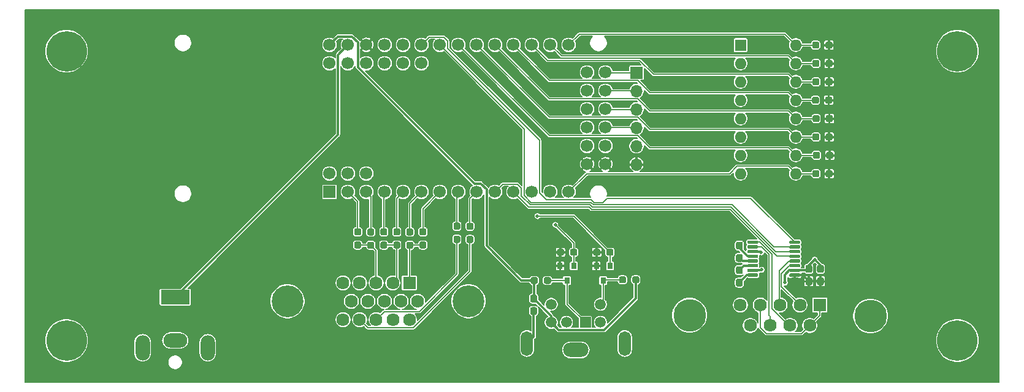
<source format=gbl>
G04 #@! TF.GenerationSoftware,KiCad,Pcbnew,5.1.9-1.fc33*
G04 #@! TF.CreationDate,2021-03-13T13:31:44-05:00*
G04 #@! TF.ProjectId,terminal,7465726d-696e-4616-9c2e-6b696361645f,rev?*
G04 #@! TF.SameCoordinates,Original*
G04 #@! TF.FileFunction,Copper,L2,Bot*
G04 #@! TF.FilePolarity,Positive*
%FSLAX46Y46*%
G04 Gerber Fmt 4.6, Leading zero omitted, Abs format (unit mm)*
G04 Created by KiCad (PCBNEW 5.1.9-1.fc33) date 2021-03-13 13:31:44*
%MOMM*%
%LPD*%
G01*
G04 APERTURE LIST*
G04 #@! TA.AperFunction,ComponentPad*
%ADD10O,2.000000X3.500000*%
G04 #@! TD*
G04 #@! TA.AperFunction,ComponentPad*
%ADD11O,3.300000X2.000000*%
G04 #@! TD*
G04 #@! TA.AperFunction,ComponentPad*
%ADD12R,4.000000X2.000000*%
G04 #@! TD*
G04 #@! TA.AperFunction,ComponentPad*
%ADD13C,1.785000*%
G04 #@! TD*
G04 #@! TA.AperFunction,ComponentPad*
%ADD14R,1.785000X1.785000*%
G04 #@! TD*
G04 #@! TA.AperFunction,ComponentPad*
%ADD15C,4.500000*%
G04 #@! TD*
G04 #@! TA.AperFunction,ComponentPad*
%ADD16O,3.500000X2.000000*%
G04 #@! TD*
G04 #@! TA.AperFunction,ComponentPad*
%ADD17C,1.500000*%
G04 #@! TD*
G04 #@! TA.AperFunction,ComponentPad*
%ADD18R,1.500000X1.500000*%
G04 #@! TD*
G04 #@! TA.AperFunction,ComponentPad*
%ADD19O,1.700000X3.400000*%
G04 #@! TD*
G04 #@! TA.AperFunction,ComponentPad*
%ADD20C,4.400000*%
G04 #@! TD*
G04 #@! TA.AperFunction,ComponentPad*
%ADD21C,0.508000*%
G04 #@! TD*
G04 #@! TA.AperFunction,ComponentPad*
%ADD22C,1.700000*%
G04 #@! TD*
G04 #@! TA.AperFunction,ComponentPad*
%ADD23R,1.700000X1.700000*%
G04 #@! TD*
G04 #@! TA.AperFunction,SMDPad,CuDef*
%ADD24R,0.800000X0.900000*%
G04 #@! TD*
G04 #@! TA.AperFunction,ComponentPad*
%ADD25O,1.700000X1.700000*%
G04 #@! TD*
G04 #@! TA.AperFunction,ComponentPad*
%ADD26R,1.600000X1.600000*%
G04 #@! TD*
G04 #@! TA.AperFunction,ComponentPad*
%ADD27O,1.600000X1.600000*%
G04 #@! TD*
G04 #@! TA.AperFunction,ComponentPad*
%ADD28C,5.600000*%
G04 #@! TD*
G04 #@! TA.AperFunction,ViaPad*
%ADD29C,0.508000*%
G04 #@! TD*
G04 #@! TA.AperFunction,Conductor*
%ADD30C,0.304800*%
G04 #@! TD*
G04 #@! TA.AperFunction,Conductor*
%ADD31C,0.152400*%
G04 #@! TD*
G04 #@! TA.AperFunction,Conductor*
%ADD32C,0.100000*%
G04 #@! TD*
G04 APERTURE END LIST*
D10*
G04 #@! TO.P,J5,MP*
G04 #@! TO.N,GND*
X55500000Y-145000000D03*
X46500000Y-145000000D03*
D11*
G04 #@! TO.P,J5,2*
X51000000Y-144000000D03*
D12*
G04 #@! TO.P,J5,1*
G04 #@! TO.N,/VCC-5.0*
X51000000Y-138000000D03*
G04 #@! TD*
D13*
G04 #@! TO.P,J3,9*
G04 #@! TO.N,N/C*
X130411000Y-141920000D03*
G04 #@! TO.P,J3,8*
G04 #@! TO.N,/CTS*
X133151000Y-141920000D03*
G04 #@! TO.P,J3,7*
G04 #@! TO.N,/RTS*
X135891000Y-141920000D03*
G04 #@! TO.P,J3,6*
G04 #@! TO.N,Net-(J3-Pad1)*
X138631000Y-141920000D03*
G04 #@! TO.P,J3,4*
X131781000Y-139080000D03*
G04 #@! TO.P,J3,3*
G04 #@! TO.N,/TXD*
X134521000Y-139080000D03*
G04 #@! TO.P,J3,2*
G04 #@! TO.N,/RXD*
X137261000Y-139080000D03*
D14*
G04 #@! TO.P,J3,1*
G04 #@! TO.N,Net-(J3-Pad1)*
X140001000Y-139080000D03*
D13*
G04 #@! TO.P,J3,5*
G04 #@! TO.N,GND*
X129041000Y-139080000D03*
D15*
G04 #@! TO.P,J3,S2*
X147016000Y-140601600D03*
G04 #@! TO.P,J3,S1*
X122026000Y-140500000D03*
G04 #@! TD*
D16*
G04 #@! TO.P,J2,S1*
G04 #@! TO.N,GND*
X106327000Y-145300000D03*
D17*
G04 #@! TO.P,J2,3*
X109727000Y-141500000D03*
D18*
G04 #@! TO.P,J2,1*
G04 #@! TO.N,Net-(J2-Pad1)*
X107627000Y-141500000D03*
D17*
G04 #@! TO.P,J2,2*
G04 #@! TO.N,N/C*
X105027000Y-141500000D03*
G04 #@! TO.P,J2,4*
G04 #@! TO.N,+5V*
X102927000Y-141500000D03*
G04 #@! TO.P,J2,5*
G04 #@! TO.N,Net-(J2-Pad5)*
X109727000Y-139000000D03*
G04 #@! TO.P,J2,6*
G04 #@! TO.N,N/C*
X102927000Y-139000000D03*
D19*
G04 #@! TO.P,J2,S2*
G04 #@! TO.N,GND*
X113077000Y-144400000D03*
G04 #@! TO.P,J2,S3*
X99577000Y-144400000D03*
G04 #@! TD*
D20*
G04 #@! TO.P,J1,S2*
G04 #@! TO.N,GND*
X91495000Y-138570000D03*
G04 #@! TO.P,J1,S1*
X66505000Y-138570000D03*
D13*
G04 #@! TO.P,J1,15*
G04 #@! TO.N,N/C*
X74170000Y-141110000D03*
G04 #@! TO.P,J1,14*
G04 #@! TO.N,Net-(J1-Pad14)*
X76460000Y-141110000D03*
G04 #@! TO.P,J1,13*
G04 #@! TO.N,Net-(J1-Pad13)*
X78750000Y-141110000D03*
G04 #@! TO.P,J1,12*
G04 #@! TO.N,N/C*
X81040000Y-141110000D03*
G04 #@! TO.P,J1,11*
X83330000Y-141110000D03*
G04 #@! TO.P,J1,10*
G04 #@! TO.N,GND*
X75315000Y-138570000D03*
G04 #@! TO.P,J1,9*
G04 #@! TO.N,N/C*
X77605000Y-138570000D03*
G04 #@! TO.P,J1,8*
G04 #@! TO.N,GND*
X79895000Y-138570000D03*
G04 #@! TO.P,J1,7*
X82185000Y-138570000D03*
G04 #@! TO.P,J1,6*
X84475000Y-138570000D03*
G04 #@! TO.P,J1,5*
X74170000Y-136030000D03*
G04 #@! TO.P,J1,4*
G04 #@! TO.N,N/C*
X76460000Y-136030000D03*
G04 #@! TO.P,J1,3*
G04 #@! TO.N,/BLUE*
X78750000Y-136030000D03*
G04 #@! TO.P,J1,2*
G04 #@! TO.N,/GREEN*
X81040000Y-136030000D03*
D14*
G04 #@! TO.P,J1,1*
G04 #@! TO.N,/RED*
X83330000Y-136030000D03*
G04 #@! TD*
D21*
G04 #@! TO.P,REF\u002A\u002A,1*
G04 #@! TO.N,+3V3*
X111400000Y-126800000D03*
G04 #@! TD*
G04 #@! TO.P,REF\u002A\u002A,1*
G04 #@! TO.N,+3V3*
X107500000Y-126800000D03*
G04 #@! TD*
G04 #@! TO.P,REF\u002A\u002A,1*
G04 #@! TO.N,+3V3*
X110400000Y-121700000D03*
G04 #@! TD*
G04 #@! TO.P,REF\u002A\u002A,1*
G04 #@! TO.N,+3V3*
X108000000Y-121700000D03*
G04 #@! TD*
G04 #@! TO.P,REF\u002A\u002A,1*
G04 #@! TO.N,GND*
X135200000Y-136000000D03*
G04 #@! TD*
D22*
G04 #@! TO.P,U1,49*
G04 #@! TO.N,/DBG_UART_RTS*
X110410000Y-106940000D03*
G04 #@! TO.P,U1,48*
G04 #@! TO.N,/DBG_UART_CTS*
X110410000Y-109480000D03*
G04 #@! TO.P,U1,47*
G04 #@! TO.N,/DBG_UART_RX*
X110410000Y-112020000D03*
G04 #@! TO.P,U1,46*
G04 #@! TO.N,/DBG_UART_TX*
X110410000Y-114560000D03*
G04 #@! TO.P,U1,45*
G04 #@! TO.N,GND*
X110410000Y-117100000D03*
G04 #@! TO.P,U1,44*
G04 #@! TO.N,+3V3*
X110410000Y-119640000D03*
G04 #@! TO.P,U1,43*
G04 #@! TO.N,N/C*
X107870000Y-106940000D03*
G04 #@! TO.P,U1,42*
X107870000Y-109480000D03*
G04 #@! TO.P,U1,41*
X107870000Y-112020000D03*
G04 #@! TO.P,U1,40*
X107870000Y-114560000D03*
G04 #@! TO.P,U1,39*
G04 #@! TO.N,GND*
X107870000Y-117100000D03*
G04 #@! TO.P,U1,38*
G04 #@! TO.N,+3V3*
X107870000Y-119640000D03*
G04 #@! TO.P,U1,37*
G04 #@! TO.N,/DIP_SW0*
X105330000Y-103130000D03*
G04 #@! TO.P,U1,36*
G04 #@! TO.N,/DIP_SW1*
X102790000Y-103130000D03*
G04 #@! TO.P,U1,35*
G04 #@! TO.N,/DIP_SW2*
X100250000Y-103130000D03*
G04 #@! TO.P,U1,34*
G04 #@! TO.N,/DIP_SW3*
X97710000Y-103130000D03*
G04 #@! TO.P,U1,33*
G04 #@! TO.N,/DIP_SW4*
X95170000Y-103130000D03*
G04 #@! TO.P,U1,32*
G04 #@! TO.N,/DIP_SW5*
X92630000Y-103130000D03*
G04 #@! TO.P,U1,31*
G04 #@! TO.N,/DIP_SW6*
X90090000Y-103130000D03*
G04 #@! TO.P,U1,30*
G04 #@! TO.N,/UART_CTS*
X87550000Y-103130000D03*
G04 #@! TO.P,U1,29*
G04 #@! TO.N,/UART_RTS*
X85010000Y-103130000D03*
G04 #@! TO.P,U1,28*
G04 #@! TO.N,N/C*
X82470000Y-103130000D03*
G04 #@! TO.P,U1,27*
G04 #@! TO.N,GND*
X79930000Y-103130000D03*
G04 #@! TO.P,U1,26*
G04 #@! TO.N,+3V3*
X77390000Y-103130000D03*
G04 #@! TO.P,U1,25*
G04 #@! TO.N,/VCC-5.0*
X74850000Y-103130000D03*
G04 #@! TO.P,U1,24*
G04 #@! TO.N,+5V*
X72310000Y-103130000D03*
G04 #@! TO.P,U1,23*
G04 #@! TO.N,N/C*
X85010000Y-105670000D03*
G04 #@! TO.P,U1,22*
X82470000Y-105670000D03*
G04 #@! TO.P,U1,21*
X79930000Y-105670000D03*
G04 #@! TO.P,U1,20*
X77390000Y-105670000D03*
G04 #@! TO.P,U1,19*
X74850000Y-105670000D03*
G04 #@! TO.P,U1,18*
G04 #@! TO.N,GND*
X72310000Y-105670000D03*
G04 #@! TO.P,U1,17*
G04 #@! TO.N,N/C*
X77390000Y-120910000D03*
G04 #@! TO.P,U1,16*
G04 #@! TO.N,GND*
X74850000Y-120910000D03*
G04 #@! TO.P,U1,15*
G04 #@! TO.N,N/C*
X72310000Y-120910000D03*
G04 #@! TO.P,U1,14*
G04 #@! TO.N,/DIP_SW7*
X105330000Y-123450000D03*
G04 #@! TO.P,U1,13*
G04 #@! TO.N,/KBD_DATA*
X102790000Y-123450000D03*
G04 #@! TO.P,U1,12*
G04 #@! TO.N,/KBD_CLK*
X100250000Y-123450000D03*
G04 #@! TO.P,U1,11*
G04 #@! TO.N,/UART_TX*
X97710000Y-123450000D03*
G04 #@! TO.P,U1,10*
G04 #@! TO.N,/UART_RX*
X95170000Y-123450000D03*
G04 #@! TO.P,U1,9*
G04 #@! TO.N,/VSYNC*
X92630000Y-123450000D03*
G04 #@! TO.P,U1,8*
G04 #@! TO.N,/HSYNC*
X90090000Y-123450000D03*
G04 #@! TO.P,U1,7*
G04 #@! TO.N,/PIXEL_R2*
X87550000Y-123450000D03*
G04 #@! TO.P,U1,6*
G04 #@! TO.N,/PIXEL_R1*
X85010000Y-123450000D03*
G04 #@! TO.P,U1,5*
G04 #@! TO.N,/PIXEL_G2*
X82470000Y-123450000D03*
G04 #@! TO.P,U1,4*
G04 #@! TO.N,/PIXEL_G1*
X79930000Y-123450000D03*
G04 #@! TO.P,U1,3*
G04 #@! TO.N,/PIXEL_B2*
X77390000Y-123450000D03*
D23*
G04 #@! TO.P,U1,1*
G04 #@! TO.N,N/C*
X72310000Y-123450000D03*
D22*
G04 #@! TO.P,U1,2*
G04 #@! TO.N,/PIXEL_B1*
X74850000Y-123450000D03*
G04 #@! TD*
D21*
G04 #@! TO.P,REF\u002A\u002A,1*
G04 #@! TO.N,GND*
X139300000Y-132800000D03*
G04 #@! TD*
D24*
G04 #@! TO.P,Q1,1*
G04 #@! TO.N,+3V3*
X109150000Y-133700000D03*
G04 #@! TO.P,Q1,2*
G04 #@! TO.N,/KBD_CLK*
X111050000Y-133700000D03*
G04 #@! TO.P,Q1,3*
G04 #@! TO.N,Net-(J2-Pad5)*
X110100000Y-135700000D03*
G04 #@! TD*
G04 #@! TO.P,Q2,3*
G04 #@! TO.N,Net-(J2-Pad1)*
X105100000Y-135700000D03*
G04 #@! TO.P,Q2,2*
G04 #@! TO.N,/KBD_DATA*
X106050000Y-133700000D03*
G04 #@! TO.P,Q2,1*
G04 #@! TO.N,+3V3*
X104150000Y-133700000D03*
G04 #@! TD*
G04 #@! TO.P,C1,1*
G04 #@! TO.N,+3V3*
G04 #@! TA.AperFunction,SMDPad,CuDef*
G36*
G01*
X138737500Y-136362500D02*
X138262500Y-136362500D01*
G75*
G02*
X138025000Y-136125000I0J237500D01*
G01*
X138025000Y-135525000D01*
G75*
G02*
X138262500Y-135287500I237500J0D01*
G01*
X138737500Y-135287500D01*
G75*
G02*
X138975000Y-135525000I0J-237500D01*
G01*
X138975000Y-136125000D01*
G75*
G02*
X138737500Y-136362500I-237500J0D01*
G01*
G37*
G04 #@! TD.AperFunction*
G04 #@! TO.P,C1,2*
G04 #@! TO.N,GND*
G04 #@! TA.AperFunction,SMDPad,CuDef*
G36*
G01*
X138737500Y-134637500D02*
X138262500Y-134637500D01*
G75*
G02*
X138025000Y-134400000I0J237500D01*
G01*
X138025000Y-133800000D01*
G75*
G02*
X138262500Y-133562500I237500J0D01*
G01*
X138737500Y-133562500D01*
G75*
G02*
X138975000Y-133800000I0J-237500D01*
G01*
X138975000Y-134400000D01*
G75*
G02*
X138737500Y-134637500I-237500J0D01*
G01*
G37*
G04 #@! TD.AperFunction*
G04 #@! TD*
G04 #@! TO.P,C2,2*
G04 #@! TO.N,GND*
G04 #@! TA.AperFunction,SMDPad,CuDef*
G36*
G01*
X140337500Y-134637500D02*
X139862500Y-134637500D01*
G75*
G02*
X139625000Y-134400000I0J237500D01*
G01*
X139625000Y-133800000D01*
G75*
G02*
X139862500Y-133562500I237500J0D01*
G01*
X140337500Y-133562500D01*
G75*
G02*
X140575000Y-133800000I0J-237500D01*
G01*
X140575000Y-134400000D01*
G75*
G02*
X140337500Y-134637500I-237500J0D01*
G01*
G37*
G04 #@! TD.AperFunction*
G04 #@! TO.P,C2,1*
G04 #@! TO.N,+3V3*
G04 #@! TA.AperFunction,SMDPad,CuDef*
G36*
G01*
X140337500Y-136362500D02*
X139862500Y-136362500D01*
G75*
G02*
X139625000Y-136125000I0J237500D01*
G01*
X139625000Y-135525000D01*
G75*
G02*
X139862500Y-135287500I237500J0D01*
G01*
X140337500Y-135287500D01*
G75*
G02*
X140575000Y-135525000I0J-237500D01*
G01*
X140575000Y-136125000D01*
G75*
G02*
X140337500Y-136362500I-237500J0D01*
G01*
G37*
G04 #@! TD.AperFunction*
G04 #@! TD*
G04 #@! TO.P,C3,1*
G04 #@! TO.N,+5V*
G04 #@! TA.AperFunction,SMDPad,CuDef*
G36*
G01*
X100262500Y-137662500D02*
X100737500Y-137662500D01*
G75*
G02*
X100975000Y-137900000I0J-237500D01*
G01*
X100975000Y-138500000D01*
G75*
G02*
X100737500Y-138737500I-237500J0D01*
G01*
X100262500Y-138737500D01*
G75*
G02*
X100025000Y-138500000I0J237500D01*
G01*
X100025000Y-137900000D01*
G75*
G02*
X100262500Y-137662500I237500J0D01*
G01*
G37*
G04 #@! TD.AperFunction*
G04 #@! TO.P,C3,2*
G04 #@! TO.N,GND*
G04 #@! TA.AperFunction,SMDPad,CuDef*
G36*
G01*
X100262500Y-139387500D02*
X100737500Y-139387500D01*
G75*
G02*
X100975000Y-139625000I0J-237500D01*
G01*
X100975000Y-140225000D01*
G75*
G02*
X100737500Y-140462500I-237500J0D01*
G01*
X100262500Y-140462500D01*
G75*
G02*
X100025000Y-140225000I0J237500D01*
G01*
X100025000Y-139625000D01*
G75*
G02*
X100262500Y-139387500I237500J0D01*
G01*
G37*
G04 #@! TD.AperFunction*
G04 #@! TD*
G04 #@! TO.P,C4,2*
G04 #@! TO.N,/C1-*
G04 #@! TA.AperFunction,SMDPad,CuDef*
G36*
G01*
X129137500Y-134812500D02*
X128662500Y-134812500D01*
G75*
G02*
X128425000Y-134575000I0J237500D01*
G01*
X128425000Y-133975000D01*
G75*
G02*
X128662500Y-133737500I237500J0D01*
G01*
X129137500Y-133737500D01*
G75*
G02*
X129375000Y-133975000I0J-237500D01*
G01*
X129375000Y-134575000D01*
G75*
G02*
X129137500Y-134812500I-237500J0D01*
G01*
G37*
G04 #@! TD.AperFunction*
G04 #@! TO.P,C4,1*
G04 #@! TO.N,/C1+*
G04 #@! TA.AperFunction,SMDPad,CuDef*
G36*
G01*
X129137500Y-136537500D02*
X128662500Y-136537500D01*
G75*
G02*
X128425000Y-136300000I0J237500D01*
G01*
X128425000Y-135700000D01*
G75*
G02*
X128662500Y-135462500I237500J0D01*
G01*
X129137500Y-135462500D01*
G75*
G02*
X129375000Y-135700000I0J-237500D01*
G01*
X129375000Y-136300000D01*
G75*
G02*
X129137500Y-136537500I-237500J0D01*
G01*
G37*
G04 #@! TD.AperFunction*
G04 #@! TD*
G04 #@! TO.P,C5,1*
G04 #@! TO.N,/C2+*
G04 #@! TA.AperFunction,SMDPad,CuDef*
G36*
G01*
X129137500Y-133137500D02*
X128662500Y-133137500D01*
G75*
G02*
X128425000Y-132900000I0J237500D01*
G01*
X128425000Y-132300000D01*
G75*
G02*
X128662500Y-132062500I237500J0D01*
G01*
X129137500Y-132062500D01*
G75*
G02*
X129375000Y-132300000I0J-237500D01*
G01*
X129375000Y-132900000D01*
G75*
G02*
X129137500Y-133137500I-237500J0D01*
G01*
G37*
G04 #@! TD.AperFunction*
G04 #@! TO.P,C5,2*
G04 #@! TO.N,/C2-*
G04 #@! TA.AperFunction,SMDPad,CuDef*
G36*
G01*
X129137500Y-131412500D02*
X128662500Y-131412500D01*
G75*
G02*
X128425000Y-131175000I0J237500D01*
G01*
X128425000Y-130575000D01*
G75*
G02*
X128662500Y-130337500I237500J0D01*
G01*
X129137500Y-130337500D01*
G75*
G02*
X129375000Y-130575000I0J-237500D01*
G01*
X129375000Y-131175000D01*
G75*
G02*
X129137500Y-131412500I-237500J0D01*
G01*
G37*
G04 #@! TD.AperFunction*
G04 #@! TD*
D23*
G04 #@! TO.P,J4,1*
G04 #@! TO.N,/DBG_UART_RTS*
X114700000Y-106980000D03*
D25*
G04 #@! TO.P,J4,2*
G04 #@! TO.N,/DBG_UART_CTS*
X114700000Y-109520000D03*
G04 #@! TO.P,J4,3*
G04 #@! TO.N,/DBG_UART_RX*
X114700000Y-112060000D03*
G04 #@! TO.P,J4,4*
G04 #@! TO.N,/DBG_UART_TX*
X114700000Y-114600000D03*
G04 #@! TO.P,J4,5*
G04 #@! TO.N,GND*
X114700000Y-117140000D03*
G04 #@! TO.P,J4,6*
G04 #@! TO.N,+3V3*
X114700000Y-119680000D03*
G04 #@! TD*
G04 #@! TO.P,R1,1*
G04 #@! TO.N,/RED*
G04 #@! TA.AperFunction,SMDPad,CuDef*
G36*
G01*
X83637500Y-131312500D02*
X83162500Y-131312500D01*
G75*
G02*
X82925000Y-131075000I0J237500D01*
G01*
X82925000Y-130575000D01*
G75*
G02*
X83162500Y-130337500I237500J0D01*
G01*
X83637500Y-130337500D01*
G75*
G02*
X83875000Y-130575000I0J-237500D01*
G01*
X83875000Y-131075000D01*
G75*
G02*
X83637500Y-131312500I-237500J0D01*
G01*
G37*
G04 #@! TD.AperFunction*
G04 #@! TO.P,R1,2*
G04 #@! TO.N,/PIXEL_R1*
G04 #@! TA.AperFunction,SMDPad,CuDef*
G36*
G01*
X83637500Y-129487500D02*
X83162500Y-129487500D01*
G75*
G02*
X82925000Y-129250000I0J237500D01*
G01*
X82925000Y-128750000D01*
G75*
G02*
X83162500Y-128512500I237500J0D01*
G01*
X83637500Y-128512500D01*
G75*
G02*
X83875000Y-128750000I0J-237500D01*
G01*
X83875000Y-129250000D01*
G75*
G02*
X83637500Y-129487500I-237500J0D01*
G01*
G37*
G04 #@! TD.AperFunction*
G04 #@! TD*
G04 #@! TO.P,R2,2*
G04 #@! TO.N,/PIXEL_R2*
G04 #@! TA.AperFunction,SMDPad,CuDef*
G36*
G01*
X85437500Y-129462500D02*
X84962500Y-129462500D01*
G75*
G02*
X84725000Y-129225000I0J237500D01*
G01*
X84725000Y-128725000D01*
G75*
G02*
X84962500Y-128487500I237500J0D01*
G01*
X85437500Y-128487500D01*
G75*
G02*
X85675000Y-128725000I0J-237500D01*
G01*
X85675000Y-129225000D01*
G75*
G02*
X85437500Y-129462500I-237500J0D01*
G01*
G37*
G04 #@! TD.AperFunction*
G04 #@! TO.P,R2,1*
G04 #@! TO.N,/RED*
G04 #@! TA.AperFunction,SMDPad,CuDef*
G36*
G01*
X85437500Y-131287500D02*
X84962500Y-131287500D01*
G75*
G02*
X84725000Y-131050000I0J237500D01*
G01*
X84725000Y-130550000D01*
G75*
G02*
X84962500Y-130312500I237500J0D01*
G01*
X85437500Y-130312500D01*
G75*
G02*
X85675000Y-130550000I0J-237500D01*
G01*
X85675000Y-131050000D01*
G75*
G02*
X85437500Y-131287500I-237500J0D01*
G01*
G37*
G04 #@! TD.AperFunction*
G04 #@! TD*
G04 #@! TO.P,R3,1*
G04 #@! TO.N,/GREEN*
G04 #@! TA.AperFunction,SMDPad,CuDef*
G36*
G01*
X80037500Y-131287500D02*
X79562500Y-131287500D01*
G75*
G02*
X79325000Y-131050000I0J237500D01*
G01*
X79325000Y-130550000D01*
G75*
G02*
X79562500Y-130312500I237500J0D01*
G01*
X80037500Y-130312500D01*
G75*
G02*
X80275000Y-130550000I0J-237500D01*
G01*
X80275000Y-131050000D01*
G75*
G02*
X80037500Y-131287500I-237500J0D01*
G01*
G37*
G04 #@! TD.AperFunction*
G04 #@! TO.P,R3,2*
G04 #@! TO.N,/PIXEL_G1*
G04 #@! TA.AperFunction,SMDPad,CuDef*
G36*
G01*
X80037500Y-129462500D02*
X79562500Y-129462500D01*
G75*
G02*
X79325000Y-129225000I0J237500D01*
G01*
X79325000Y-128725000D01*
G75*
G02*
X79562500Y-128487500I237500J0D01*
G01*
X80037500Y-128487500D01*
G75*
G02*
X80275000Y-128725000I0J-237500D01*
G01*
X80275000Y-129225000D01*
G75*
G02*
X80037500Y-129462500I-237500J0D01*
G01*
G37*
G04 #@! TD.AperFunction*
G04 #@! TD*
G04 #@! TO.P,R4,2*
G04 #@! TO.N,/PIXEL_G2*
G04 #@! TA.AperFunction,SMDPad,CuDef*
G36*
G01*
X81837500Y-129462500D02*
X81362500Y-129462500D01*
G75*
G02*
X81125000Y-129225000I0J237500D01*
G01*
X81125000Y-128725000D01*
G75*
G02*
X81362500Y-128487500I237500J0D01*
G01*
X81837500Y-128487500D01*
G75*
G02*
X82075000Y-128725000I0J-237500D01*
G01*
X82075000Y-129225000D01*
G75*
G02*
X81837500Y-129462500I-237500J0D01*
G01*
G37*
G04 #@! TD.AperFunction*
G04 #@! TO.P,R4,1*
G04 #@! TO.N,/GREEN*
G04 #@! TA.AperFunction,SMDPad,CuDef*
G36*
G01*
X81837500Y-131287500D02*
X81362500Y-131287500D01*
G75*
G02*
X81125000Y-131050000I0J237500D01*
G01*
X81125000Y-130550000D01*
G75*
G02*
X81362500Y-130312500I237500J0D01*
G01*
X81837500Y-130312500D01*
G75*
G02*
X82075000Y-130550000I0J-237500D01*
G01*
X82075000Y-131050000D01*
G75*
G02*
X81837500Y-131287500I-237500J0D01*
G01*
G37*
G04 #@! TD.AperFunction*
G04 #@! TD*
G04 #@! TO.P,R5,1*
G04 #@! TO.N,/BLUE*
G04 #@! TA.AperFunction,SMDPad,CuDef*
G36*
G01*
X76437500Y-131287500D02*
X75962500Y-131287500D01*
G75*
G02*
X75725000Y-131050000I0J237500D01*
G01*
X75725000Y-130550000D01*
G75*
G02*
X75962500Y-130312500I237500J0D01*
G01*
X76437500Y-130312500D01*
G75*
G02*
X76675000Y-130550000I0J-237500D01*
G01*
X76675000Y-131050000D01*
G75*
G02*
X76437500Y-131287500I-237500J0D01*
G01*
G37*
G04 #@! TD.AperFunction*
G04 #@! TO.P,R5,2*
G04 #@! TO.N,/PIXEL_B1*
G04 #@! TA.AperFunction,SMDPad,CuDef*
G36*
G01*
X76437500Y-129462500D02*
X75962500Y-129462500D01*
G75*
G02*
X75725000Y-129225000I0J237500D01*
G01*
X75725000Y-128725000D01*
G75*
G02*
X75962500Y-128487500I237500J0D01*
G01*
X76437500Y-128487500D01*
G75*
G02*
X76675000Y-128725000I0J-237500D01*
G01*
X76675000Y-129225000D01*
G75*
G02*
X76437500Y-129462500I-237500J0D01*
G01*
G37*
G04 #@! TD.AperFunction*
G04 #@! TD*
G04 #@! TO.P,R6,2*
G04 #@! TO.N,/PIXEL_B2*
G04 #@! TA.AperFunction,SMDPad,CuDef*
G36*
G01*
X78237500Y-129487500D02*
X77762500Y-129487500D01*
G75*
G02*
X77525000Y-129250000I0J237500D01*
G01*
X77525000Y-128750000D01*
G75*
G02*
X77762500Y-128512500I237500J0D01*
G01*
X78237500Y-128512500D01*
G75*
G02*
X78475000Y-128750000I0J-237500D01*
G01*
X78475000Y-129250000D01*
G75*
G02*
X78237500Y-129487500I-237500J0D01*
G01*
G37*
G04 #@! TD.AperFunction*
G04 #@! TO.P,R6,1*
G04 #@! TO.N,/BLUE*
G04 #@! TA.AperFunction,SMDPad,CuDef*
G36*
G01*
X78237500Y-131312500D02*
X77762500Y-131312500D01*
G75*
G02*
X77525000Y-131075000I0J237500D01*
G01*
X77525000Y-130575000D01*
G75*
G02*
X77762500Y-130337500I237500J0D01*
G01*
X78237500Y-130337500D01*
G75*
G02*
X78475000Y-130575000I0J-237500D01*
G01*
X78475000Y-131075000D01*
G75*
G02*
X78237500Y-131312500I-237500J0D01*
G01*
G37*
G04 #@! TD.AperFunction*
G04 #@! TD*
G04 #@! TO.P,R7,2*
G04 #@! TO.N,Net-(J2-Pad5)*
G04 #@! TA.AperFunction,SMDPad,CuDef*
G36*
G01*
X113262500Y-135362500D02*
X113262500Y-135837500D01*
G75*
G02*
X113025000Y-136075000I-237500J0D01*
G01*
X112525000Y-136075000D01*
G75*
G02*
X112287500Y-135837500I0J237500D01*
G01*
X112287500Y-135362500D01*
G75*
G02*
X112525000Y-135125000I237500J0D01*
G01*
X113025000Y-135125000D01*
G75*
G02*
X113262500Y-135362500I0J-237500D01*
G01*
G37*
G04 #@! TD.AperFunction*
G04 #@! TO.P,R7,1*
G04 #@! TO.N,+5V*
G04 #@! TA.AperFunction,SMDPad,CuDef*
G36*
G01*
X115087500Y-135362500D02*
X115087500Y-135837500D01*
G75*
G02*
X114850000Y-136075000I-237500J0D01*
G01*
X114350000Y-136075000D01*
G75*
G02*
X114112500Y-135837500I0J237500D01*
G01*
X114112500Y-135362500D01*
G75*
G02*
X114350000Y-135125000I237500J0D01*
G01*
X114850000Y-135125000D01*
G75*
G02*
X115087500Y-135362500I0J-237500D01*
G01*
G37*
G04 #@! TD.AperFunction*
G04 #@! TD*
G04 #@! TO.P,R8,1*
G04 #@! TO.N,+3V3*
G04 #@! TA.AperFunction,SMDPad,CuDef*
G36*
G01*
X108712500Y-132037500D02*
X108712500Y-131562500D01*
G75*
G02*
X108950000Y-131325000I237500J0D01*
G01*
X109450000Y-131325000D01*
G75*
G02*
X109687500Y-131562500I0J-237500D01*
G01*
X109687500Y-132037500D01*
G75*
G02*
X109450000Y-132275000I-237500J0D01*
G01*
X108950000Y-132275000D01*
G75*
G02*
X108712500Y-132037500I0J237500D01*
G01*
G37*
G04 #@! TD.AperFunction*
G04 #@! TO.P,R8,2*
G04 #@! TO.N,/KBD_CLK*
G04 #@! TA.AperFunction,SMDPad,CuDef*
G36*
G01*
X110537500Y-132037500D02*
X110537500Y-131562500D01*
G75*
G02*
X110775000Y-131325000I237500J0D01*
G01*
X111275000Y-131325000D01*
G75*
G02*
X111512500Y-131562500I0J-237500D01*
G01*
X111512500Y-132037500D01*
G75*
G02*
X111275000Y-132275000I-237500J0D01*
G01*
X110775000Y-132275000D01*
G75*
G02*
X110537500Y-132037500I0J237500D01*
G01*
G37*
G04 #@! TD.AperFunction*
G04 #@! TD*
G04 #@! TO.P,R9,2*
G04 #@! TO.N,/KBD_DATA*
G04 #@! TA.AperFunction,SMDPad,CuDef*
G36*
G01*
X105537500Y-132037500D02*
X105537500Y-131562500D01*
G75*
G02*
X105775000Y-131325000I237500J0D01*
G01*
X106275000Y-131325000D01*
G75*
G02*
X106512500Y-131562500I0J-237500D01*
G01*
X106512500Y-132037500D01*
G75*
G02*
X106275000Y-132275000I-237500J0D01*
G01*
X105775000Y-132275000D01*
G75*
G02*
X105537500Y-132037500I0J237500D01*
G01*
G37*
G04 #@! TD.AperFunction*
G04 #@! TO.P,R9,1*
G04 #@! TO.N,+3V3*
G04 #@! TA.AperFunction,SMDPad,CuDef*
G36*
G01*
X103712500Y-132037500D02*
X103712500Y-131562500D01*
G75*
G02*
X103950000Y-131325000I237500J0D01*
G01*
X104450000Y-131325000D01*
G75*
G02*
X104687500Y-131562500I0J-237500D01*
G01*
X104687500Y-132037500D01*
G75*
G02*
X104450000Y-132275000I-237500J0D01*
G01*
X103950000Y-132275000D01*
G75*
G02*
X103712500Y-132037500I0J237500D01*
G01*
G37*
G04 #@! TD.AperFunction*
G04 #@! TD*
G04 #@! TO.P,R10,1*
G04 #@! TO.N,+5V*
G04 #@! TA.AperFunction,SMDPad,CuDef*
G36*
G01*
X100087500Y-135937500D02*
X100087500Y-135462500D01*
G75*
G02*
X100325000Y-135225000I237500J0D01*
G01*
X100825000Y-135225000D01*
G75*
G02*
X101062500Y-135462500I0J-237500D01*
G01*
X101062500Y-135937500D01*
G75*
G02*
X100825000Y-136175000I-237500J0D01*
G01*
X100325000Y-136175000D01*
G75*
G02*
X100087500Y-135937500I0J237500D01*
G01*
G37*
G04 #@! TD.AperFunction*
G04 #@! TO.P,R10,2*
G04 #@! TO.N,Net-(J2-Pad1)*
G04 #@! TA.AperFunction,SMDPad,CuDef*
G36*
G01*
X101912500Y-135937500D02*
X101912500Y-135462500D01*
G75*
G02*
X102150000Y-135225000I237500J0D01*
G01*
X102650000Y-135225000D01*
G75*
G02*
X102887500Y-135462500I0J-237500D01*
G01*
X102887500Y-135937500D01*
G75*
G02*
X102650000Y-136175000I-237500J0D01*
G01*
X102150000Y-136175000D01*
G75*
G02*
X101912500Y-135937500I0J237500D01*
G01*
G37*
G04 #@! TD.AperFunction*
G04 #@! TD*
G04 #@! TO.P,R11,2*
G04 #@! TO.N,/DIP_SW0*
G04 #@! TA.AperFunction,SMDPad,CuDef*
G36*
G01*
X139932500Y-102922500D02*
X139932500Y-103397500D01*
G75*
G02*
X139695000Y-103635000I-237500J0D01*
G01*
X139195000Y-103635000D01*
G75*
G02*
X138957500Y-103397500I0J237500D01*
G01*
X138957500Y-102922500D01*
G75*
G02*
X139195000Y-102685000I237500J0D01*
G01*
X139695000Y-102685000D01*
G75*
G02*
X139932500Y-102922500I0J-237500D01*
G01*
G37*
G04 #@! TD.AperFunction*
G04 #@! TO.P,R11,1*
G04 #@! TO.N,+3V3*
G04 #@! TA.AperFunction,SMDPad,CuDef*
G36*
G01*
X141757500Y-102922500D02*
X141757500Y-103397500D01*
G75*
G02*
X141520000Y-103635000I-237500J0D01*
G01*
X141020000Y-103635000D01*
G75*
G02*
X140782500Y-103397500I0J237500D01*
G01*
X140782500Y-102922500D01*
G75*
G02*
X141020000Y-102685000I237500J0D01*
G01*
X141520000Y-102685000D01*
G75*
G02*
X141757500Y-102922500I0J-237500D01*
G01*
G37*
G04 #@! TD.AperFunction*
G04 #@! TD*
G04 #@! TO.P,R12,1*
G04 #@! TO.N,+3V3*
G04 #@! TA.AperFunction,SMDPad,CuDef*
G36*
G01*
X141780000Y-105462500D02*
X141780000Y-105937500D01*
G75*
G02*
X141542500Y-106175000I-237500J0D01*
G01*
X141042500Y-106175000D01*
G75*
G02*
X140805000Y-105937500I0J237500D01*
G01*
X140805000Y-105462500D01*
G75*
G02*
X141042500Y-105225000I237500J0D01*
G01*
X141542500Y-105225000D01*
G75*
G02*
X141780000Y-105462500I0J-237500D01*
G01*
G37*
G04 #@! TD.AperFunction*
G04 #@! TO.P,R12,2*
G04 #@! TO.N,/DIP_SW1*
G04 #@! TA.AperFunction,SMDPad,CuDef*
G36*
G01*
X139955000Y-105462500D02*
X139955000Y-105937500D01*
G75*
G02*
X139717500Y-106175000I-237500J0D01*
G01*
X139217500Y-106175000D01*
G75*
G02*
X138980000Y-105937500I0J237500D01*
G01*
X138980000Y-105462500D01*
G75*
G02*
X139217500Y-105225000I237500J0D01*
G01*
X139717500Y-105225000D01*
G75*
G02*
X139955000Y-105462500I0J-237500D01*
G01*
G37*
G04 #@! TD.AperFunction*
G04 #@! TD*
G04 #@! TO.P,R13,1*
G04 #@! TO.N,+3V3*
G04 #@! TA.AperFunction,SMDPad,CuDef*
G36*
G01*
X141782500Y-108002500D02*
X141782500Y-108477500D01*
G75*
G02*
X141545000Y-108715000I-237500J0D01*
G01*
X141045000Y-108715000D01*
G75*
G02*
X140807500Y-108477500I0J237500D01*
G01*
X140807500Y-108002500D01*
G75*
G02*
X141045000Y-107765000I237500J0D01*
G01*
X141545000Y-107765000D01*
G75*
G02*
X141782500Y-108002500I0J-237500D01*
G01*
G37*
G04 #@! TD.AperFunction*
G04 #@! TO.P,R13,2*
G04 #@! TO.N,/DIP_SW2*
G04 #@! TA.AperFunction,SMDPad,CuDef*
G36*
G01*
X139957500Y-108002500D02*
X139957500Y-108477500D01*
G75*
G02*
X139720000Y-108715000I-237500J0D01*
G01*
X139220000Y-108715000D01*
G75*
G02*
X138982500Y-108477500I0J237500D01*
G01*
X138982500Y-108002500D01*
G75*
G02*
X139220000Y-107765000I237500J0D01*
G01*
X139720000Y-107765000D01*
G75*
G02*
X139957500Y-108002500I0J-237500D01*
G01*
G37*
G04 #@! TD.AperFunction*
G04 #@! TD*
G04 #@! TO.P,R14,2*
G04 #@! TO.N,/DIP_SW3*
G04 #@! TA.AperFunction,SMDPad,CuDef*
G36*
G01*
X139895000Y-110542500D02*
X139895000Y-111017500D01*
G75*
G02*
X139657500Y-111255000I-237500J0D01*
G01*
X139157500Y-111255000D01*
G75*
G02*
X138920000Y-111017500I0J237500D01*
G01*
X138920000Y-110542500D01*
G75*
G02*
X139157500Y-110305000I237500J0D01*
G01*
X139657500Y-110305000D01*
G75*
G02*
X139895000Y-110542500I0J-237500D01*
G01*
G37*
G04 #@! TD.AperFunction*
G04 #@! TO.P,R14,1*
G04 #@! TO.N,+3V3*
G04 #@! TA.AperFunction,SMDPad,CuDef*
G36*
G01*
X141720000Y-110542500D02*
X141720000Y-111017500D01*
G75*
G02*
X141482500Y-111255000I-237500J0D01*
G01*
X140982500Y-111255000D01*
G75*
G02*
X140745000Y-111017500I0J237500D01*
G01*
X140745000Y-110542500D01*
G75*
G02*
X140982500Y-110305000I237500J0D01*
G01*
X141482500Y-110305000D01*
G75*
G02*
X141720000Y-110542500I0J-237500D01*
G01*
G37*
G04 #@! TD.AperFunction*
G04 #@! TD*
G04 #@! TO.P,R15,1*
G04 #@! TO.N,+3V3*
G04 #@! TA.AperFunction,SMDPad,CuDef*
G36*
G01*
X141812500Y-113082500D02*
X141812500Y-113557500D01*
G75*
G02*
X141575000Y-113795000I-237500J0D01*
G01*
X141075000Y-113795000D01*
G75*
G02*
X140837500Y-113557500I0J237500D01*
G01*
X140837500Y-113082500D01*
G75*
G02*
X141075000Y-112845000I237500J0D01*
G01*
X141575000Y-112845000D01*
G75*
G02*
X141812500Y-113082500I0J-237500D01*
G01*
G37*
G04 #@! TD.AperFunction*
G04 #@! TO.P,R15,2*
G04 #@! TO.N,/DIP_SW4*
G04 #@! TA.AperFunction,SMDPad,CuDef*
G36*
G01*
X139987500Y-113082500D02*
X139987500Y-113557500D01*
G75*
G02*
X139750000Y-113795000I-237500J0D01*
G01*
X139250000Y-113795000D01*
G75*
G02*
X139012500Y-113557500I0J237500D01*
G01*
X139012500Y-113082500D01*
G75*
G02*
X139250000Y-112845000I237500J0D01*
G01*
X139750000Y-112845000D01*
G75*
G02*
X139987500Y-113082500I0J-237500D01*
G01*
G37*
G04 #@! TD.AperFunction*
G04 #@! TD*
G04 #@! TO.P,R16,2*
G04 #@! TO.N,/DIP_SW5*
G04 #@! TA.AperFunction,SMDPad,CuDef*
G36*
G01*
X139957500Y-115622500D02*
X139957500Y-116097500D01*
G75*
G02*
X139720000Y-116335000I-237500J0D01*
G01*
X139220000Y-116335000D01*
G75*
G02*
X138982500Y-116097500I0J237500D01*
G01*
X138982500Y-115622500D01*
G75*
G02*
X139220000Y-115385000I237500J0D01*
G01*
X139720000Y-115385000D01*
G75*
G02*
X139957500Y-115622500I0J-237500D01*
G01*
G37*
G04 #@! TD.AperFunction*
G04 #@! TO.P,R16,1*
G04 #@! TO.N,+3V3*
G04 #@! TA.AperFunction,SMDPad,CuDef*
G36*
G01*
X141782500Y-115622500D02*
X141782500Y-116097500D01*
G75*
G02*
X141545000Y-116335000I-237500J0D01*
G01*
X141045000Y-116335000D01*
G75*
G02*
X140807500Y-116097500I0J237500D01*
G01*
X140807500Y-115622500D01*
G75*
G02*
X141045000Y-115385000I237500J0D01*
G01*
X141545000Y-115385000D01*
G75*
G02*
X141782500Y-115622500I0J-237500D01*
G01*
G37*
G04 #@! TD.AperFunction*
G04 #@! TD*
G04 #@! TO.P,R17,1*
G04 #@! TO.N,+3V3*
G04 #@! TA.AperFunction,SMDPad,CuDef*
G36*
G01*
X141860000Y-118162500D02*
X141860000Y-118637500D01*
G75*
G02*
X141622500Y-118875000I-237500J0D01*
G01*
X141122500Y-118875000D01*
G75*
G02*
X140885000Y-118637500I0J237500D01*
G01*
X140885000Y-118162500D01*
G75*
G02*
X141122500Y-117925000I237500J0D01*
G01*
X141622500Y-117925000D01*
G75*
G02*
X141860000Y-118162500I0J-237500D01*
G01*
G37*
G04 #@! TD.AperFunction*
G04 #@! TO.P,R17,2*
G04 #@! TO.N,/DIP_SW6*
G04 #@! TA.AperFunction,SMDPad,CuDef*
G36*
G01*
X140035000Y-118162500D02*
X140035000Y-118637500D01*
G75*
G02*
X139797500Y-118875000I-237500J0D01*
G01*
X139297500Y-118875000D01*
G75*
G02*
X139060000Y-118637500I0J237500D01*
G01*
X139060000Y-118162500D01*
G75*
G02*
X139297500Y-117925000I237500J0D01*
G01*
X139797500Y-117925000D01*
G75*
G02*
X140035000Y-118162500I0J-237500D01*
G01*
G37*
G04 #@! TD.AperFunction*
G04 #@! TD*
G04 #@! TO.P,R18,2*
G04 #@! TO.N,/DIP_SW7*
G04 #@! TA.AperFunction,SMDPad,CuDef*
G36*
G01*
X139957500Y-120702500D02*
X139957500Y-121177500D01*
G75*
G02*
X139720000Y-121415000I-237500J0D01*
G01*
X139220000Y-121415000D01*
G75*
G02*
X138982500Y-121177500I0J237500D01*
G01*
X138982500Y-120702500D01*
G75*
G02*
X139220000Y-120465000I237500J0D01*
G01*
X139720000Y-120465000D01*
G75*
G02*
X139957500Y-120702500I0J-237500D01*
G01*
G37*
G04 #@! TD.AperFunction*
G04 #@! TO.P,R18,1*
G04 #@! TO.N,+3V3*
G04 #@! TA.AperFunction,SMDPad,CuDef*
G36*
G01*
X141782500Y-120702500D02*
X141782500Y-121177500D01*
G75*
G02*
X141545000Y-121415000I-237500J0D01*
G01*
X141045000Y-121415000D01*
G75*
G02*
X140807500Y-121177500I0J237500D01*
G01*
X140807500Y-120702500D01*
G75*
G02*
X141045000Y-120465000I237500J0D01*
G01*
X141545000Y-120465000D01*
G75*
G02*
X141782500Y-120702500I0J-237500D01*
G01*
G37*
G04 #@! TD.AperFunction*
G04 #@! TD*
D26*
G04 #@! TO.P,SW1,1*
G04 #@! TO.N,GND*
X129070000Y-103160000D03*
D27*
G04 #@! TO.P,SW1,9*
G04 #@! TO.N,/DIP_SW7*
X136690000Y-120940000D03*
G04 #@! TO.P,SW1,2*
G04 #@! TO.N,GND*
X129070000Y-105700000D03*
G04 #@! TO.P,SW1,10*
G04 #@! TO.N,/DIP_SW6*
X136690000Y-118400000D03*
G04 #@! TO.P,SW1,3*
G04 #@! TO.N,GND*
X129070000Y-108240000D03*
G04 #@! TO.P,SW1,11*
G04 #@! TO.N,/DIP_SW5*
X136690000Y-115860000D03*
G04 #@! TO.P,SW1,4*
G04 #@! TO.N,GND*
X129070000Y-110780000D03*
G04 #@! TO.P,SW1,12*
G04 #@! TO.N,/DIP_SW4*
X136690000Y-113320000D03*
G04 #@! TO.P,SW1,5*
G04 #@! TO.N,GND*
X129070000Y-113320000D03*
G04 #@! TO.P,SW1,13*
G04 #@! TO.N,/DIP_SW3*
X136690000Y-110780000D03*
G04 #@! TO.P,SW1,6*
G04 #@! TO.N,GND*
X129070000Y-115860000D03*
G04 #@! TO.P,SW1,14*
G04 #@! TO.N,/DIP_SW2*
X136690000Y-108240000D03*
G04 #@! TO.P,SW1,7*
G04 #@! TO.N,GND*
X129070000Y-118400000D03*
G04 #@! TO.P,SW1,15*
G04 #@! TO.N,/DIP_SW1*
X136690000Y-105700000D03*
G04 #@! TO.P,SW1,8*
G04 #@! TO.N,GND*
X129070000Y-120940000D03*
G04 #@! TO.P,SW1,16*
G04 #@! TO.N,/DIP_SW0*
X136690000Y-103160000D03*
G04 #@! TD*
G04 #@! TO.P,U2,16*
G04 #@! TO.N,+3V3*
G04 #@! TA.AperFunction,SMDPad,CuDef*
G36*
G01*
X135800000Y-135067500D02*
X135800000Y-134842500D01*
G75*
G02*
X135912500Y-134730000I112500J0D01*
G01*
X137187500Y-134730000D01*
G75*
G02*
X137300000Y-134842500I0J-112500D01*
G01*
X137300000Y-135067500D01*
G75*
G02*
X137187500Y-135180000I-112500J0D01*
G01*
X135912500Y-135180000D01*
G75*
G02*
X135800000Y-135067500I0J112500D01*
G01*
G37*
G04 #@! TD.AperFunction*
G04 #@! TO.P,U2,15*
G04 #@! TO.N,GND*
G04 #@! TA.AperFunction,SMDPad,CuDef*
G36*
G01*
X135800000Y-134417500D02*
X135800000Y-134192500D01*
G75*
G02*
X135912500Y-134080000I112500J0D01*
G01*
X137187500Y-134080000D01*
G75*
G02*
X137300000Y-134192500I0J-112500D01*
G01*
X137300000Y-134417500D01*
G75*
G02*
X137187500Y-134530000I-112500J0D01*
G01*
X135912500Y-134530000D01*
G75*
G02*
X135800000Y-134417500I0J112500D01*
G01*
G37*
G04 #@! TD.AperFunction*
G04 #@! TO.P,U2,14*
G04 #@! TO.N,/RXD*
G04 #@! TA.AperFunction,SMDPad,CuDef*
G36*
G01*
X135800000Y-133767500D02*
X135800000Y-133542500D01*
G75*
G02*
X135912500Y-133430000I112500J0D01*
G01*
X137187500Y-133430000D01*
G75*
G02*
X137300000Y-133542500I0J-112500D01*
G01*
X137300000Y-133767500D01*
G75*
G02*
X137187500Y-133880000I-112500J0D01*
G01*
X135912500Y-133880000D01*
G75*
G02*
X135800000Y-133767500I0J112500D01*
G01*
G37*
G04 #@! TD.AperFunction*
G04 #@! TO.P,U2,13*
G04 #@! TO.N,/TXD*
G04 #@! TA.AperFunction,SMDPad,CuDef*
G36*
G01*
X135800000Y-133117500D02*
X135800000Y-132892500D01*
G75*
G02*
X135912500Y-132780000I112500J0D01*
G01*
X137187500Y-132780000D01*
G75*
G02*
X137300000Y-132892500I0J-112500D01*
G01*
X137300000Y-133117500D01*
G75*
G02*
X137187500Y-133230000I-112500J0D01*
G01*
X135912500Y-133230000D01*
G75*
G02*
X135800000Y-133117500I0J112500D01*
G01*
G37*
G04 #@! TD.AperFunction*
G04 #@! TO.P,U2,12*
G04 #@! TO.N,/UART_TX*
G04 #@! TA.AperFunction,SMDPad,CuDef*
G36*
G01*
X135800000Y-132467500D02*
X135800000Y-132242500D01*
G75*
G02*
X135912500Y-132130000I112500J0D01*
G01*
X137187500Y-132130000D01*
G75*
G02*
X137300000Y-132242500I0J-112500D01*
G01*
X137300000Y-132467500D01*
G75*
G02*
X137187500Y-132580000I-112500J0D01*
G01*
X135912500Y-132580000D01*
G75*
G02*
X135800000Y-132467500I0J112500D01*
G01*
G37*
G04 #@! TD.AperFunction*
G04 #@! TO.P,U2,11*
G04 #@! TO.N,/UART_RX*
G04 #@! TA.AperFunction,SMDPad,CuDef*
G36*
G01*
X135800000Y-131817500D02*
X135800000Y-131592500D01*
G75*
G02*
X135912500Y-131480000I112500J0D01*
G01*
X137187500Y-131480000D01*
G75*
G02*
X137300000Y-131592500I0J-112500D01*
G01*
X137300000Y-131817500D01*
G75*
G02*
X137187500Y-131930000I-112500J0D01*
G01*
X135912500Y-131930000D01*
G75*
G02*
X135800000Y-131817500I0J112500D01*
G01*
G37*
G04 #@! TD.AperFunction*
G04 #@! TO.P,U2,10*
G04 #@! TO.N,/UART_CTS*
G04 #@! TA.AperFunction,SMDPad,CuDef*
G36*
G01*
X135800000Y-131167500D02*
X135800000Y-130942500D01*
G75*
G02*
X135912500Y-130830000I112500J0D01*
G01*
X137187500Y-130830000D01*
G75*
G02*
X137300000Y-130942500I0J-112500D01*
G01*
X137300000Y-131167500D01*
G75*
G02*
X137187500Y-131280000I-112500J0D01*
G01*
X135912500Y-131280000D01*
G75*
G02*
X135800000Y-131167500I0J112500D01*
G01*
G37*
G04 #@! TD.AperFunction*
G04 #@! TO.P,U2,9*
G04 #@! TO.N,/UART_RTS*
G04 #@! TA.AperFunction,SMDPad,CuDef*
G36*
G01*
X135800000Y-130517500D02*
X135800000Y-130292500D01*
G75*
G02*
X135912500Y-130180000I112500J0D01*
G01*
X137187500Y-130180000D01*
G75*
G02*
X137300000Y-130292500I0J-112500D01*
G01*
X137300000Y-130517500D01*
G75*
G02*
X137187500Y-130630000I-112500J0D01*
G01*
X135912500Y-130630000D01*
G75*
G02*
X135800000Y-130517500I0J112500D01*
G01*
G37*
G04 #@! TD.AperFunction*
G04 #@! TO.P,U2,8*
G04 #@! TO.N,/RTS*
G04 #@! TA.AperFunction,SMDPad,CuDef*
G36*
G01*
X130000000Y-130517500D02*
X130000000Y-130292500D01*
G75*
G02*
X130112500Y-130180000I112500J0D01*
G01*
X131387500Y-130180000D01*
G75*
G02*
X131500000Y-130292500I0J-112500D01*
G01*
X131500000Y-130517500D01*
G75*
G02*
X131387500Y-130630000I-112500J0D01*
G01*
X130112500Y-130630000D01*
G75*
G02*
X130000000Y-130517500I0J112500D01*
G01*
G37*
G04 #@! TD.AperFunction*
G04 #@! TO.P,U2,7*
G04 #@! TO.N,/CTS*
G04 #@! TA.AperFunction,SMDPad,CuDef*
G36*
G01*
X130000000Y-131167500D02*
X130000000Y-130942500D01*
G75*
G02*
X130112500Y-130830000I112500J0D01*
G01*
X131387500Y-130830000D01*
G75*
G02*
X131500000Y-130942500I0J-112500D01*
G01*
X131500000Y-131167500D01*
G75*
G02*
X131387500Y-131280000I-112500J0D01*
G01*
X130112500Y-131280000D01*
G75*
G02*
X130000000Y-131167500I0J112500D01*
G01*
G37*
G04 #@! TD.AperFunction*
G04 #@! TO.P,U2,6*
G04 #@! TO.N,/VS-*
G04 #@! TA.AperFunction,SMDPad,CuDef*
G36*
G01*
X130000000Y-131817500D02*
X130000000Y-131592500D01*
G75*
G02*
X130112500Y-131480000I112500J0D01*
G01*
X131387500Y-131480000D01*
G75*
G02*
X131500000Y-131592500I0J-112500D01*
G01*
X131500000Y-131817500D01*
G75*
G02*
X131387500Y-131930000I-112500J0D01*
G01*
X130112500Y-131930000D01*
G75*
G02*
X130000000Y-131817500I0J112500D01*
G01*
G37*
G04 #@! TD.AperFunction*
G04 #@! TO.P,U2,5*
G04 #@! TO.N,/C2-*
G04 #@! TA.AperFunction,SMDPad,CuDef*
G36*
G01*
X130000000Y-132467500D02*
X130000000Y-132242500D01*
G75*
G02*
X130112500Y-132130000I112500J0D01*
G01*
X131387500Y-132130000D01*
G75*
G02*
X131500000Y-132242500I0J-112500D01*
G01*
X131500000Y-132467500D01*
G75*
G02*
X131387500Y-132580000I-112500J0D01*
G01*
X130112500Y-132580000D01*
G75*
G02*
X130000000Y-132467500I0J112500D01*
G01*
G37*
G04 #@! TD.AperFunction*
G04 #@! TO.P,U2,4*
G04 #@! TO.N,/C2+*
G04 #@! TA.AperFunction,SMDPad,CuDef*
G36*
G01*
X130000000Y-133117500D02*
X130000000Y-132892500D01*
G75*
G02*
X130112500Y-132780000I112500J0D01*
G01*
X131387500Y-132780000D01*
G75*
G02*
X131500000Y-132892500I0J-112500D01*
G01*
X131500000Y-133117500D01*
G75*
G02*
X131387500Y-133230000I-112500J0D01*
G01*
X130112500Y-133230000D01*
G75*
G02*
X130000000Y-133117500I0J112500D01*
G01*
G37*
G04 #@! TD.AperFunction*
G04 #@! TO.P,U2,3*
G04 #@! TO.N,/C1-*
G04 #@! TA.AperFunction,SMDPad,CuDef*
G36*
G01*
X130000000Y-133767500D02*
X130000000Y-133542500D01*
G75*
G02*
X130112500Y-133430000I112500J0D01*
G01*
X131387500Y-133430000D01*
G75*
G02*
X131500000Y-133542500I0J-112500D01*
G01*
X131500000Y-133767500D01*
G75*
G02*
X131387500Y-133880000I-112500J0D01*
G01*
X130112500Y-133880000D01*
G75*
G02*
X130000000Y-133767500I0J112500D01*
G01*
G37*
G04 #@! TD.AperFunction*
G04 #@! TO.P,U2,2*
G04 #@! TO.N,/VS+*
G04 #@! TA.AperFunction,SMDPad,CuDef*
G36*
G01*
X130000000Y-134417500D02*
X130000000Y-134192500D01*
G75*
G02*
X130112500Y-134080000I112500J0D01*
G01*
X131387500Y-134080000D01*
G75*
G02*
X131500000Y-134192500I0J-112500D01*
G01*
X131500000Y-134417500D01*
G75*
G02*
X131387500Y-134530000I-112500J0D01*
G01*
X130112500Y-134530000D01*
G75*
G02*
X130000000Y-134417500I0J112500D01*
G01*
G37*
G04 #@! TD.AperFunction*
G04 #@! TO.P,U2,1*
G04 #@! TO.N,/C1+*
G04 #@! TA.AperFunction,SMDPad,CuDef*
G36*
G01*
X130000000Y-135067500D02*
X130000000Y-134842500D01*
G75*
G02*
X130112500Y-134730000I112500J0D01*
G01*
X131387500Y-134730000D01*
G75*
G02*
X131500000Y-134842500I0J-112500D01*
G01*
X131500000Y-135067500D01*
G75*
G02*
X131387500Y-135180000I-112500J0D01*
G01*
X130112500Y-135180000D01*
G75*
G02*
X130000000Y-135067500I0J112500D01*
G01*
G37*
G04 #@! TD.AperFunction*
G04 #@! TD*
G04 #@! TO.P,R19,2*
G04 #@! TO.N,Net-(J1-Pad13)*
G04 #@! TA.AperFunction,SMDPad,CuDef*
G36*
G01*
X89662500Y-129525000D02*
X90137500Y-129525000D01*
G75*
G02*
X90375000Y-129762500I0J-237500D01*
G01*
X90375000Y-130262500D01*
G75*
G02*
X90137500Y-130500000I-237500J0D01*
G01*
X89662500Y-130500000D01*
G75*
G02*
X89425000Y-130262500I0J237500D01*
G01*
X89425000Y-129762500D01*
G75*
G02*
X89662500Y-129525000I237500J0D01*
G01*
G37*
G04 #@! TD.AperFunction*
G04 #@! TO.P,R19,1*
G04 #@! TO.N,/HSYNC*
G04 #@! TA.AperFunction,SMDPad,CuDef*
G36*
G01*
X89662500Y-127700000D02*
X90137500Y-127700000D01*
G75*
G02*
X90375000Y-127937500I0J-237500D01*
G01*
X90375000Y-128437500D01*
G75*
G02*
X90137500Y-128675000I-237500J0D01*
G01*
X89662500Y-128675000D01*
G75*
G02*
X89425000Y-128437500I0J237500D01*
G01*
X89425000Y-127937500D01*
G75*
G02*
X89662500Y-127700000I237500J0D01*
G01*
G37*
G04 #@! TD.AperFunction*
G04 #@! TD*
G04 #@! TO.P,R20,1*
G04 #@! TO.N,/VSYNC*
G04 #@! TA.AperFunction,SMDPad,CuDef*
G36*
G01*
X91462500Y-127712500D02*
X91937500Y-127712500D01*
G75*
G02*
X92175000Y-127950000I0J-237500D01*
G01*
X92175000Y-128450000D01*
G75*
G02*
X91937500Y-128687500I-237500J0D01*
G01*
X91462500Y-128687500D01*
G75*
G02*
X91225000Y-128450000I0J237500D01*
G01*
X91225000Y-127950000D01*
G75*
G02*
X91462500Y-127712500I237500J0D01*
G01*
G37*
G04 #@! TD.AperFunction*
G04 #@! TO.P,R20,2*
G04 #@! TO.N,Net-(J1-Pad14)*
G04 #@! TA.AperFunction,SMDPad,CuDef*
G36*
G01*
X91462500Y-129537500D02*
X91937500Y-129537500D01*
G75*
G02*
X92175000Y-129775000I0J-237500D01*
G01*
X92175000Y-130275000D01*
G75*
G02*
X91937500Y-130512500I-237500J0D01*
G01*
X91462500Y-130512500D01*
G75*
G02*
X91225000Y-130275000I0J237500D01*
G01*
X91225000Y-129775000D01*
G75*
G02*
X91462500Y-129537500I237500J0D01*
G01*
G37*
G04 #@! TD.AperFunction*
G04 #@! TD*
D28*
G04 #@! TO.P,H1,1*
G04 #@! TO.N,GND*
X36000000Y-144000000D03*
G04 #@! TD*
G04 #@! TO.P,H2,1*
G04 #@! TO.N,GND*
X159000000Y-144000000D03*
G04 #@! TD*
G04 #@! TO.P,H3,1*
G04 #@! TO.N,GND*
X36000000Y-104000000D03*
G04 #@! TD*
G04 #@! TO.P,H4,1*
G04 #@! TO.N,GND*
X159000000Y-104000000D03*
G04 #@! TD*
D29*
G04 #@! TO.N,/KBD_CLK*
X101000000Y-126800000D03*
G04 #@! TO.N,/KBD_DATA*
X103500000Y-128000000D03*
G04 #@! TO.N,/VS-*
X131900000Y-131800000D03*
G04 #@! TO.N,/VS+*
X132000000Y-134200000D03*
G04 #@! TD*
D30*
G04 #@! TO.N,GND*
X138500000Y-133600000D02*
X139300000Y-132800000D01*
X138500000Y-134100000D02*
X138500000Y-133600000D01*
X140100000Y-133600000D02*
X139300000Y-132800000D01*
X140100000Y-134100000D02*
X140100000Y-133600000D01*
X138295000Y-134305000D02*
X138500000Y-134100000D01*
X136550000Y-134305000D02*
X138295000Y-134305000D01*
X135200000Y-134905000D02*
X135200000Y-136000000D01*
X135800000Y-134305000D02*
X135200000Y-134905000D01*
X136550000Y-134305000D02*
X135800000Y-134305000D01*
X100500000Y-143477000D02*
X99577000Y-144400000D01*
X100500000Y-139925000D02*
X100500000Y-143477000D01*
G04 #@! TO.N,+3V3*
X136600000Y-135005000D02*
X136582210Y-134987210D01*
X138500000Y-135825000D02*
X140100000Y-135825000D01*
X104150000Y-131850000D02*
X104200000Y-131800000D01*
X104150000Y-133700000D02*
X104150000Y-131850000D01*
X109150000Y-131850000D02*
X109200000Y-131800000D01*
X109150000Y-133700000D02*
X109150000Y-131850000D01*
X137630000Y-134955000D02*
X138500000Y-135825000D01*
X136550000Y-134955000D02*
X137630000Y-134955000D01*
G04 #@! TO.N,+5V*
X100575000Y-138125000D02*
X100500000Y-138200000D01*
X100575000Y-135700000D02*
X100575000Y-138125000D01*
X76235199Y-102806093D02*
X76235199Y-106224305D01*
X76235199Y-106224305D02*
X92306093Y-122295199D01*
X75404305Y-101975199D02*
X76235199Y-102806093D01*
X72310000Y-103130000D02*
X73464801Y-101975199D01*
X92306093Y-122295199D02*
X93195199Y-122295199D01*
X93195199Y-122295199D02*
X94015199Y-123115199D01*
X73464801Y-101975199D02*
X75404305Y-101975199D01*
X94015199Y-123115199D02*
X94015199Y-130915199D01*
X98800000Y-135700000D02*
X94015199Y-130915199D01*
X100575000Y-135700000D02*
X98800000Y-135700000D01*
X102927000Y-140627000D02*
X102927000Y-141500000D01*
X100500000Y-138200000D02*
X102927000Y-140627000D01*
X114600000Y-138188106D02*
X114600000Y-135600000D01*
X103981801Y-142554801D02*
X110233305Y-142554801D01*
X110233305Y-142554801D02*
X114600000Y-138188106D01*
X102927000Y-141500000D02*
X103981801Y-142554801D01*
G04 #@! TO.N,/VCC-5.0*
X73464801Y-104515199D02*
X74850000Y-103130000D01*
X73464801Y-115535199D02*
X73464801Y-104515199D01*
X51000000Y-138000000D02*
X73464801Y-115535199D01*
D31*
G04 #@! TO.N,/RED*
X83330000Y-130895000D02*
X83400000Y-130825000D01*
X83330000Y-136030000D02*
X83330000Y-130895000D01*
X85175000Y-130825000D02*
X85200000Y-130800000D01*
X83400000Y-130825000D02*
X85175000Y-130825000D01*
G04 #@! TO.N,/GREEN*
X79800000Y-130800000D02*
X81600000Y-130800000D01*
X81600000Y-135470000D02*
X81040000Y-136030000D01*
X81600000Y-130800000D02*
X81600000Y-135470000D01*
G04 #@! TO.N,/BLUE*
X78750000Y-131575000D02*
X78000000Y-130825000D01*
X78750000Y-136030000D02*
X78750000Y-131575000D01*
X76225000Y-130825000D02*
X76200000Y-130800000D01*
X78000000Y-130825000D02*
X76225000Y-130825000D01*
G04 #@! TO.N,/HSYNC*
X89900000Y-123640000D02*
X90090000Y-123450000D01*
X89900000Y-128187500D02*
X89900000Y-123640000D01*
G04 #@! TO.N,/VSYNC*
X91700000Y-124380000D02*
X92630000Y-123450000D01*
X91700000Y-128200000D02*
X91700000Y-124380000D01*
G04 #@! TO.N,Net-(J2-Pad1)*
X102400000Y-135700000D02*
X105100000Y-135700000D01*
X105100000Y-138973000D02*
X107627000Y-141500000D01*
X105100000Y-135700000D02*
X105100000Y-138973000D01*
G04 #@! TO.N,Net-(J2-Pad5)*
X110200000Y-135600000D02*
X110100000Y-135700000D01*
X112775000Y-135600000D02*
X110200000Y-135600000D01*
X110100000Y-138627000D02*
X109727000Y-139000000D01*
X110100000Y-135700000D02*
X110100000Y-138627000D01*
G04 #@! TO.N,Net-(J3-Pad1)*
X137509899Y-143041101D02*
X138631000Y-141920000D01*
X132612871Y-143041101D02*
X137509899Y-143041101D01*
X131781000Y-142209230D02*
X132612871Y-143041101D01*
X131781000Y-139080000D02*
X131781000Y-142209230D01*
X140001000Y-140550000D02*
X138631000Y-141920000D01*
X140001000Y-139080000D02*
X140001000Y-140550000D01*
G04 #@! TO.N,/RXD*
X134717399Y-136536399D02*
X134717399Y-134737601D01*
X137261000Y-139080000D02*
X134717399Y-136536399D01*
X134717399Y-134737601D02*
X135800000Y-133655000D01*
X135800000Y-133655000D02*
X136550000Y-133655000D01*
G04 #@! TO.N,/TXD*
X134412588Y-134392412D02*
X134412588Y-138971588D01*
X135800000Y-133005000D02*
X134412588Y-134392412D01*
X136550000Y-133005000D02*
X135800000Y-133005000D01*
X134412588Y-138971588D02*
X134521000Y-139080000D01*
G04 #@! TO.N,/RTS*
X135891000Y-141920000D02*
X135701770Y-141920000D01*
X135701770Y-141920000D02*
X133399899Y-139618129D01*
X133399899Y-139618129D02*
X133399899Y-132062033D01*
X131742867Y-130405000D02*
X130750000Y-130405000D01*
X133399899Y-132062033D02*
X131742867Y-130405000D01*
G04 #@! TO.N,/CTS*
X132995191Y-140502006D02*
X133151000Y-140657815D01*
X130750000Y-131055000D02*
X131961801Y-131055000D01*
X131961801Y-131055000D02*
X132995191Y-132088391D01*
X133151000Y-140657815D02*
X133151000Y-141920000D01*
X132995191Y-132088391D02*
X132995191Y-140502006D01*
G04 #@! TO.N,/DBG_UART_RTS*
X110450000Y-106980000D02*
X110410000Y-106940000D01*
X114700000Y-106980000D02*
X110450000Y-106980000D01*
G04 #@! TO.N,/DBG_UART_CTS*
X114660000Y-109480000D02*
X114700000Y-109520000D01*
X110410000Y-109480000D02*
X114660000Y-109480000D01*
G04 #@! TO.N,/DBG_UART_RX*
X110450000Y-112060000D02*
X110410000Y-112020000D01*
X114700000Y-112060000D02*
X110450000Y-112060000D01*
G04 #@! TO.N,/DBG_UART_TX*
X114660000Y-114560000D02*
X114700000Y-114600000D01*
X110410000Y-114560000D02*
X114660000Y-114560000D01*
G04 #@! TO.N,/KBD_CLK*
X111050000Y-131825000D02*
X111025000Y-131800000D01*
X111050000Y-133700000D02*
X111050000Y-131825000D01*
X106025000Y-126800000D02*
X111025000Y-131800000D01*
X101000000Y-126800000D02*
X106025000Y-126800000D01*
G04 #@! TO.N,/KBD_DATA*
X106050000Y-131825000D02*
X106025000Y-131800000D01*
X106050000Y-133700000D02*
X106050000Y-131825000D01*
X106025000Y-130525000D02*
X106025000Y-131800000D01*
X103500000Y-128000000D02*
X106025000Y-130525000D01*
G04 #@! TO.N,/PIXEL_R1*
X83400000Y-125060000D02*
X85010000Y-123450000D01*
X83400000Y-129000000D02*
X83400000Y-125060000D01*
G04 #@! TO.N,/PIXEL_R2*
X85200000Y-125800000D02*
X87550000Y-123450000D01*
X85200000Y-128975000D02*
X85200000Y-125800000D01*
G04 #@! TO.N,/PIXEL_G1*
X79800000Y-123580000D02*
X79930000Y-123450000D01*
X79800000Y-128975000D02*
X79800000Y-123580000D01*
G04 #@! TO.N,/PIXEL_G2*
X81600000Y-124320000D02*
X82470000Y-123450000D01*
X81600000Y-128975000D02*
X81600000Y-124320000D01*
G04 #@! TO.N,/PIXEL_B1*
X76200000Y-124800000D02*
X74850000Y-123450000D01*
X76200000Y-128975000D02*
X76200000Y-124800000D01*
G04 #@! TO.N,/PIXEL_B2*
X78000000Y-124060000D02*
X77390000Y-123450000D01*
X78000000Y-129000000D02*
X78000000Y-124060000D01*
G04 #@! TO.N,/DIP_SW0*
X106823015Y-101636985D02*
X105330000Y-103130000D01*
X135166985Y-101636985D02*
X106823015Y-101636985D01*
X136690000Y-103160000D02*
X135166985Y-101636985D01*
X136690000Y-103160000D02*
X139445000Y-103160000D01*
G04 #@! TO.N,/DIP_SW1*
X104331399Y-104671399D02*
X102790000Y-103130000D01*
X135661399Y-104671399D02*
X104331399Y-104671399D01*
X136690000Y-105700000D02*
X135661399Y-104671399D01*
X139467500Y-105700000D02*
X136690000Y-105700000D01*
G04 #@! TO.N,/DIP_SW2*
X117042881Y-107211399D02*
X115131482Y-105300000D01*
X135661399Y-107211399D02*
X117042881Y-107211399D01*
X136690000Y-108240000D02*
X135661399Y-107211399D01*
X102420000Y-105300000D02*
X100250000Y-103130000D01*
X115131482Y-105300000D02*
X102420000Y-105300000D01*
X136690000Y-108240000D02*
X139470000Y-108240000D01*
G04 #@! TO.N,/DIP_SW3*
X102638601Y-108058601D02*
X97710000Y-103130000D01*
X114834931Y-108058601D02*
X102638601Y-108058601D01*
X116527729Y-109751399D02*
X114834931Y-108058601D01*
X135661399Y-109751399D02*
X116527729Y-109751399D01*
X136690000Y-110780000D02*
X135661399Y-109751399D01*
X139407500Y-110780000D02*
X136690000Y-110780000D01*
G04 #@! TO.N,/DIP_SW4*
X102638601Y-110598601D02*
X95170000Y-103130000D01*
X114834931Y-110598601D02*
X102638601Y-110598601D01*
X116527729Y-112291399D02*
X114834931Y-110598601D01*
X135661399Y-112291399D02*
X116527729Y-112291399D01*
X136690000Y-113320000D02*
X135661399Y-112291399D01*
X136690000Y-113320000D02*
X139500000Y-113320000D01*
G04 #@! TO.N,/DIP_SW5*
X102638601Y-113138601D02*
X92630000Y-103130000D01*
X114834931Y-113138601D02*
X102638601Y-113138601D01*
X116527729Y-114831399D02*
X114834931Y-113138601D01*
X135661399Y-114831399D02*
X116527729Y-114831399D01*
X136690000Y-115860000D02*
X135661399Y-114831399D01*
X139470000Y-115860000D02*
X136690000Y-115860000D01*
G04 #@! TO.N,/DIP_SW6*
X102638601Y-115678601D02*
X90090000Y-103130000D01*
X114834931Y-115678601D02*
X102638601Y-115678601D01*
X116527729Y-117371399D02*
X114834931Y-115678601D01*
X135661399Y-117371399D02*
X116527729Y-117371399D01*
X136690000Y-118400000D02*
X135661399Y-117371399D01*
X136690000Y-118400000D02*
X139547500Y-118400000D01*
G04 #@! TO.N,/DIP_SW7*
X107840000Y-120940000D02*
X105330000Y-123450000D01*
X127547670Y-120940000D02*
X107840000Y-120940000D01*
X128576271Y-119911399D02*
X127547670Y-120940000D01*
X135661399Y-119911399D02*
X128576271Y-119911399D01*
X136690000Y-120940000D02*
X135661399Y-119911399D01*
X139470000Y-120940000D02*
X136690000Y-120940000D01*
G04 #@! TO.N,/UART_RX*
X133904999Y-131705000D02*
X127742222Y-125542223D01*
X96248601Y-122371399D02*
X95170000Y-123450000D01*
X100010015Y-125237412D02*
X98788601Y-124015998D01*
X108602559Y-125542223D02*
X108297749Y-125237412D01*
X98788601Y-124015998D02*
X98788601Y-122932271D01*
X127742222Y-125542223D02*
X108602559Y-125542223D01*
X136550000Y-131705000D02*
X133904999Y-131705000D01*
X98788601Y-122932271D02*
X98227729Y-122371399D01*
X108297749Y-125237412D02*
X100010015Y-125237412D01*
X98227729Y-122371399D02*
X96248601Y-122371399D01*
G04 #@! TO.N,/UART_TX*
X136550000Y-132355000D02*
X134123933Y-132355000D01*
X98559999Y-124299999D02*
X97710000Y-123450000D01*
X127615967Y-125847034D02*
X108476303Y-125847034D01*
X108476303Y-125847034D02*
X108171493Y-125542223D01*
X108171493Y-125542223D02*
X99802223Y-125542223D01*
X134123933Y-132355000D02*
X127615967Y-125847034D01*
X99802223Y-125542223D02*
X98559999Y-124299999D01*
G04 #@! TO.N,/UART_RTS*
X86088601Y-102051399D02*
X85010000Y-103130000D01*
X88067729Y-102051399D02*
X86088601Y-102051399D01*
X88628601Y-103628601D02*
X88628601Y-102612271D01*
X101328601Y-116328601D02*
X88628601Y-103628601D01*
X102272271Y-124528601D02*
X101328601Y-123584931D01*
X108451071Y-124528601D02*
X102272271Y-124528601D01*
X108855071Y-124932601D02*
X108451071Y-124528601D01*
X110034529Y-124932601D02*
X108855071Y-124932601D01*
X110644150Y-124322980D02*
X110034529Y-124932601D01*
X130467980Y-124322980D02*
X110644150Y-124322980D01*
X136550000Y-130405000D02*
X130467980Y-124322980D01*
X101328601Y-123584931D02*
X101328601Y-116328601D01*
X88628601Y-102612271D02*
X88067729Y-102051399D01*
G04 #@! TO.N,/UART_CTS*
X136550000Y-131055000D02*
X133686065Y-131055000D01*
X133686065Y-131055000D02*
X127868477Y-125237412D01*
X100136271Y-124932601D02*
X99171399Y-123967729D01*
X127868477Y-125237412D02*
X108728815Y-125237412D01*
X108424005Y-124932601D02*
X100136271Y-124932601D01*
X108728815Y-125237412D02*
X108424005Y-124932601D01*
X99171399Y-114751399D02*
X87550000Y-103130000D01*
X99171399Y-123967729D02*
X99171399Y-114751399D01*
G04 #@! TO.N,Net-(J1-Pad13)*
X89900000Y-134804230D02*
X89900000Y-130012500D01*
X84715331Y-139988899D02*
X89900000Y-134804230D01*
X79871101Y-139988899D02*
X84715331Y-139988899D01*
X78750000Y-141110000D02*
X79871101Y-139988899D01*
G04 #@! TO.N,Net-(J1-Pad14)*
X91700000Y-134399230D02*
X91700000Y-130025000D01*
X83868129Y-142231101D02*
X91700000Y-134399230D01*
X77581101Y-142231101D02*
X83868129Y-142231101D01*
X76460000Y-141110000D02*
X77581101Y-142231101D01*
D30*
G04 #@! TO.N,/C1-*
X129520000Y-133655000D02*
X130750000Y-133655000D01*
X128900000Y-134275000D02*
X129520000Y-133655000D01*
G04 #@! TO.N,/C1+*
X129945000Y-134955000D02*
X128900000Y-136000000D01*
X130750000Y-134955000D02*
X129945000Y-134955000D01*
G04 #@! TO.N,/C2+*
X129305000Y-133005000D02*
X130750000Y-133005000D01*
X128900000Y-132600000D02*
X129305000Y-133005000D01*
G04 #@! TO.N,/C2-*
X130000000Y-132355000D02*
X130750000Y-132355000D01*
X128900000Y-131255000D02*
X130000000Y-132355000D01*
X128900000Y-130875000D02*
X128900000Y-131255000D01*
G04 #@! TO.N,/VS-*
X131805000Y-131705000D02*
X131900000Y-131800000D01*
X130750000Y-131705000D02*
X131805000Y-131705000D01*
G04 #@! TO.N,/VS+*
X131895000Y-134305000D02*
X132000000Y-134200000D01*
X130750000Y-134305000D02*
X131895000Y-134305000D01*
G04 #@! TD*
D31*
G04 #@! TO.N,+3V3*
X164746400Y-149746400D02*
X30253600Y-149746400D01*
X30253600Y-143701709D01*
X32971400Y-143701709D01*
X32971400Y-144298291D01*
X33087787Y-144883410D01*
X33316090Y-145434580D01*
X33647533Y-145930620D01*
X34069380Y-146352467D01*
X34565420Y-146683910D01*
X35116590Y-146912213D01*
X35701709Y-147028600D01*
X36298291Y-147028600D01*
X36883410Y-146912213D01*
X37434580Y-146683910D01*
X37930620Y-146352467D01*
X38352467Y-145930620D01*
X38683910Y-145434580D01*
X38912213Y-144883410D01*
X39028600Y-144298291D01*
X39028600Y-144189649D01*
X45271400Y-144189649D01*
X45271400Y-145810352D01*
X45289177Y-145990848D01*
X45359431Y-146222440D01*
X45473515Y-146435876D01*
X45627047Y-146622954D01*
X45814125Y-146776486D01*
X46027561Y-146890570D01*
X46259153Y-146960823D01*
X46500000Y-146984544D01*
X46740848Y-146960823D01*
X46945665Y-146898692D01*
X49971400Y-146898692D01*
X49971400Y-147101308D01*
X50010928Y-147300032D01*
X50088466Y-147487225D01*
X50201034Y-147655694D01*
X50344306Y-147798966D01*
X50512775Y-147911534D01*
X50699968Y-147989072D01*
X50898692Y-148028600D01*
X51101308Y-148028600D01*
X51300032Y-147989072D01*
X51487225Y-147911534D01*
X51655694Y-147798966D01*
X51798966Y-147655694D01*
X51911534Y-147487225D01*
X51989072Y-147300032D01*
X52028600Y-147101308D01*
X52028600Y-146898692D01*
X51989072Y-146699968D01*
X51911534Y-146512775D01*
X51798966Y-146344306D01*
X51655694Y-146201034D01*
X51487225Y-146088466D01*
X51300032Y-146010928D01*
X51101308Y-145971400D01*
X50898692Y-145971400D01*
X50699968Y-146010928D01*
X50512775Y-146088466D01*
X50344306Y-146201034D01*
X50201034Y-146344306D01*
X50088466Y-146512775D01*
X50010928Y-146699968D01*
X49971400Y-146898692D01*
X46945665Y-146898692D01*
X46972440Y-146890570D01*
X47185876Y-146776486D01*
X47372954Y-146622954D01*
X47526486Y-146435876D01*
X47640570Y-146222440D01*
X47710823Y-145990848D01*
X47728600Y-145810352D01*
X47728600Y-144189648D01*
X47710823Y-144009152D01*
X47708047Y-144000000D01*
X49115456Y-144000000D01*
X49139177Y-144240848D01*
X49209430Y-144472440D01*
X49323514Y-144685876D01*
X49477046Y-144872954D01*
X49664124Y-145026486D01*
X49877560Y-145140570D01*
X50109152Y-145210823D01*
X50289648Y-145228600D01*
X51710352Y-145228600D01*
X51890848Y-145210823D01*
X52122440Y-145140570D01*
X52335876Y-145026486D01*
X52522954Y-144872954D01*
X52676486Y-144685876D01*
X52790570Y-144472440D01*
X52860823Y-144240848D01*
X52865865Y-144189649D01*
X54271400Y-144189649D01*
X54271400Y-145810352D01*
X54289177Y-145990848D01*
X54359431Y-146222440D01*
X54473515Y-146435876D01*
X54627047Y-146622954D01*
X54814125Y-146776486D01*
X55027561Y-146890570D01*
X55259153Y-146960823D01*
X55500000Y-146984544D01*
X55740848Y-146960823D01*
X55972440Y-146890570D01*
X56185876Y-146776486D01*
X56372954Y-146622954D01*
X56526486Y-146435876D01*
X56640570Y-146222440D01*
X56710823Y-145990848D01*
X56728600Y-145810352D01*
X56728600Y-144189648D01*
X56710823Y-144009152D01*
X56640570Y-143777560D01*
X56526486Y-143564124D01*
X56372954Y-143377046D01*
X56185875Y-143223514D01*
X55972439Y-143109430D01*
X55740847Y-143039177D01*
X55500000Y-143015456D01*
X55259152Y-143039177D01*
X55027560Y-143109430D01*
X54814124Y-143223514D01*
X54627046Y-143377046D01*
X54473514Y-143564125D01*
X54359430Y-143777561D01*
X54289177Y-144009153D01*
X54271400Y-144189649D01*
X52865865Y-144189649D01*
X52884544Y-144000000D01*
X52860823Y-143759152D01*
X52790570Y-143527560D01*
X52676486Y-143314124D01*
X52522954Y-143127046D01*
X52335876Y-142973514D01*
X52122440Y-142859430D01*
X51890848Y-142789177D01*
X51710352Y-142771400D01*
X50289648Y-142771400D01*
X50109152Y-142789177D01*
X49877560Y-142859430D01*
X49664124Y-142973514D01*
X49477046Y-143127046D01*
X49323514Y-143314124D01*
X49209430Y-143527560D01*
X49139177Y-143759152D01*
X49115456Y-144000000D01*
X47708047Y-144000000D01*
X47640570Y-143777560D01*
X47526486Y-143564124D01*
X47372954Y-143377046D01*
X47185875Y-143223514D01*
X46972439Y-143109430D01*
X46740847Y-143039177D01*
X46500000Y-143015456D01*
X46259152Y-143039177D01*
X46027560Y-143109430D01*
X45814124Y-143223514D01*
X45627046Y-143377046D01*
X45473514Y-143564125D01*
X45359430Y-143777561D01*
X45289177Y-144009153D01*
X45271400Y-144189649D01*
X39028600Y-144189649D01*
X39028600Y-143701709D01*
X38912213Y-143116590D01*
X38683910Y-142565420D01*
X38352467Y-142069380D01*
X37930620Y-141647533D01*
X37434580Y-141316090D01*
X36883410Y-141087787D01*
X36439967Y-140999581D01*
X73048900Y-140999581D01*
X73048900Y-141220419D01*
X73091983Y-141437013D01*
X73176494Y-141641040D01*
X73299184Y-141824660D01*
X73455340Y-141980816D01*
X73638960Y-142103506D01*
X73842987Y-142188017D01*
X74059581Y-142231100D01*
X74280419Y-142231100D01*
X74497013Y-142188017D01*
X74701040Y-142103506D01*
X74884660Y-141980816D01*
X75040816Y-141824660D01*
X75163506Y-141641040D01*
X75248017Y-141437013D01*
X75291100Y-141220419D01*
X75291100Y-140999581D01*
X75338900Y-140999581D01*
X75338900Y-141220419D01*
X75381983Y-141437013D01*
X75466494Y-141641040D01*
X75589184Y-141824660D01*
X75745340Y-141980816D01*
X75928960Y-142103506D01*
X76132987Y-142188017D01*
X76349581Y-142231100D01*
X76570419Y-142231100D01*
X76787013Y-142188017D01*
X76991040Y-142103506D01*
X77009872Y-142090923D01*
X77354993Y-142436045D01*
X77364533Y-142447669D01*
X77410944Y-142485759D01*
X77463895Y-142514061D01*
X77506067Y-142526854D01*
X77521349Y-142531490D01*
X77526990Y-142532046D01*
X77566135Y-142535901D01*
X77566142Y-142535901D01*
X77581100Y-142537374D01*
X77596058Y-142535901D01*
X83853171Y-142535901D01*
X83868129Y-142537374D01*
X83883087Y-142535901D01*
X83883095Y-142535901D01*
X83927880Y-142531490D01*
X83985335Y-142514061D01*
X84038286Y-142485759D01*
X84084697Y-142447669D01*
X84094241Y-142436040D01*
X88199477Y-138330804D01*
X89066400Y-138330804D01*
X89066400Y-138809196D01*
X89159730Y-139278397D01*
X89342803Y-139720373D01*
X89608583Y-140118142D01*
X89946858Y-140456417D01*
X90344627Y-140722197D01*
X90786603Y-140905270D01*
X91255804Y-140998600D01*
X91734196Y-140998600D01*
X92203397Y-140905270D01*
X92645373Y-140722197D01*
X93043142Y-140456417D01*
X93381417Y-140118142D01*
X93647197Y-139720373D01*
X93830270Y-139278397D01*
X93923600Y-138809196D01*
X93923600Y-138330804D01*
X93830270Y-137861603D01*
X93647197Y-137419627D01*
X93381417Y-137021858D01*
X93043142Y-136683583D01*
X92645373Y-136417803D01*
X92203397Y-136234730D01*
X91734196Y-136141400D01*
X91255804Y-136141400D01*
X90786603Y-136234730D01*
X90344627Y-136417803D01*
X89946858Y-136683583D01*
X89608583Y-137021858D01*
X89342803Y-137419627D01*
X89159730Y-137861603D01*
X89066400Y-138330804D01*
X88199477Y-138330804D01*
X91904945Y-134625337D01*
X91916568Y-134615798D01*
X91954658Y-134569387D01*
X91982960Y-134516436D01*
X92000389Y-134458981D01*
X92004800Y-134414196D01*
X92004800Y-134414189D01*
X92006273Y-134399231D01*
X92004800Y-134384273D01*
X92004800Y-130735578D01*
X92028647Y-130733229D01*
X92116292Y-130706642D01*
X92197066Y-130663468D01*
X92267865Y-130605365D01*
X92325968Y-130534566D01*
X92369142Y-130453792D01*
X92395729Y-130366147D01*
X92404706Y-130275000D01*
X92404706Y-129775000D01*
X92395729Y-129683853D01*
X92369142Y-129596208D01*
X92325968Y-129515434D01*
X92267865Y-129444635D01*
X92197066Y-129386532D01*
X92116292Y-129343358D01*
X92028647Y-129316771D01*
X91937500Y-129307794D01*
X91462500Y-129307794D01*
X91371353Y-129316771D01*
X91283708Y-129343358D01*
X91202934Y-129386532D01*
X91132135Y-129444635D01*
X91074032Y-129515434D01*
X91030858Y-129596208D01*
X91004271Y-129683853D01*
X90995294Y-129775000D01*
X90995294Y-130275000D01*
X91004271Y-130366147D01*
X91030858Y-130453792D01*
X91074032Y-130534566D01*
X91132135Y-130605365D01*
X91202934Y-130663468D01*
X91283708Y-130706642D01*
X91371353Y-130733229D01*
X91395201Y-130735578D01*
X91395200Y-134272978D01*
X84451100Y-141217079D01*
X84451100Y-140999581D01*
X84408017Y-140782987D01*
X84323506Y-140578960D01*
X84200816Y-140395340D01*
X84099175Y-140293699D01*
X84700373Y-140293699D01*
X84715331Y-140295172D01*
X84730289Y-140293699D01*
X84730297Y-140293699D01*
X84775082Y-140289288D01*
X84832537Y-140271859D01*
X84885488Y-140243557D01*
X84931899Y-140205467D01*
X84941443Y-140193838D01*
X90104945Y-135030337D01*
X90116568Y-135020798D01*
X90154658Y-134974387D01*
X90182960Y-134921436D01*
X90200389Y-134863981D01*
X90204800Y-134819196D01*
X90204800Y-134819189D01*
X90206273Y-134804231D01*
X90204800Y-134789273D01*
X90204800Y-130723078D01*
X90228647Y-130720729D01*
X90316292Y-130694142D01*
X90397066Y-130650968D01*
X90467865Y-130592865D01*
X90525968Y-130522066D01*
X90569142Y-130441292D01*
X90595729Y-130353647D01*
X90604706Y-130262500D01*
X90604706Y-129762500D01*
X90595729Y-129671353D01*
X90569142Y-129583708D01*
X90525968Y-129502934D01*
X90467865Y-129432135D01*
X90397066Y-129374032D01*
X90316292Y-129330858D01*
X90228647Y-129304271D01*
X90137500Y-129295294D01*
X89662500Y-129295294D01*
X89571353Y-129304271D01*
X89483708Y-129330858D01*
X89402934Y-129374032D01*
X89332135Y-129432135D01*
X89274032Y-129502934D01*
X89230858Y-129583708D01*
X89204271Y-129671353D01*
X89195294Y-129762500D01*
X89195294Y-130262500D01*
X89204271Y-130353647D01*
X89230858Y-130441292D01*
X89274032Y-130522066D01*
X89332135Y-130592865D01*
X89402934Y-130650968D01*
X89483708Y-130694142D01*
X89571353Y-130720729D01*
X89595201Y-130723078D01*
X89595200Y-134677978D01*
X85596100Y-138677079D01*
X85596100Y-138459581D01*
X85553017Y-138242987D01*
X85468506Y-138038960D01*
X85345816Y-137855340D01*
X85189660Y-137699184D01*
X85006040Y-137576494D01*
X84802013Y-137491983D01*
X84585419Y-137448900D01*
X84364581Y-137448900D01*
X84147987Y-137491983D01*
X83943960Y-137576494D01*
X83760340Y-137699184D01*
X83604184Y-137855340D01*
X83481494Y-138038960D01*
X83396983Y-138242987D01*
X83353900Y-138459581D01*
X83353900Y-138680419D01*
X83396983Y-138897013D01*
X83481494Y-139101040D01*
X83604184Y-139284660D01*
X83760340Y-139440816D01*
X83943960Y-139563506D01*
X84147987Y-139648017D01*
X84329384Y-139684099D01*
X82330616Y-139684099D01*
X82512013Y-139648017D01*
X82716040Y-139563506D01*
X82899660Y-139440816D01*
X83055816Y-139284660D01*
X83178506Y-139101040D01*
X83263017Y-138897013D01*
X83306100Y-138680419D01*
X83306100Y-138459581D01*
X83263017Y-138242987D01*
X83178506Y-138038960D01*
X83055816Y-137855340D01*
X82899660Y-137699184D01*
X82716040Y-137576494D01*
X82512013Y-137491983D01*
X82295419Y-137448900D01*
X82074581Y-137448900D01*
X81857987Y-137491983D01*
X81653960Y-137576494D01*
X81470340Y-137699184D01*
X81314184Y-137855340D01*
X81191494Y-138038960D01*
X81106983Y-138242987D01*
X81063900Y-138459581D01*
X81063900Y-138680419D01*
X81106983Y-138897013D01*
X81191494Y-139101040D01*
X81314184Y-139284660D01*
X81470340Y-139440816D01*
X81653960Y-139563506D01*
X81857987Y-139648017D01*
X82039384Y-139684099D01*
X80040616Y-139684099D01*
X80222013Y-139648017D01*
X80426040Y-139563506D01*
X80609660Y-139440816D01*
X80765816Y-139284660D01*
X80888506Y-139101040D01*
X80973017Y-138897013D01*
X81016100Y-138680419D01*
X81016100Y-138459581D01*
X80973017Y-138242987D01*
X80888506Y-138038960D01*
X80765816Y-137855340D01*
X80609660Y-137699184D01*
X80426040Y-137576494D01*
X80222013Y-137491983D01*
X80005419Y-137448900D01*
X79784581Y-137448900D01*
X79567987Y-137491983D01*
X79363960Y-137576494D01*
X79180340Y-137699184D01*
X79024184Y-137855340D01*
X78901494Y-138038960D01*
X78816983Y-138242987D01*
X78773900Y-138459581D01*
X78773900Y-138680419D01*
X78816983Y-138897013D01*
X78901494Y-139101040D01*
X79024184Y-139284660D01*
X79180340Y-139440816D01*
X79363960Y-139563506D01*
X79567987Y-139648017D01*
X79784581Y-139691100D01*
X79802812Y-139691100D01*
X79753895Y-139705939D01*
X79700944Y-139734241D01*
X79654533Y-139772331D01*
X79644993Y-139783955D01*
X79299872Y-140129077D01*
X79281040Y-140116494D01*
X79077013Y-140031983D01*
X78860419Y-139988900D01*
X78639581Y-139988900D01*
X78422987Y-140031983D01*
X78218960Y-140116494D01*
X78035340Y-140239184D01*
X77879184Y-140395340D01*
X77756494Y-140578960D01*
X77671983Y-140782987D01*
X77628900Y-140999581D01*
X77628900Y-141220419D01*
X77671983Y-141437013D01*
X77756494Y-141641040D01*
X77879184Y-141824660D01*
X77980825Y-141926301D01*
X77707353Y-141926301D01*
X77440923Y-141659872D01*
X77453506Y-141641040D01*
X77538017Y-141437013D01*
X77581100Y-141220419D01*
X77581100Y-140999581D01*
X77538017Y-140782987D01*
X77453506Y-140578960D01*
X77330816Y-140395340D01*
X77174660Y-140239184D01*
X76991040Y-140116494D01*
X76787013Y-140031983D01*
X76570419Y-139988900D01*
X76349581Y-139988900D01*
X76132987Y-140031983D01*
X75928960Y-140116494D01*
X75745340Y-140239184D01*
X75589184Y-140395340D01*
X75466494Y-140578960D01*
X75381983Y-140782987D01*
X75338900Y-140999581D01*
X75291100Y-140999581D01*
X75248017Y-140782987D01*
X75163506Y-140578960D01*
X75040816Y-140395340D01*
X74884660Y-140239184D01*
X74701040Y-140116494D01*
X74497013Y-140031983D01*
X74280419Y-139988900D01*
X74059581Y-139988900D01*
X73842987Y-140031983D01*
X73638960Y-140116494D01*
X73455340Y-140239184D01*
X73299184Y-140395340D01*
X73176494Y-140578960D01*
X73091983Y-140782987D01*
X73048900Y-140999581D01*
X36439967Y-140999581D01*
X36298291Y-140971400D01*
X35701709Y-140971400D01*
X35116590Y-141087787D01*
X34565420Y-141316090D01*
X34069380Y-141647533D01*
X33647533Y-142069380D01*
X33316090Y-142565420D01*
X33087787Y-143116590D01*
X32971400Y-143701709D01*
X30253600Y-143701709D01*
X30253600Y-137000000D01*
X48770294Y-137000000D01*
X48770294Y-139000000D01*
X48774708Y-139044813D01*
X48787779Y-139087905D01*
X48809006Y-139127618D01*
X48837573Y-139162427D01*
X48872382Y-139190994D01*
X48912095Y-139212221D01*
X48955187Y-139225292D01*
X49000000Y-139229706D01*
X53000000Y-139229706D01*
X53044813Y-139225292D01*
X53087905Y-139212221D01*
X53127618Y-139190994D01*
X53162427Y-139162427D01*
X53190994Y-139127618D01*
X53212221Y-139087905D01*
X53225292Y-139044813D01*
X53229706Y-139000000D01*
X53229706Y-138330804D01*
X64076400Y-138330804D01*
X64076400Y-138809196D01*
X64169730Y-139278397D01*
X64352803Y-139720373D01*
X64618583Y-140118142D01*
X64956858Y-140456417D01*
X65354627Y-140722197D01*
X65796603Y-140905270D01*
X66265804Y-140998600D01*
X66744196Y-140998600D01*
X67213397Y-140905270D01*
X67655373Y-140722197D01*
X68053142Y-140456417D01*
X68391417Y-140118142D01*
X68657197Y-139720373D01*
X68840270Y-139278397D01*
X68933600Y-138809196D01*
X68933600Y-138459581D01*
X74193900Y-138459581D01*
X74193900Y-138680419D01*
X74236983Y-138897013D01*
X74321494Y-139101040D01*
X74444184Y-139284660D01*
X74600340Y-139440816D01*
X74783960Y-139563506D01*
X74987987Y-139648017D01*
X75204581Y-139691100D01*
X75425419Y-139691100D01*
X75642013Y-139648017D01*
X75846040Y-139563506D01*
X76029660Y-139440816D01*
X76185816Y-139284660D01*
X76308506Y-139101040D01*
X76393017Y-138897013D01*
X76436100Y-138680419D01*
X76436100Y-138459581D01*
X76483900Y-138459581D01*
X76483900Y-138680419D01*
X76526983Y-138897013D01*
X76611494Y-139101040D01*
X76734184Y-139284660D01*
X76890340Y-139440816D01*
X77073960Y-139563506D01*
X77277987Y-139648017D01*
X77494581Y-139691100D01*
X77715419Y-139691100D01*
X77932013Y-139648017D01*
X78136040Y-139563506D01*
X78319660Y-139440816D01*
X78475816Y-139284660D01*
X78598506Y-139101040D01*
X78683017Y-138897013D01*
X78726100Y-138680419D01*
X78726100Y-138459581D01*
X78683017Y-138242987D01*
X78598506Y-138038960D01*
X78475816Y-137855340D01*
X78319660Y-137699184D01*
X78136040Y-137576494D01*
X77932013Y-137491983D01*
X77715419Y-137448900D01*
X77494581Y-137448900D01*
X77277987Y-137491983D01*
X77073960Y-137576494D01*
X76890340Y-137699184D01*
X76734184Y-137855340D01*
X76611494Y-138038960D01*
X76526983Y-138242987D01*
X76483900Y-138459581D01*
X76436100Y-138459581D01*
X76393017Y-138242987D01*
X76308506Y-138038960D01*
X76185816Y-137855340D01*
X76029660Y-137699184D01*
X75846040Y-137576494D01*
X75642013Y-137491983D01*
X75425419Y-137448900D01*
X75204581Y-137448900D01*
X74987987Y-137491983D01*
X74783960Y-137576494D01*
X74600340Y-137699184D01*
X74444184Y-137855340D01*
X74321494Y-138038960D01*
X74236983Y-138242987D01*
X74193900Y-138459581D01*
X68933600Y-138459581D01*
X68933600Y-138330804D01*
X68840270Y-137861603D01*
X68657197Y-137419627D01*
X68391417Y-137021858D01*
X68053142Y-136683583D01*
X67655373Y-136417803D01*
X67213397Y-136234730D01*
X66744196Y-136141400D01*
X66265804Y-136141400D01*
X65796603Y-136234730D01*
X65354627Y-136417803D01*
X64956858Y-136683583D01*
X64618583Y-137021858D01*
X64352803Y-137419627D01*
X64169730Y-137861603D01*
X64076400Y-138330804D01*
X53229706Y-138330804D01*
X53229706Y-137000000D01*
X53225292Y-136955187D01*
X53212221Y-136912095D01*
X53190994Y-136872382D01*
X53162427Y-136837573D01*
X53127618Y-136809006D01*
X53087905Y-136787779D01*
X53044813Y-136774708D01*
X53000000Y-136770294D01*
X52768520Y-136770294D01*
X53619233Y-135919581D01*
X73048900Y-135919581D01*
X73048900Y-136140419D01*
X73091983Y-136357013D01*
X73176494Y-136561040D01*
X73299184Y-136744660D01*
X73455340Y-136900816D01*
X73638960Y-137023506D01*
X73842987Y-137108017D01*
X74059581Y-137151100D01*
X74280419Y-137151100D01*
X74497013Y-137108017D01*
X74701040Y-137023506D01*
X74884660Y-136900816D01*
X75040816Y-136744660D01*
X75163506Y-136561040D01*
X75248017Y-136357013D01*
X75291100Y-136140419D01*
X75291100Y-135919581D01*
X75338900Y-135919581D01*
X75338900Y-136140419D01*
X75381983Y-136357013D01*
X75466494Y-136561040D01*
X75589184Y-136744660D01*
X75745340Y-136900816D01*
X75928960Y-137023506D01*
X76132987Y-137108017D01*
X76349581Y-137151100D01*
X76570419Y-137151100D01*
X76787013Y-137108017D01*
X76991040Y-137023506D01*
X77174660Y-136900816D01*
X77330816Y-136744660D01*
X77453506Y-136561040D01*
X77538017Y-136357013D01*
X77581100Y-136140419D01*
X77581100Y-135919581D01*
X77538017Y-135702987D01*
X77453506Y-135498960D01*
X77330816Y-135315340D01*
X77174660Y-135159184D01*
X76991040Y-135036494D01*
X76787013Y-134951983D01*
X76570419Y-134908900D01*
X76349581Y-134908900D01*
X76132987Y-134951983D01*
X75928960Y-135036494D01*
X75745340Y-135159184D01*
X75589184Y-135315340D01*
X75466494Y-135498960D01*
X75381983Y-135702987D01*
X75338900Y-135919581D01*
X75291100Y-135919581D01*
X75248017Y-135702987D01*
X75163506Y-135498960D01*
X75040816Y-135315340D01*
X74884660Y-135159184D01*
X74701040Y-135036494D01*
X74497013Y-134951983D01*
X74280419Y-134908900D01*
X74059581Y-134908900D01*
X73842987Y-134951983D01*
X73638960Y-135036494D01*
X73455340Y-135159184D01*
X73299184Y-135315340D01*
X73176494Y-135498960D01*
X73091983Y-135702987D01*
X73048900Y-135919581D01*
X53619233Y-135919581D01*
X58988814Y-130550000D01*
X75495294Y-130550000D01*
X75495294Y-131050000D01*
X75504271Y-131141147D01*
X75530858Y-131228792D01*
X75574032Y-131309566D01*
X75632135Y-131380365D01*
X75702934Y-131438468D01*
X75783708Y-131481642D01*
X75871353Y-131508229D01*
X75962500Y-131517206D01*
X76437500Y-131517206D01*
X76528647Y-131508229D01*
X76616292Y-131481642D01*
X76697066Y-131438468D01*
X76767865Y-131380365D01*
X76825968Y-131309566D01*
X76869142Y-131228792D01*
X76895729Y-131141147D01*
X76896847Y-131129800D01*
X77300691Y-131129800D01*
X77304271Y-131166147D01*
X77330858Y-131253792D01*
X77374032Y-131334566D01*
X77432135Y-131405365D01*
X77502934Y-131463468D01*
X77583708Y-131506642D01*
X77671353Y-131533229D01*
X77762500Y-131542206D01*
X78237500Y-131542206D01*
X78281792Y-131537844D01*
X78445201Y-131701253D01*
X78445200Y-134947565D01*
X78422987Y-134951983D01*
X78218960Y-135036494D01*
X78035340Y-135159184D01*
X77879184Y-135315340D01*
X77756494Y-135498960D01*
X77671983Y-135702987D01*
X77628900Y-135919581D01*
X77628900Y-136140419D01*
X77671983Y-136357013D01*
X77756494Y-136561040D01*
X77879184Y-136744660D01*
X78035340Y-136900816D01*
X78218960Y-137023506D01*
X78422987Y-137108017D01*
X78639581Y-137151100D01*
X78860419Y-137151100D01*
X79077013Y-137108017D01*
X79281040Y-137023506D01*
X79464660Y-136900816D01*
X79620816Y-136744660D01*
X79743506Y-136561040D01*
X79828017Y-136357013D01*
X79871100Y-136140419D01*
X79871100Y-135919581D01*
X79828017Y-135702987D01*
X79743506Y-135498960D01*
X79620816Y-135315340D01*
X79464660Y-135159184D01*
X79281040Y-135036494D01*
X79077013Y-134951983D01*
X79054800Y-134947565D01*
X79054800Y-131589957D01*
X79056273Y-131574999D01*
X79054800Y-131560041D01*
X79054800Y-131560034D01*
X79050389Y-131515249D01*
X79048260Y-131508229D01*
X79043860Y-131493727D01*
X79032960Y-131457794D01*
X79004658Y-131404843D01*
X78966568Y-131358432D01*
X78954944Y-131348892D01*
X78702585Y-131096534D01*
X78704706Y-131075000D01*
X78704706Y-130575000D01*
X78702244Y-130550000D01*
X79095294Y-130550000D01*
X79095294Y-131050000D01*
X79104271Y-131141147D01*
X79130858Y-131228792D01*
X79174032Y-131309566D01*
X79232135Y-131380365D01*
X79302934Y-131438468D01*
X79383708Y-131481642D01*
X79471353Y-131508229D01*
X79562500Y-131517206D01*
X80037500Y-131517206D01*
X80128647Y-131508229D01*
X80216292Y-131481642D01*
X80297066Y-131438468D01*
X80367865Y-131380365D01*
X80425968Y-131309566D01*
X80469142Y-131228792D01*
X80495729Y-131141147D01*
X80499309Y-131104800D01*
X80900691Y-131104800D01*
X80904271Y-131141147D01*
X80930858Y-131228792D01*
X80974032Y-131309566D01*
X81032135Y-131380365D01*
X81102934Y-131438468D01*
X81183708Y-131481642D01*
X81271353Y-131508229D01*
X81295200Y-131510578D01*
X81295201Y-134937699D01*
X81150419Y-134908900D01*
X80929581Y-134908900D01*
X80712987Y-134951983D01*
X80508960Y-135036494D01*
X80325340Y-135159184D01*
X80169184Y-135315340D01*
X80046494Y-135498960D01*
X79961983Y-135702987D01*
X79918900Y-135919581D01*
X79918900Y-136140419D01*
X79961983Y-136357013D01*
X80046494Y-136561040D01*
X80169184Y-136744660D01*
X80325340Y-136900816D01*
X80508960Y-137023506D01*
X80712987Y-137108017D01*
X80929581Y-137151100D01*
X81150419Y-137151100D01*
X81367013Y-137108017D01*
X81571040Y-137023506D01*
X81754660Y-136900816D01*
X81910816Y-136744660D01*
X82033506Y-136561040D01*
X82118017Y-136357013D01*
X82161100Y-136140419D01*
X82161100Y-135919581D01*
X82118017Y-135702987D01*
X82033506Y-135498960D01*
X81910816Y-135315340D01*
X81904800Y-135309324D01*
X81904800Y-135137500D01*
X82207794Y-135137500D01*
X82207794Y-136922500D01*
X82212208Y-136967313D01*
X82225279Y-137010405D01*
X82246506Y-137050118D01*
X82275073Y-137084927D01*
X82309882Y-137113494D01*
X82349595Y-137134721D01*
X82392687Y-137147792D01*
X82437500Y-137152206D01*
X84222500Y-137152206D01*
X84267313Y-137147792D01*
X84310405Y-137134721D01*
X84350118Y-137113494D01*
X84384927Y-137084927D01*
X84413494Y-137050118D01*
X84434721Y-137010405D01*
X84447792Y-136967313D01*
X84452206Y-136922500D01*
X84452206Y-135137500D01*
X84447792Y-135092687D01*
X84434721Y-135049595D01*
X84413494Y-135009882D01*
X84384927Y-134975073D01*
X84350118Y-134946506D01*
X84310405Y-134925279D01*
X84267313Y-134912208D01*
X84222500Y-134907794D01*
X83634800Y-134907794D01*
X83634800Y-131542206D01*
X83637500Y-131542206D01*
X83728647Y-131533229D01*
X83816292Y-131506642D01*
X83897066Y-131463468D01*
X83967865Y-131405365D01*
X84025968Y-131334566D01*
X84069142Y-131253792D01*
X84095729Y-131166147D01*
X84099309Y-131129800D01*
X84503153Y-131129800D01*
X84504271Y-131141147D01*
X84530858Y-131228792D01*
X84574032Y-131309566D01*
X84632135Y-131380365D01*
X84702934Y-131438468D01*
X84783708Y-131481642D01*
X84871353Y-131508229D01*
X84962500Y-131517206D01*
X85437500Y-131517206D01*
X85528647Y-131508229D01*
X85616292Y-131481642D01*
X85697066Y-131438468D01*
X85767865Y-131380365D01*
X85825968Y-131309566D01*
X85869142Y-131228792D01*
X85895729Y-131141147D01*
X85904706Y-131050000D01*
X85904706Y-130550000D01*
X85895729Y-130458853D01*
X85869142Y-130371208D01*
X85825968Y-130290434D01*
X85767865Y-130219635D01*
X85697066Y-130161532D01*
X85616292Y-130118358D01*
X85528647Y-130091771D01*
X85437500Y-130082794D01*
X84962500Y-130082794D01*
X84871353Y-130091771D01*
X84783708Y-130118358D01*
X84702934Y-130161532D01*
X84632135Y-130219635D01*
X84574032Y-130290434D01*
X84530858Y-130371208D01*
X84504271Y-130458853D01*
X84498229Y-130520200D01*
X84099309Y-130520200D01*
X84095729Y-130483853D01*
X84069142Y-130396208D01*
X84025968Y-130315434D01*
X83967865Y-130244635D01*
X83897066Y-130186532D01*
X83816292Y-130143358D01*
X83728647Y-130116771D01*
X83637500Y-130107794D01*
X83162500Y-130107794D01*
X83071353Y-130116771D01*
X82983708Y-130143358D01*
X82902934Y-130186532D01*
X82832135Y-130244635D01*
X82774032Y-130315434D01*
X82730858Y-130396208D01*
X82704271Y-130483853D01*
X82695294Y-130575000D01*
X82695294Y-131075000D01*
X82704271Y-131166147D01*
X82730858Y-131253792D01*
X82774032Y-131334566D01*
X82832135Y-131405365D01*
X82902934Y-131463468D01*
X82983708Y-131506642D01*
X83025201Y-131519229D01*
X83025200Y-134907794D01*
X82437500Y-134907794D01*
X82392687Y-134912208D01*
X82349595Y-134925279D01*
X82309882Y-134946506D01*
X82275073Y-134975073D01*
X82246506Y-135009882D01*
X82225279Y-135049595D01*
X82212208Y-135092687D01*
X82207794Y-135137500D01*
X81904800Y-135137500D01*
X81904800Y-131510578D01*
X81928647Y-131508229D01*
X82016292Y-131481642D01*
X82097066Y-131438468D01*
X82167865Y-131380365D01*
X82225968Y-131309566D01*
X82269142Y-131228792D01*
X82295729Y-131141147D01*
X82304706Y-131050000D01*
X82304706Y-130550000D01*
X82295729Y-130458853D01*
X82269142Y-130371208D01*
X82225968Y-130290434D01*
X82167865Y-130219635D01*
X82097066Y-130161532D01*
X82016292Y-130118358D01*
X81928647Y-130091771D01*
X81837500Y-130082794D01*
X81362500Y-130082794D01*
X81271353Y-130091771D01*
X81183708Y-130118358D01*
X81102934Y-130161532D01*
X81032135Y-130219635D01*
X80974032Y-130290434D01*
X80930858Y-130371208D01*
X80904271Y-130458853D01*
X80900691Y-130495200D01*
X80499309Y-130495200D01*
X80495729Y-130458853D01*
X80469142Y-130371208D01*
X80425968Y-130290434D01*
X80367865Y-130219635D01*
X80297066Y-130161532D01*
X80216292Y-130118358D01*
X80128647Y-130091771D01*
X80037500Y-130082794D01*
X79562500Y-130082794D01*
X79471353Y-130091771D01*
X79383708Y-130118358D01*
X79302934Y-130161532D01*
X79232135Y-130219635D01*
X79174032Y-130290434D01*
X79130858Y-130371208D01*
X79104271Y-130458853D01*
X79095294Y-130550000D01*
X78702244Y-130550000D01*
X78695729Y-130483853D01*
X78669142Y-130396208D01*
X78625968Y-130315434D01*
X78567865Y-130244635D01*
X78497066Y-130186532D01*
X78416292Y-130143358D01*
X78328647Y-130116771D01*
X78237500Y-130107794D01*
X77762500Y-130107794D01*
X77671353Y-130116771D01*
X77583708Y-130143358D01*
X77502934Y-130186532D01*
X77432135Y-130244635D01*
X77374032Y-130315434D01*
X77330858Y-130396208D01*
X77304271Y-130483853D01*
X77300691Y-130520200D01*
X76901771Y-130520200D01*
X76895729Y-130458853D01*
X76869142Y-130371208D01*
X76825968Y-130290434D01*
X76767865Y-130219635D01*
X76697066Y-130161532D01*
X76616292Y-130118358D01*
X76528647Y-130091771D01*
X76437500Y-130082794D01*
X75962500Y-130082794D01*
X75871353Y-130091771D01*
X75783708Y-130118358D01*
X75702934Y-130161532D01*
X75632135Y-130219635D01*
X75574032Y-130290434D01*
X75530858Y-130371208D01*
X75504271Y-130458853D01*
X75495294Y-130550000D01*
X58988814Y-130550000D01*
X66938814Y-122600000D01*
X71230294Y-122600000D01*
X71230294Y-124300000D01*
X71234708Y-124344813D01*
X71247779Y-124387905D01*
X71269006Y-124427618D01*
X71297573Y-124462427D01*
X71332382Y-124490994D01*
X71372095Y-124512221D01*
X71415187Y-124525292D01*
X71460000Y-124529706D01*
X73160000Y-124529706D01*
X73204813Y-124525292D01*
X73247905Y-124512221D01*
X73287618Y-124490994D01*
X73322427Y-124462427D01*
X73350994Y-124427618D01*
X73372221Y-124387905D01*
X73385292Y-124344813D01*
X73389706Y-124300000D01*
X73389706Y-123343767D01*
X73771400Y-123343767D01*
X73771400Y-123556233D01*
X73812850Y-123764616D01*
X73894157Y-123960909D01*
X74012197Y-124137567D01*
X74162433Y-124287803D01*
X74339091Y-124405843D01*
X74535384Y-124487150D01*
X74743767Y-124528600D01*
X74956233Y-124528600D01*
X75164616Y-124487150D01*
X75360909Y-124405843D01*
X75369231Y-124400282D01*
X75895201Y-124926253D01*
X75895200Y-128264422D01*
X75871353Y-128266771D01*
X75783708Y-128293358D01*
X75702934Y-128336532D01*
X75632135Y-128394635D01*
X75574032Y-128465434D01*
X75530858Y-128546208D01*
X75504271Y-128633853D01*
X75495294Y-128725000D01*
X75495294Y-129225000D01*
X75504271Y-129316147D01*
X75530858Y-129403792D01*
X75574032Y-129484566D01*
X75632135Y-129555365D01*
X75702934Y-129613468D01*
X75783708Y-129656642D01*
X75871353Y-129683229D01*
X75962500Y-129692206D01*
X76437500Y-129692206D01*
X76528647Y-129683229D01*
X76616292Y-129656642D01*
X76697066Y-129613468D01*
X76767865Y-129555365D01*
X76825968Y-129484566D01*
X76869142Y-129403792D01*
X76895729Y-129316147D01*
X76904706Y-129225000D01*
X76904706Y-128725000D01*
X76895729Y-128633853D01*
X76869142Y-128546208D01*
X76825968Y-128465434D01*
X76767865Y-128394635D01*
X76697066Y-128336532D01*
X76616292Y-128293358D01*
X76528647Y-128266771D01*
X76504800Y-128264422D01*
X76504800Y-124814957D01*
X76506273Y-124799999D01*
X76504800Y-124785041D01*
X76504800Y-124785034D01*
X76500389Y-124740249D01*
X76482960Y-124682794D01*
X76454658Y-124629843D01*
X76416568Y-124583432D01*
X76404944Y-124573892D01*
X75800282Y-123969231D01*
X75805843Y-123960909D01*
X75887150Y-123764616D01*
X75928600Y-123556233D01*
X75928600Y-123343767D01*
X76311400Y-123343767D01*
X76311400Y-123556233D01*
X76352850Y-123764616D01*
X76434157Y-123960909D01*
X76552197Y-124137567D01*
X76702433Y-124287803D01*
X76879091Y-124405843D01*
X77075384Y-124487150D01*
X77283767Y-124528600D01*
X77496233Y-124528600D01*
X77695201Y-124489023D01*
X77695200Y-128289422D01*
X77671353Y-128291771D01*
X77583708Y-128318358D01*
X77502934Y-128361532D01*
X77432135Y-128419635D01*
X77374032Y-128490434D01*
X77330858Y-128571208D01*
X77304271Y-128658853D01*
X77295294Y-128750000D01*
X77295294Y-129250000D01*
X77304271Y-129341147D01*
X77330858Y-129428792D01*
X77374032Y-129509566D01*
X77432135Y-129580365D01*
X77502934Y-129638468D01*
X77583708Y-129681642D01*
X77671353Y-129708229D01*
X77762500Y-129717206D01*
X78237500Y-129717206D01*
X78328647Y-129708229D01*
X78416292Y-129681642D01*
X78497066Y-129638468D01*
X78567865Y-129580365D01*
X78625968Y-129509566D01*
X78669142Y-129428792D01*
X78695729Y-129341147D01*
X78704706Y-129250000D01*
X78704706Y-128750000D01*
X78695729Y-128658853D01*
X78669142Y-128571208D01*
X78625968Y-128490434D01*
X78567865Y-128419635D01*
X78497066Y-128361532D01*
X78416292Y-128318358D01*
X78328647Y-128291771D01*
X78304800Y-128289422D01*
X78304800Y-124074957D01*
X78306273Y-124059999D01*
X78304800Y-124045041D01*
X78304800Y-124045034D01*
X78302851Y-124025250D01*
X78345843Y-123960909D01*
X78427150Y-123764616D01*
X78468600Y-123556233D01*
X78468600Y-123343767D01*
X78851400Y-123343767D01*
X78851400Y-123556233D01*
X78892850Y-123764616D01*
X78974157Y-123960909D01*
X79092197Y-124137567D01*
X79242433Y-124287803D01*
X79419091Y-124405843D01*
X79495201Y-124437369D01*
X79495200Y-128264422D01*
X79471353Y-128266771D01*
X79383708Y-128293358D01*
X79302934Y-128336532D01*
X79232135Y-128394635D01*
X79174032Y-128465434D01*
X79130858Y-128546208D01*
X79104271Y-128633853D01*
X79095294Y-128725000D01*
X79095294Y-129225000D01*
X79104271Y-129316147D01*
X79130858Y-129403792D01*
X79174032Y-129484566D01*
X79232135Y-129555365D01*
X79302934Y-129613468D01*
X79383708Y-129656642D01*
X79471353Y-129683229D01*
X79562500Y-129692206D01*
X80037500Y-129692206D01*
X80128647Y-129683229D01*
X80216292Y-129656642D01*
X80297066Y-129613468D01*
X80367865Y-129555365D01*
X80425968Y-129484566D01*
X80469142Y-129403792D01*
X80495729Y-129316147D01*
X80504706Y-129225000D01*
X80504706Y-128725000D01*
X80895294Y-128725000D01*
X80895294Y-129225000D01*
X80904271Y-129316147D01*
X80930858Y-129403792D01*
X80974032Y-129484566D01*
X81032135Y-129555365D01*
X81102934Y-129613468D01*
X81183708Y-129656642D01*
X81271353Y-129683229D01*
X81362500Y-129692206D01*
X81837500Y-129692206D01*
X81928647Y-129683229D01*
X82016292Y-129656642D01*
X82097066Y-129613468D01*
X82167865Y-129555365D01*
X82225968Y-129484566D01*
X82269142Y-129403792D01*
X82295729Y-129316147D01*
X82304706Y-129225000D01*
X82304706Y-128750000D01*
X82695294Y-128750000D01*
X82695294Y-129250000D01*
X82704271Y-129341147D01*
X82730858Y-129428792D01*
X82774032Y-129509566D01*
X82832135Y-129580365D01*
X82902934Y-129638468D01*
X82983708Y-129681642D01*
X83071353Y-129708229D01*
X83162500Y-129717206D01*
X83637500Y-129717206D01*
X83728647Y-129708229D01*
X83816292Y-129681642D01*
X83897066Y-129638468D01*
X83967865Y-129580365D01*
X84025968Y-129509566D01*
X84069142Y-129428792D01*
X84095729Y-129341147D01*
X84104706Y-129250000D01*
X84104706Y-128750000D01*
X84102244Y-128725000D01*
X84495294Y-128725000D01*
X84495294Y-129225000D01*
X84504271Y-129316147D01*
X84530858Y-129403792D01*
X84574032Y-129484566D01*
X84632135Y-129555365D01*
X84702934Y-129613468D01*
X84783708Y-129656642D01*
X84871353Y-129683229D01*
X84962500Y-129692206D01*
X85437500Y-129692206D01*
X85528647Y-129683229D01*
X85616292Y-129656642D01*
X85697066Y-129613468D01*
X85767865Y-129555365D01*
X85825968Y-129484566D01*
X85869142Y-129403792D01*
X85895729Y-129316147D01*
X85904706Y-129225000D01*
X85904706Y-128725000D01*
X85895729Y-128633853D01*
X85869142Y-128546208D01*
X85825968Y-128465434D01*
X85767865Y-128394635D01*
X85697066Y-128336532D01*
X85616292Y-128293358D01*
X85528647Y-128266771D01*
X85504800Y-128264422D01*
X85504800Y-125926251D01*
X87030769Y-124400282D01*
X87039091Y-124405843D01*
X87235384Y-124487150D01*
X87443767Y-124528600D01*
X87656233Y-124528600D01*
X87864616Y-124487150D01*
X88060909Y-124405843D01*
X88237567Y-124287803D01*
X88387803Y-124137567D01*
X88505843Y-123960909D01*
X88587150Y-123764616D01*
X88628600Y-123556233D01*
X88628600Y-123343767D01*
X89011400Y-123343767D01*
X89011400Y-123556233D01*
X89052850Y-123764616D01*
X89134157Y-123960909D01*
X89252197Y-124137567D01*
X89402433Y-124287803D01*
X89579091Y-124405843D01*
X89595201Y-124412516D01*
X89595200Y-127476922D01*
X89571353Y-127479271D01*
X89483708Y-127505858D01*
X89402934Y-127549032D01*
X89332135Y-127607135D01*
X89274032Y-127677934D01*
X89230858Y-127758708D01*
X89204271Y-127846353D01*
X89195294Y-127937500D01*
X89195294Y-128437500D01*
X89204271Y-128528647D01*
X89230858Y-128616292D01*
X89274032Y-128697066D01*
X89332135Y-128767865D01*
X89402934Y-128825968D01*
X89483708Y-128869142D01*
X89571353Y-128895729D01*
X89662500Y-128904706D01*
X90137500Y-128904706D01*
X90228647Y-128895729D01*
X90316292Y-128869142D01*
X90397066Y-128825968D01*
X90467865Y-128767865D01*
X90525968Y-128697066D01*
X90569142Y-128616292D01*
X90595729Y-128528647D01*
X90604706Y-128437500D01*
X90604706Y-127937500D01*
X90595729Y-127846353D01*
X90569142Y-127758708D01*
X90525968Y-127677934D01*
X90467865Y-127607135D01*
X90397066Y-127549032D01*
X90316292Y-127505858D01*
X90228647Y-127479271D01*
X90204800Y-127476922D01*
X90204800Y-124526896D01*
X90404616Y-124487150D01*
X90600909Y-124405843D01*
X90777567Y-124287803D01*
X90927803Y-124137567D01*
X91045843Y-123960909D01*
X91127150Y-123764616D01*
X91168600Y-123556233D01*
X91168600Y-123343767D01*
X91127150Y-123135384D01*
X91045843Y-122939091D01*
X90927803Y-122762433D01*
X90777567Y-122612197D01*
X90600909Y-122494157D01*
X90404616Y-122412850D01*
X90196233Y-122371400D01*
X89983767Y-122371400D01*
X89775384Y-122412850D01*
X89579091Y-122494157D01*
X89402433Y-122612197D01*
X89252197Y-122762433D01*
X89134157Y-122939091D01*
X89052850Y-123135384D01*
X89011400Y-123343767D01*
X88628600Y-123343767D01*
X88587150Y-123135384D01*
X88505843Y-122939091D01*
X88387803Y-122762433D01*
X88237567Y-122612197D01*
X88060909Y-122494157D01*
X87864616Y-122412850D01*
X87656233Y-122371400D01*
X87443767Y-122371400D01*
X87235384Y-122412850D01*
X87039091Y-122494157D01*
X86862433Y-122612197D01*
X86712197Y-122762433D01*
X86594157Y-122939091D01*
X86512850Y-123135384D01*
X86471400Y-123343767D01*
X86471400Y-123556233D01*
X86512850Y-123764616D01*
X86594157Y-123960909D01*
X86599718Y-123969231D01*
X84995057Y-125573892D01*
X84983433Y-125583432D01*
X84945343Y-125629843D01*
X84938797Y-125642090D01*
X84917040Y-125682795D01*
X84899611Y-125740249D01*
X84893727Y-125800000D01*
X84895201Y-125814968D01*
X84895200Y-128264422D01*
X84871353Y-128266771D01*
X84783708Y-128293358D01*
X84702934Y-128336532D01*
X84632135Y-128394635D01*
X84574032Y-128465434D01*
X84530858Y-128546208D01*
X84504271Y-128633853D01*
X84495294Y-128725000D01*
X84102244Y-128725000D01*
X84095729Y-128658853D01*
X84069142Y-128571208D01*
X84025968Y-128490434D01*
X83967865Y-128419635D01*
X83897066Y-128361532D01*
X83816292Y-128318358D01*
X83728647Y-128291771D01*
X83704800Y-128289422D01*
X83704800Y-125186251D01*
X84490769Y-124400282D01*
X84499091Y-124405843D01*
X84695384Y-124487150D01*
X84903767Y-124528600D01*
X85116233Y-124528600D01*
X85324616Y-124487150D01*
X85520909Y-124405843D01*
X85697567Y-124287803D01*
X85847803Y-124137567D01*
X85965843Y-123960909D01*
X86047150Y-123764616D01*
X86088600Y-123556233D01*
X86088600Y-123343767D01*
X86047150Y-123135384D01*
X85965843Y-122939091D01*
X85847803Y-122762433D01*
X85697567Y-122612197D01*
X85520909Y-122494157D01*
X85324616Y-122412850D01*
X85116233Y-122371400D01*
X84903767Y-122371400D01*
X84695384Y-122412850D01*
X84499091Y-122494157D01*
X84322433Y-122612197D01*
X84172197Y-122762433D01*
X84054157Y-122939091D01*
X83972850Y-123135384D01*
X83931400Y-123343767D01*
X83931400Y-123556233D01*
X83972850Y-123764616D01*
X84054157Y-123960909D01*
X84059718Y-123969231D01*
X83195057Y-124833892D01*
X83183433Y-124843432D01*
X83145343Y-124889843D01*
X83130718Y-124917205D01*
X83117040Y-124942795D01*
X83099611Y-125000249D01*
X83093727Y-125060000D01*
X83095201Y-125074968D01*
X83095200Y-128289422D01*
X83071353Y-128291771D01*
X82983708Y-128318358D01*
X82902934Y-128361532D01*
X82832135Y-128419635D01*
X82774032Y-128490434D01*
X82730858Y-128571208D01*
X82704271Y-128658853D01*
X82695294Y-128750000D01*
X82304706Y-128750000D01*
X82304706Y-128725000D01*
X82295729Y-128633853D01*
X82269142Y-128546208D01*
X82225968Y-128465434D01*
X82167865Y-128394635D01*
X82097066Y-128336532D01*
X82016292Y-128293358D01*
X81928647Y-128266771D01*
X81904800Y-128264422D01*
X81904800Y-124446251D01*
X81950769Y-124400282D01*
X81959091Y-124405843D01*
X82155384Y-124487150D01*
X82363767Y-124528600D01*
X82576233Y-124528600D01*
X82784616Y-124487150D01*
X82980909Y-124405843D01*
X83157567Y-124287803D01*
X83307803Y-124137567D01*
X83425843Y-123960909D01*
X83507150Y-123764616D01*
X83548600Y-123556233D01*
X83548600Y-123343767D01*
X83507150Y-123135384D01*
X83425843Y-122939091D01*
X83307803Y-122762433D01*
X83157567Y-122612197D01*
X82980909Y-122494157D01*
X82784616Y-122412850D01*
X82576233Y-122371400D01*
X82363767Y-122371400D01*
X82155384Y-122412850D01*
X81959091Y-122494157D01*
X81782433Y-122612197D01*
X81632197Y-122762433D01*
X81514157Y-122939091D01*
X81432850Y-123135384D01*
X81391400Y-123343767D01*
X81391400Y-123556233D01*
X81432850Y-123764616D01*
X81514157Y-123960909D01*
X81519718Y-123969231D01*
X81395057Y-124093892D01*
X81383433Y-124103432D01*
X81345343Y-124149843D01*
X81343750Y-124152824D01*
X81317040Y-124202795D01*
X81299611Y-124260249D01*
X81293727Y-124320000D01*
X81295201Y-124334968D01*
X81295200Y-128264422D01*
X81271353Y-128266771D01*
X81183708Y-128293358D01*
X81102934Y-128336532D01*
X81032135Y-128394635D01*
X80974032Y-128465434D01*
X80930858Y-128546208D01*
X80904271Y-128633853D01*
X80895294Y-128725000D01*
X80504706Y-128725000D01*
X80495729Y-128633853D01*
X80469142Y-128546208D01*
X80425968Y-128465434D01*
X80367865Y-128394635D01*
X80297066Y-128336532D01*
X80216292Y-128293358D01*
X80128647Y-128266771D01*
X80104800Y-128264422D01*
X80104800Y-124514961D01*
X80244616Y-124487150D01*
X80440909Y-124405843D01*
X80617567Y-124287803D01*
X80767803Y-124137567D01*
X80885843Y-123960909D01*
X80967150Y-123764616D01*
X81008600Y-123556233D01*
X81008600Y-123343767D01*
X80967150Y-123135384D01*
X80885843Y-122939091D01*
X80767803Y-122762433D01*
X80617567Y-122612197D01*
X80440909Y-122494157D01*
X80244616Y-122412850D01*
X80036233Y-122371400D01*
X79823767Y-122371400D01*
X79615384Y-122412850D01*
X79419091Y-122494157D01*
X79242433Y-122612197D01*
X79092197Y-122762433D01*
X78974157Y-122939091D01*
X78892850Y-123135384D01*
X78851400Y-123343767D01*
X78468600Y-123343767D01*
X78427150Y-123135384D01*
X78345843Y-122939091D01*
X78227803Y-122762433D01*
X78077567Y-122612197D01*
X77900909Y-122494157D01*
X77704616Y-122412850D01*
X77496233Y-122371400D01*
X77283767Y-122371400D01*
X77075384Y-122412850D01*
X76879091Y-122494157D01*
X76702433Y-122612197D01*
X76552197Y-122762433D01*
X76434157Y-122939091D01*
X76352850Y-123135384D01*
X76311400Y-123343767D01*
X75928600Y-123343767D01*
X75887150Y-123135384D01*
X75805843Y-122939091D01*
X75687803Y-122762433D01*
X75537567Y-122612197D01*
X75360909Y-122494157D01*
X75164616Y-122412850D01*
X74956233Y-122371400D01*
X74743767Y-122371400D01*
X74535384Y-122412850D01*
X74339091Y-122494157D01*
X74162433Y-122612197D01*
X74012197Y-122762433D01*
X73894157Y-122939091D01*
X73812850Y-123135384D01*
X73771400Y-123343767D01*
X73389706Y-123343767D01*
X73389706Y-122600000D01*
X73385292Y-122555187D01*
X73372221Y-122512095D01*
X73350994Y-122472382D01*
X73322427Y-122437573D01*
X73287618Y-122409006D01*
X73247905Y-122387779D01*
X73204813Y-122374708D01*
X73160000Y-122370294D01*
X71460000Y-122370294D01*
X71415187Y-122374708D01*
X71372095Y-122387779D01*
X71332382Y-122409006D01*
X71297573Y-122437573D01*
X71269006Y-122472382D01*
X71247779Y-122512095D01*
X71234708Y-122555187D01*
X71230294Y-122600000D01*
X66938814Y-122600000D01*
X68735047Y-120803767D01*
X71231400Y-120803767D01*
X71231400Y-121016233D01*
X71272850Y-121224616D01*
X71354157Y-121420909D01*
X71472197Y-121597567D01*
X71622433Y-121747803D01*
X71799091Y-121865843D01*
X71995384Y-121947150D01*
X72203767Y-121988600D01*
X72416233Y-121988600D01*
X72624616Y-121947150D01*
X72820909Y-121865843D01*
X72997567Y-121747803D01*
X73147803Y-121597567D01*
X73265843Y-121420909D01*
X73347150Y-121224616D01*
X73388600Y-121016233D01*
X73388600Y-120803767D01*
X73771400Y-120803767D01*
X73771400Y-121016233D01*
X73812850Y-121224616D01*
X73894157Y-121420909D01*
X74012197Y-121597567D01*
X74162433Y-121747803D01*
X74339091Y-121865843D01*
X74535384Y-121947150D01*
X74743767Y-121988600D01*
X74956233Y-121988600D01*
X75164616Y-121947150D01*
X75360909Y-121865843D01*
X75537567Y-121747803D01*
X75687803Y-121597567D01*
X75805843Y-121420909D01*
X75887150Y-121224616D01*
X75928600Y-121016233D01*
X75928600Y-120803767D01*
X76311400Y-120803767D01*
X76311400Y-121016233D01*
X76352850Y-121224616D01*
X76434157Y-121420909D01*
X76552197Y-121597567D01*
X76702433Y-121747803D01*
X76879091Y-121865843D01*
X77075384Y-121947150D01*
X77283767Y-121988600D01*
X77496233Y-121988600D01*
X77704616Y-121947150D01*
X77900909Y-121865843D01*
X78077567Y-121747803D01*
X78227803Y-121597567D01*
X78345843Y-121420909D01*
X78427150Y-121224616D01*
X78468600Y-121016233D01*
X78468600Y-120803767D01*
X78427150Y-120595384D01*
X78345843Y-120399091D01*
X78227803Y-120222433D01*
X78077567Y-120072197D01*
X77900909Y-119954157D01*
X77704616Y-119872850D01*
X77496233Y-119831400D01*
X77283767Y-119831400D01*
X77075384Y-119872850D01*
X76879091Y-119954157D01*
X76702433Y-120072197D01*
X76552197Y-120222433D01*
X76434157Y-120399091D01*
X76352850Y-120595384D01*
X76311400Y-120803767D01*
X75928600Y-120803767D01*
X75887150Y-120595384D01*
X75805843Y-120399091D01*
X75687803Y-120222433D01*
X75537567Y-120072197D01*
X75360909Y-119954157D01*
X75164616Y-119872850D01*
X74956233Y-119831400D01*
X74743767Y-119831400D01*
X74535384Y-119872850D01*
X74339091Y-119954157D01*
X74162433Y-120072197D01*
X74012197Y-120222433D01*
X73894157Y-120399091D01*
X73812850Y-120595384D01*
X73771400Y-120803767D01*
X73388600Y-120803767D01*
X73347150Y-120595384D01*
X73265843Y-120399091D01*
X73147803Y-120222433D01*
X72997567Y-120072197D01*
X72820909Y-119954157D01*
X72624616Y-119872850D01*
X72416233Y-119831400D01*
X72203767Y-119831400D01*
X71995384Y-119872850D01*
X71799091Y-119954157D01*
X71622433Y-120072197D01*
X71472197Y-120222433D01*
X71354157Y-120399091D01*
X71272850Y-120595384D01*
X71231400Y-120803767D01*
X68735047Y-120803767D01*
X73720976Y-115817839D01*
X73735512Y-115805910D01*
X73759051Y-115777227D01*
X73783123Y-115747896D01*
X73795446Y-115724840D01*
X73818502Y-115681707D01*
X73840288Y-115609888D01*
X73845801Y-115553912D01*
X73845801Y-115553903D01*
X73847643Y-115535200D01*
X73845801Y-115516497D01*
X73845801Y-106064167D01*
X73894157Y-106180909D01*
X74012197Y-106357567D01*
X74162433Y-106507803D01*
X74339091Y-106625843D01*
X74535384Y-106707150D01*
X74743767Y-106748600D01*
X74956233Y-106748600D01*
X75164616Y-106707150D01*
X75360909Y-106625843D01*
X75537567Y-106507803D01*
X75687803Y-106357567D01*
X75805843Y-106180909D01*
X75854200Y-106064165D01*
X75854200Y-106205585D01*
X75852356Y-106224305D01*
X75856647Y-106267865D01*
X75859713Y-106298994D01*
X75866321Y-106320779D01*
X75881498Y-106370812D01*
X75916877Y-106437001D01*
X75946209Y-106472742D01*
X75964489Y-106495016D01*
X75979026Y-106506946D01*
X92023452Y-122551373D01*
X92026997Y-122555693D01*
X91942433Y-122612197D01*
X91792197Y-122762433D01*
X91674157Y-122939091D01*
X91592850Y-123135384D01*
X91551400Y-123343767D01*
X91551400Y-123556233D01*
X91592850Y-123764616D01*
X91674157Y-123960909D01*
X91679718Y-123969231D01*
X91495057Y-124153892D01*
X91483433Y-124163432D01*
X91445343Y-124209843D01*
X91437883Y-124223801D01*
X91417040Y-124262795D01*
X91399611Y-124320249D01*
X91393727Y-124380000D01*
X91395201Y-124394968D01*
X91395200Y-127489422D01*
X91371353Y-127491771D01*
X91283708Y-127518358D01*
X91202934Y-127561532D01*
X91132135Y-127619635D01*
X91074032Y-127690434D01*
X91030858Y-127771208D01*
X91004271Y-127858853D01*
X90995294Y-127950000D01*
X90995294Y-128450000D01*
X91004271Y-128541147D01*
X91030858Y-128628792D01*
X91074032Y-128709566D01*
X91132135Y-128780365D01*
X91202934Y-128838468D01*
X91283708Y-128881642D01*
X91371353Y-128908229D01*
X91462500Y-128917206D01*
X91937500Y-128917206D01*
X92028647Y-128908229D01*
X92116292Y-128881642D01*
X92197066Y-128838468D01*
X92267865Y-128780365D01*
X92325968Y-128709566D01*
X92369142Y-128628792D01*
X92395729Y-128541147D01*
X92404706Y-128450000D01*
X92404706Y-127950000D01*
X92395729Y-127858853D01*
X92369142Y-127771208D01*
X92325968Y-127690434D01*
X92267865Y-127619635D01*
X92197066Y-127561532D01*
X92116292Y-127518358D01*
X92028647Y-127491771D01*
X92004800Y-127489422D01*
X92004800Y-124506251D01*
X92110769Y-124400282D01*
X92119091Y-124405843D01*
X92315384Y-124487150D01*
X92523767Y-124528600D01*
X92736233Y-124528600D01*
X92944616Y-124487150D01*
X93140909Y-124405843D01*
X93317567Y-124287803D01*
X93467803Y-124137567D01*
X93585843Y-123960909D01*
X93634199Y-123844167D01*
X93634200Y-130896479D01*
X93632356Y-130915199D01*
X93637770Y-130970157D01*
X93639713Y-130989888D01*
X93641339Y-130995248D01*
X93661498Y-131061706D01*
X93696877Y-131127895D01*
X93707753Y-131141147D01*
X93744489Y-131185910D01*
X93759026Y-131197840D01*
X98517359Y-135956174D01*
X98529289Y-135970711D01*
X98543824Y-135982639D01*
X98587303Y-136018322D01*
X98610359Y-136030645D01*
X98653492Y-136053701D01*
X98725311Y-136075487D01*
X98781287Y-136081000D01*
X98781296Y-136081000D01*
X98799999Y-136082842D01*
X98818702Y-136081000D01*
X99882652Y-136081000D01*
X99893358Y-136116292D01*
X99936532Y-136197066D01*
X99994635Y-136267865D01*
X100065434Y-136325968D01*
X100146208Y-136369142D01*
X100194000Y-136383640D01*
X100194001Y-137439540D01*
X100171353Y-137441771D01*
X100083708Y-137468358D01*
X100002934Y-137511532D01*
X99932135Y-137569635D01*
X99874032Y-137640434D01*
X99830858Y-137721208D01*
X99804271Y-137808853D01*
X99795294Y-137900000D01*
X99795294Y-138500000D01*
X99804271Y-138591147D01*
X99830858Y-138678792D01*
X99874032Y-138759566D01*
X99932135Y-138830365D01*
X100002934Y-138888468D01*
X100083708Y-138931642D01*
X100171353Y-138958229D01*
X100262500Y-138967206D01*
X100728392Y-138967206D01*
X101000700Y-139239514D01*
X100997066Y-139236532D01*
X100916292Y-139193358D01*
X100828647Y-139166771D01*
X100737500Y-139157794D01*
X100262500Y-139157794D01*
X100171353Y-139166771D01*
X100083708Y-139193358D01*
X100002934Y-139236532D01*
X99932135Y-139294635D01*
X99874032Y-139365434D01*
X99830858Y-139446208D01*
X99804271Y-139533853D01*
X99795294Y-139625000D01*
X99795294Y-140225000D01*
X99804271Y-140316147D01*
X99830858Y-140403792D01*
X99874032Y-140484566D01*
X99932135Y-140555365D01*
X100002934Y-140613468D01*
X100083708Y-140656642D01*
X100119000Y-140667348D01*
X100119001Y-142616695D01*
X99991759Y-142548683D01*
X99788442Y-142487007D01*
X99577000Y-142466182D01*
X99365559Y-142487007D01*
X99162242Y-142548683D01*
X98974864Y-142648838D01*
X98810626Y-142783625D01*
X98675839Y-142947863D01*
X98575684Y-143135241D01*
X98514008Y-143338558D01*
X98498400Y-143497020D01*
X98498400Y-145302979D01*
X98514007Y-145461441D01*
X98575683Y-145664758D01*
X98675838Y-145852137D01*
X98810625Y-146016375D01*
X98974863Y-146151162D01*
X99162241Y-146251317D01*
X99365558Y-146312993D01*
X99577000Y-146333818D01*
X99788441Y-146312993D01*
X99991758Y-146251317D01*
X100179137Y-146151162D01*
X100343375Y-146016375D01*
X100478162Y-145852137D01*
X100578317Y-145664759D01*
X100639993Y-145461442D01*
X100655600Y-145302980D01*
X100655600Y-145300000D01*
X104342456Y-145300000D01*
X104366177Y-145540848D01*
X104436430Y-145772440D01*
X104550514Y-145985876D01*
X104704046Y-146172954D01*
X104891124Y-146326486D01*
X105104560Y-146440570D01*
X105336152Y-146510823D01*
X105516648Y-146528600D01*
X107137352Y-146528600D01*
X107317848Y-146510823D01*
X107549440Y-146440570D01*
X107762876Y-146326486D01*
X107949954Y-146172954D01*
X108103486Y-145985876D01*
X108217570Y-145772440D01*
X108287823Y-145540848D01*
X108311544Y-145300000D01*
X108287823Y-145059152D01*
X108217570Y-144827560D01*
X108103486Y-144614124D01*
X107949954Y-144427046D01*
X107762876Y-144273514D01*
X107549440Y-144159430D01*
X107317848Y-144089177D01*
X107137352Y-144071400D01*
X105516648Y-144071400D01*
X105336152Y-144089177D01*
X105104560Y-144159430D01*
X104891124Y-144273514D01*
X104704046Y-144427046D01*
X104550514Y-144614124D01*
X104436430Y-144827560D01*
X104366177Y-145059152D01*
X104342456Y-145300000D01*
X100655600Y-145300000D01*
X100655600Y-143860215D01*
X100756174Y-143759641D01*
X100770711Y-143747711D01*
X100794250Y-143719028D01*
X100818322Y-143689697D01*
X100853701Y-143623508D01*
X100875487Y-143551689D01*
X100880871Y-143497020D01*
X111998400Y-143497020D01*
X111998400Y-145302979D01*
X112014007Y-145461441D01*
X112075683Y-145664758D01*
X112175838Y-145852137D01*
X112310625Y-146016375D01*
X112474863Y-146151162D01*
X112662241Y-146251317D01*
X112865558Y-146312993D01*
X113077000Y-146333818D01*
X113288441Y-146312993D01*
X113491758Y-146251317D01*
X113679137Y-146151162D01*
X113843375Y-146016375D01*
X113978162Y-145852137D01*
X114078317Y-145664759D01*
X114139993Y-145461442D01*
X114155600Y-145302980D01*
X114155600Y-143701709D01*
X155971400Y-143701709D01*
X155971400Y-144298291D01*
X156087787Y-144883410D01*
X156316090Y-145434580D01*
X156647533Y-145930620D01*
X157069380Y-146352467D01*
X157565420Y-146683910D01*
X158116590Y-146912213D01*
X158701709Y-147028600D01*
X159298291Y-147028600D01*
X159883410Y-146912213D01*
X160434580Y-146683910D01*
X160930620Y-146352467D01*
X161352467Y-145930620D01*
X161683910Y-145434580D01*
X161912213Y-144883410D01*
X162028600Y-144298291D01*
X162028600Y-143701709D01*
X161912213Y-143116590D01*
X161683910Y-142565420D01*
X161352467Y-142069380D01*
X160930620Y-141647533D01*
X160434580Y-141316090D01*
X159883410Y-141087787D01*
X159298291Y-140971400D01*
X158701709Y-140971400D01*
X158116590Y-141087787D01*
X157565420Y-141316090D01*
X157069380Y-141647533D01*
X156647533Y-142069380D01*
X156316090Y-142565420D01*
X156087787Y-143116590D01*
X155971400Y-143701709D01*
X114155600Y-143701709D01*
X114155600Y-143497020D01*
X114139993Y-143338558D01*
X114078317Y-143135241D01*
X113978162Y-142947863D01*
X113843375Y-142783625D01*
X113679137Y-142648838D01*
X113491759Y-142548683D01*
X113288442Y-142487007D01*
X113077000Y-142466182D01*
X112865559Y-142487007D01*
X112662242Y-142548683D01*
X112474864Y-142648838D01*
X112310626Y-142783625D01*
X112175839Y-142947863D01*
X112075684Y-143135241D01*
X112014008Y-143338558D01*
X111998400Y-143497020D01*
X100880871Y-143497020D01*
X100881000Y-143495713D01*
X100881000Y-143495711D01*
X100882843Y-143477001D01*
X100881000Y-143458291D01*
X100881000Y-140667348D01*
X100916292Y-140656642D01*
X100997066Y-140613468D01*
X101067865Y-140555365D01*
X101125968Y-140484566D01*
X101169142Y-140403792D01*
X101195729Y-140316147D01*
X101204706Y-140225000D01*
X101204706Y-139625000D01*
X101195729Y-139533853D01*
X101169142Y-139446208D01*
X101125968Y-139365434D01*
X101122986Y-139361800D01*
X102421798Y-140660613D01*
X102303179Y-140739872D01*
X102166872Y-140876179D01*
X102059776Y-141036459D01*
X101986007Y-141214553D01*
X101948400Y-141403616D01*
X101948400Y-141596384D01*
X101986007Y-141785447D01*
X102059776Y-141963541D01*
X102166872Y-142123821D01*
X102303179Y-142260128D01*
X102463459Y-142367224D01*
X102641553Y-142440993D01*
X102830616Y-142478600D01*
X103023384Y-142478600D01*
X103212447Y-142440993D01*
X103294989Y-142406803D01*
X103699160Y-142810975D01*
X103711090Y-142825512D01*
X103725625Y-142837440D01*
X103769104Y-142873123D01*
X103835293Y-142908502D01*
X103907112Y-142930288D01*
X103963088Y-142935801D01*
X103963091Y-142935801D01*
X103981801Y-142937644D01*
X104000511Y-142935801D01*
X110214595Y-142935801D01*
X110233305Y-142937644D01*
X110252015Y-142935801D01*
X110252018Y-142935801D01*
X110307994Y-142930288D01*
X110379813Y-142908502D01*
X110446001Y-142873123D01*
X110504016Y-142825512D01*
X110515951Y-142810969D01*
X113071041Y-140255879D01*
X119547400Y-140255879D01*
X119547400Y-140744121D01*
X119642651Y-141222981D01*
X119829493Y-141674057D01*
X120100746Y-142080015D01*
X120445985Y-142425254D01*
X120851943Y-142696507D01*
X121303019Y-142883349D01*
X121781879Y-142978600D01*
X122270121Y-142978600D01*
X122748981Y-142883349D01*
X123200057Y-142696507D01*
X123606015Y-142425254D01*
X123951254Y-142080015D01*
X124222507Y-141674057D01*
X124409349Y-141222981D01*
X124504600Y-140744121D01*
X124504600Y-140255879D01*
X124409349Y-139777019D01*
X124222507Y-139325943D01*
X123984394Y-138969581D01*
X127919900Y-138969581D01*
X127919900Y-139190419D01*
X127962983Y-139407013D01*
X128047494Y-139611040D01*
X128170184Y-139794660D01*
X128326340Y-139950816D01*
X128509960Y-140073506D01*
X128713987Y-140158017D01*
X128930581Y-140201100D01*
X129151419Y-140201100D01*
X129368013Y-140158017D01*
X129572040Y-140073506D01*
X129755660Y-139950816D01*
X129911816Y-139794660D01*
X130034506Y-139611040D01*
X130119017Y-139407013D01*
X130162100Y-139190419D01*
X130162100Y-138969581D01*
X130119017Y-138752987D01*
X130034506Y-138548960D01*
X129911816Y-138365340D01*
X129755660Y-138209184D01*
X129572040Y-138086494D01*
X129368013Y-138001983D01*
X129151419Y-137958900D01*
X128930581Y-137958900D01*
X128713987Y-138001983D01*
X128509960Y-138086494D01*
X128326340Y-138209184D01*
X128170184Y-138365340D01*
X128047494Y-138548960D01*
X127962983Y-138752987D01*
X127919900Y-138969581D01*
X123984394Y-138969581D01*
X123951254Y-138919985D01*
X123606015Y-138574746D01*
X123200057Y-138303493D01*
X122748981Y-138116651D01*
X122270121Y-138021400D01*
X121781879Y-138021400D01*
X121303019Y-138116651D01*
X120851943Y-138303493D01*
X120445985Y-138574746D01*
X120100746Y-138919985D01*
X119829493Y-139325943D01*
X119642651Y-139777019D01*
X119547400Y-140255879D01*
X113071041Y-140255879D01*
X114856175Y-138470746D01*
X114870711Y-138458817D01*
X114908561Y-138412696D01*
X114918322Y-138400803D01*
X114937277Y-138365340D01*
X114953701Y-138334614D01*
X114975487Y-138262795D01*
X114981000Y-138206819D01*
X114981000Y-138206810D01*
X114982842Y-138188107D01*
X114981000Y-138169404D01*
X114981000Y-136283640D01*
X115028792Y-136269142D01*
X115109566Y-136225968D01*
X115180365Y-136167865D01*
X115238468Y-136097066D01*
X115281642Y-136016292D01*
X115308229Y-135928647D01*
X115317206Y-135837500D01*
X115317206Y-135362500D01*
X115308229Y-135271353D01*
X115281642Y-135183708D01*
X115238468Y-135102934D01*
X115180365Y-135032135D01*
X115109566Y-134974032D01*
X115028792Y-134930858D01*
X114941147Y-134904271D01*
X114850000Y-134895294D01*
X114350000Y-134895294D01*
X114258853Y-134904271D01*
X114171208Y-134930858D01*
X114090434Y-134974032D01*
X114019635Y-135032135D01*
X113961532Y-135102934D01*
X113918358Y-135183708D01*
X113891771Y-135271353D01*
X113882794Y-135362500D01*
X113882794Y-135837500D01*
X113891771Y-135928647D01*
X113918358Y-136016292D01*
X113961532Y-136097066D01*
X114019635Y-136167865D01*
X114090434Y-136225968D01*
X114171208Y-136269142D01*
X114219001Y-136283640D01*
X114219000Y-138030291D01*
X110705600Y-141543692D01*
X110705600Y-141403616D01*
X110667993Y-141214553D01*
X110594224Y-141036459D01*
X110487128Y-140876179D01*
X110350821Y-140739872D01*
X110190541Y-140632776D01*
X110012447Y-140559007D01*
X109823384Y-140521400D01*
X109630616Y-140521400D01*
X109441553Y-140559007D01*
X109263459Y-140632776D01*
X109103179Y-140739872D01*
X108966872Y-140876179D01*
X108859776Y-141036459D01*
X108786007Y-141214553D01*
X108748400Y-141403616D01*
X108748400Y-141596384D01*
X108786007Y-141785447D01*
X108859776Y-141963541D01*
X108966872Y-142123821D01*
X109016852Y-142173801D01*
X108606706Y-142173801D01*
X108606706Y-140750000D01*
X108602292Y-140705187D01*
X108589221Y-140662095D01*
X108567994Y-140622382D01*
X108539427Y-140587573D01*
X108504618Y-140559006D01*
X108464905Y-140537779D01*
X108421813Y-140524708D01*
X108377000Y-140520294D01*
X107078346Y-140520294D01*
X105461668Y-138903616D01*
X108748400Y-138903616D01*
X108748400Y-139096384D01*
X108786007Y-139285447D01*
X108859776Y-139463541D01*
X108966872Y-139623821D01*
X109103179Y-139760128D01*
X109263459Y-139867224D01*
X109441553Y-139940993D01*
X109630616Y-139978600D01*
X109823384Y-139978600D01*
X110012447Y-139940993D01*
X110190541Y-139867224D01*
X110350821Y-139760128D01*
X110487128Y-139623821D01*
X110594224Y-139463541D01*
X110667993Y-139285447D01*
X110705600Y-139096384D01*
X110705600Y-138903616D01*
X110667993Y-138714553D01*
X110594224Y-138536459D01*
X110487128Y-138376179D01*
X110404800Y-138293851D01*
X110404800Y-136379706D01*
X110500000Y-136379706D01*
X110544813Y-136375292D01*
X110587905Y-136362221D01*
X110627618Y-136340994D01*
X110662427Y-136312427D01*
X110690994Y-136277618D01*
X110712221Y-136237905D01*
X110725292Y-136194813D01*
X110729706Y-136150000D01*
X110729706Y-135904800D01*
X112064422Y-135904800D01*
X112066771Y-135928647D01*
X112093358Y-136016292D01*
X112136532Y-136097066D01*
X112194635Y-136167865D01*
X112265434Y-136225968D01*
X112346208Y-136269142D01*
X112433853Y-136295729D01*
X112525000Y-136304706D01*
X113025000Y-136304706D01*
X113116147Y-136295729D01*
X113203792Y-136269142D01*
X113284566Y-136225968D01*
X113355365Y-136167865D01*
X113413468Y-136097066D01*
X113456642Y-136016292D01*
X113483229Y-135928647D01*
X113492206Y-135837500D01*
X113492206Y-135362500D01*
X113483229Y-135271353D01*
X113456642Y-135183708D01*
X113413468Y-135102934D01*
X113355365Y-135032135D01*
X113284566Y-134974032D01*
X113203792Y-134930858D01*
X113116147Y-134904271D01*
X113025000Y-134895294D01*
X112525000Y-134895294D01*
X112433853Y-134904271D01*
X112346208Y-134930858D01*
X112265434Y-134974032D01*
X112194635Y-135032135D01*
X112136532Y-135102934D01*
X112093358Y-135183708D01*
X112066771Y-135271353D01*
X112064422Y-135295200D01*
X110729706Y-135295200D01*
X110729706Y-135250000D01*
X110725292Y-135205187D01*
X110712221Y-135162095D01*
X110690994Y-135122382D01*
X110662427Y-135087573D01*
X110627618Y-135059006D01*
X110587905Y-135037779D01*
X110544813Y-135024708D01*
X110500000Y-135020294D01*
X109700000Y-135020294D01*
X109655187Y-135024708D01*
X109612095Y-135037779D01*
X109572382Y-135059006D01*
X109537573Y-135087573D01*
X109509006Y-135122382D01*
X109487779Y-135162095D01*
X109474708Y-135205187D01*
X109470294Y-135250000D01*
X109470294Y-136150000D01*
X109474708Y-136194813D01*
X109487779Y-136237905D01*
X109509006Y-136277618D01*
X109537573Y-136312427D01*
X109572382Y-136340994D01*
X109612095Y-136362221D01*
X109655187Y-136375292D01*
X109700000Y-136379706D01*
X109795200Y-136379706D01*
X109795201Y-138021400D01*
X109630616Y-138021400D01*
X109441553Y-138059007D01*
X109263459Y-138132776D01*
X109103179Y-138239872D01*
X108966872Y-138376179D01*
X108859776Y-138536459D01*
X108786007Y-138714553D01*
X108748400Y-138903616D01*
X105461668Y-138903616D01*
X105404800Y-138846749D01*
X105404800Y-136379706D01*
X105500000Y-136379706D01*
X105544813Y-136375292D01*
X105587905Y-136362221D01*
X105627618Y-136340994D01*
X105662427Y-136312427D01*
X105690994Y-136277618D01*
X105712221Y-136237905D01*
X105725292Y-136194813D01*
X105729706Y-136150000D01*
X105729706Y-135250000D01*
X105725292Y-135205187D01*
X105712221Y-135162095D01*
X105690994Y-135122382D01*
X105662427Y-135087573D01*
X105627618Y-135059006D01*
X105587905Y-135037779D01*
X105544813Y-135024708D01*
X105500000Y-135020294D01*
X104700000Y-135020294D01*
X104655187Y-135024708D01*
X104612095Y-135037779D01*
X104572382Y-135059006D01*
X104537573Y-135087573D01*
X104509006Y-135122382D01*
X104487779Y-135162095D01*
X104474708Y-135205187D01*
X104470294Y-135250000D01*
X104470294Y-135395200D01*
X103110578Y-135395200D01*
X103108229Y-135371353D01*
X103081642Y-135283708D01*
X103038468Y-135202934D01*
X102980365Y-135132135D01*
X102909566Y-135074032D01*
X102828792Y-135030858D01*
X102741147Y-135004271D01*
X102650000Y-134995294D01*
X102150000Y-134995294D01*
X102058853Y-135004271D01*
X101971208Y-135030858D01*
X101890434Y-135074032D01*
X101819635Y-135132135D01*
X101761532Y-135202934D01*
X101718358Y-135283708D01*
X101691771Y-135371353D01*
X101682794Y-135462500D01*
X101682794Y-135937500D01*
X101691771Y-136028647D01*
X101718358Y-136116292D01*
X101761532Y-136197066D01*
X101819635Y-136267865D01*
X101890434Y-136325968D01*
X101971208Y-136369142D01*
X102058853Y-136395729D01*
X102150000Y-136404706D01*
X102650000Y-136404706D01*
X102741147Y-136395729D01*
X102828792Y-136369142D01*
X102909566Y-136325968D01*
X102980365Y-136267865D01*
X103038468Y-136197066D01*
X103081642Y-136116292D01*
X103108229Y-136028647D01*
X103110578Y-136004800D01*
X104470294Y-136004800D01*
X104470294Y-136150000D01*
X104474708Y-136194813D01*
X104487779Y-136237905D01*
X104509006Y-136277618D01*
X104537573Y-136312427D01*
X104572382Y-136340994D01*
X104612095Y-136362221D01*
X104655187Y-136375292D01*
X104700000Y-136379706D01*
X104795200Y-136379706D01*
X104795201Y-138958032D01*
X104793727Y-138973000D01*
X104799611Y-139032751D01*
X104817040Y-139090205D01*
X104830215Y-139114854D01*
X104845343Y-139143157D01*
X104883433Y-139189568D01*
X104895057Y-139199108D01*
X106647294Y-140951346D01*
X106647294Y-142173801D01*
X105737148Y-142173801D01*
X105787128Y-142123821D01*
X105894224Y-141963541D01*
X105967993Y-141785447D01*
X106005600Y-141596384D01*
X106005600Y-141403616D01*
X105967993Y-141214553D01*
X105894224Y-141036459D01*
X105787128Y-140876179D01*
X105650821Y-140739872D01*
X105490541Y-140632776D01*
X105312447Y-140559007D01*
X105123384Y-140521400D01*
X104930616Y-140521400D01*
X104741553Y-140559007D01*
X104563459Y-140632776D01*
X104403179Y-140739872D01*
X104266872Y-140876179D01*
X104159776Y-141036459D01*
X104086007Y-141214553D01*
X104048400Y-141403616D01*
X104048400Y-141596384D01*
X104086007Y-141785447D01*
X104159776Y-141963541D01*
X104266872Y-142123821D01*
X104316852Y-142173801D01*
X104139616Y-142173801D01*
X103833803Y-141867989D01*
X103867993Y-141785447D01*
X103905600Y-141596384D01*
X103905600Y-141403616D01*
X103867993Y-141214553D01*
X103794224Y-141036459D01*
X103687128Y-140876179D01*
X103550821Y-140739872D01*
X103390541Y-140632776D01*
X103307004Y-140598174D01*
X103302487Y-140552311D01*
X103280701Y-140480492D01*
X103245323Y-140414305D01*
X103245322Y-140414303D01*
X103217041Y-140379843D01*
X103197711Y-140356289D01*
X103183175Y-140344360D01*
X102814137Y-139975322D01*
X102830616Y-139978600D01*
X103023384Y-139978600D01*
X103212447Y-139940993D01*
X103390541Y-139867224D01*
X103550821Y-139760128D01*
X103687128Y-139623821D01*
X103794224Y-139463541D01*
X103867993Y-139285447D01*
X103905600Y-139096384D01*
X103905600Y-138903616D01*
X103867993Y-138714553D01*
X103794224Y-138536459D01*
X103687128Y-138376179D01*
X103550821Y-138239872D01*
X103390541Y-138132776D01*
X103212447Y-138059007D01*
X103023384Y-138021400D01*
X102830616Y-138021400D01*
X102641553Y-138059007D01*
X102463459Y-138132776D01*
X102303179Y-138239872D01*
X102166872Y-138376179D01*
X102059776Y-138536459D01*
X101986007Y-138714553D01*
X101948400Y-138903616D01*
X101948400Y-139096384D01*
X101951678Y-139112863D01*
X101204706Y-138365892D01*
X101204706Y-137900000D01*
X101195729Y-137808853D01*
X101169142Y-137721208D01*
X101125968Y-137640434D01*
X101067865Y-137569635D01*
X100997066Y-137511532D01*
X100956000Y-137489582D01*
X100956000Y-136383640D01*
X101003792Y-136369142D01*
X101084566Y-136325968D01*
X101155365Y-136267865D01*
X101213468Y-136197066D01*
X101256642Y-136116292D01*
X101283229Y-136028647D01*
X101292206Y-135937500D01*
X101292206Y-135462500D01*
X101283229Y-135371353D01*
X101256642Y-135283708D01*
X101213468Y-135202934D01*
X101155365Y-135132135D01*
X101084566Y-135074032D01*
X101003792Y-135030858D01*
X100916147Y-135004271D01*
X100825000Y-134995294D01*
X100325000Y-134995294D01*
X100233853Y-135004271D01*
X100146208Y-135030858D01*
X100065434Y-135074032D01*
X99994635Y-135132135D01*
X99936532Y-135202934D01*
X99893358Y-135283708D01*
X99882652Y-135319000D01*
X98957815Y-135319000D01*
X97788815Y-134150000D01*
X103520294Y-134150000D01*
X103524708Y-134194813D01*
X103537779Y-134237905D01*
X103559006Y-134277618D01*
X103587573Y-134312427D01*
X103622382Y-134340994D01*
X103662095Y-134362221D01*
X103705187Y-134375292D01*
X103750000Y-134379706D01*
X104016650Y-134378600D01*
X104073800Y-134321450D01*
X104073800Y-133776200D01*
X104226200Y-133776200D01*
X104226200Y-134321450D01*
X104283350Y-134378600D01*
X104550000Y-134379706D01*
X104594813Y-134375292D01*
X104637905Y-134362221D01*
X104677618Y-134340994D01*
X104712427Y-134312427D01*
X104740994Y-134277618D01*
X104762221Y-134237905D01*
X104775292Y-134194813D01*
X104779706Y-134150000D01*
X104778600Y-133833350D01*
X104721450Y-133776200D01*
X104226200Y-133776200D01*
X104073800Y-133776200D01*
X103578550Y-133776200D01*
X103521400Y-133833350D01*
X103520294Y-134150000D01*
X97788815Y-134150000D01*
X96888815Y-133250000D01*
X103520294Y-133250000D01*
X103521400Y-133566650D01*
X103578550Y-133623800D01*
X104073800Y-133623800D01*
X104073800Y-133078550D01*
X104226200Y-133078550D01*
X104226200Y-133623800D01*
X104721450Y-133623800D01*
X104778600Y-133566650D01*
X104779706Y-133250000D01*
X104775292Y-133205187D01*
X104762221Y-133162095D01*
X104740994Y-133122382D01*
X104712427Y-133087573D01*
X104677618Y-133059006D01*
X104637905Y-133037779D01*
X104594813Y-133024708D01*
X104550000Y-133020294D01*
X104283350Y-133021400D01*
X104226200Y-133078550D01*
X104073800Y-133078550D01*
X104016650Y-133021400D01*
X103750000Y-133020294D01*
X103705187Y-133024708D01*
X103662095Y-133037779D01*
X103622382Y-133059006D01*
X103587573Y-133087573D01*
X103559006Y-133122382D01*
X103537779Y-133162095D01*
X103524708Y-133205187D01*
X103520294Y-133250000D01*
X96888815Y-133250000D01*
X95913815Y-132275000D01*
X103482794Y-132275000D01*
X103487208Y-132319813D01*
X103500279Y-132362905D01*
X103521506Y-132402618D01*
X103550073Y-132437427D01*
X103584882Y-132465994D01*
X103624595Y-132487221D01*
X103667687Y-132500292D01*
X103712500Y-132504706D01*
X104066650Y-132503600D01*
X104123800Y-132446450D01*
X104123800Y-131876200D01*
X104276200Y-131876200D01*
X104276200Y-132446450D01*
X104333350Y-132503600D01*
X104687500Y-132504706D01*
X104732313Y-132500292D01*
X104775405Y-132487221D01*
X104815118Y-132465994D01*
X104849927Y-132437427D01*
X104878494Y-132402618D01*
X104899721Y-132362905D01*
X104912792Y-132319813D01*
X104917206Y-132275000D01*
X104916100Y-131933350D01*
X104858950Y-131876200D01*
X104276200Y-131876200D01*
X104123800Y-131876200D01*
X103541050Y-131876200D01*
X103483900Y-131933350D01*
X103482794Y-132275000D01*
X95913815Y-132275000D01*
X94963815Y-131325000D01*
X103482794Y-131325000D01*
X103483900Y-131666650D01*
X103541050Y-131723800D01*
X104123800Y-131723800D01*
X104123800Y-131153550D01*
X104276200Y-131153550D01*
X104276200Y-131723800D01*
X104858950Y-131723800D01*
X104916100Y-131666650D01*
X104917206Y-131325000D01*
X104912792Y-131280187D01*
X104899721Y-131237095D01*
X104878494Y-131197382D01*
X104849927Y-131162573D01*
X104815118Y-131134006D01*
X104775405Y-131112779D01*
X104732313Y-131099708D01*
X104687500Y-131095294D01*
X104333350Y-131096400D01*
X104276200Y-131153550D01*
X104123800Y-131153550D01*
X104066650Y-131096400D01*
X103712500Y-131095294D01*
X103667687Y-131099708D01*
X103624595Y-131112779D01*
X103584882Y-131134006D01*
X103550073Y-131162573D01*
X103521506Y-131197382D01*
X103500279Y-131237095D01*
X103487208Y-131280187D01*
X103482794Y-131325000D01*
X94963815Y-131325000D01*
X94396199Y-130757385D01*
X94396199Y-127952468D01*
X103017400Y-127952468D01*
X103017400Y-128047532D01*
X103035946Y-128140769D01*
X103072326Y-128228597D01*
X103125140Y-128307640D01*
X103192360Y-128374860D01*
X103271403Y-128427674D01*
X103359231Y-128464054D01*
X103452468Y-128482600D01*
X103547532Y-128482600D01*
X103550882Y-128481934D01*
X105720200Y-130651252D01*
X105720200Y-131100691D01*
X105683853Y-131104271D01*
X105596208Y-131130858D01*
X105515434Y-131174032D01*
X105444635Y-131232135D01*
X105386532Y-131302934D01*
X105343358Y-131383708D01*
X105316771Y-131471353D01*
X105307794Y-131562500D01*
X105307794Y-132037500D01*
X105316771Y-132128647D01*
X105343358Y-132216292D01*
X105386532Y-132297066D01*
X105444635Y-132367865D01*
X105515434Y-132425968D01*
X105596208Y-132469142D01*
X105683853Y-132495729D01*
X105745201Y-132501771D01*
X105745200Y-133020294D01*
X105650000Y-133020294D01*
X105605187Y-133024708D01*
X105562095Y-133037779D01*
X105522382Y-133059006D01*
X105487573Y-133087573D01*
X105459006Y-133122382D01*
X105437779Y-133162095D01*
X105424708Y-133205187D01*
X105420294Y-133250000D01*
X105420294Y-134150000D01*
X105424708Y-134194813D01*
X105437779Y-134237905D01*
X105459006Y-134277618D01*
X105487573Y-134312427D01*
X105522382Y-134340994D01*
X105562095Y-134362221D01*
X105605187Y-134375292D01*
X105650000Y-134379706D01*
X106450000Y-134379706D01*
X106494813Y-134375292D01*
X106537905Y-134362221D01*
X106577618Y-134340994D01*
X106612427Y-134312427D01*
X106640994Y-134277618D01*
X106662221Y-134237905D01*
X106675292Y-134194813D01*
X106679706Y-134150000D01*
X108520294Y-134150000D01*
X108524708Y-134194813D01*
X108537779Y-134237905D01*
X108559006Y-134277618D01*
X108587573Y-134312427D01*
X108622382Y-134340994D01*
X108662095Y-134362221D01*
X108705187Y-134375292D01*
X108750000Y-134379706D01*
X109016650Y-134378600D01*
X109073800Y-134321450D01*
X109073800Y-133776200D01*
X109226200Y-133776200D01*
X109226200Y-134321450D01*
X109283350Y-134378600D01*
X109550000Y-134379706D01*
X109594813Y-134375292D01*
X109637905Y-134362221D01*
X109677618Y-134340994D01*
X109712427Y-134312427D01*
X109740994Y-134277618D01*
X109762221Y-134237905D01*
X109775292Y-134194813D01*
X109779706Y-134150000D01*
X109778600Y-133833350D01*
X109721450Y-133776200D01*
X109226200Y-133776200D01*
X109073800Y-133776200D01*
X108578550Y-133776200D01*
X108521400Y-133833350D01*
X108520294Y-134150000D01*
X106679706Y-134150000D01*
X106679706Y-133250000D01*
X108520294Y-133250000D01*
X108521400Y-133566650D01*
X108578550Y-133623800D01*
X109073800Y-133623800D01*
X109073800Y-133078550D01*
X109226200Y-133078550D01*
X109226200Y-133623800D01*
X109721450Y-133623800D01*
X109778600Y-133566650D01*
X109779706Y-133250000D01*
X109775292Y-133205187D01*
X109762221Y-133162095D01*
X109740994Y-133122382D01*
X109712427Y-133087573D01*
X109677618Y-133059006D01*
X109637905Y-133037779D01*
X109594813Y-133024708D01*
X109550000Y-133020294D01*
X109283350Y-133021400D01*
X109226200Y-133078550D01*
X109073800Y-133078550D01*
X109016650Y-133021400D01*
X108750000Y-133020294D01*
X108705187Y-133024708D01*
X108662095Y-133037779D01*
X108622382Y-133059006D01*
X108587573Y-133087573D01*
X108559006Y-133122382D01*
X108537779Y-133162095D01*
X108524708Y-133205187D01*
X108520294Y-133250000D01*
X106679706Y-133250000D01*
X106675292Y-133205187D01*
X106662221Y-133162095D01*
X106640994Y-133122382D01*
X106612427Y-133087573D01*
X106577618Y-133059006D01*
X106537905Y-133037779D01*
X106494813Y-133024708D01*
X106450000Y-133020294D01*
X106354800Y-133020294D01*
X106354800Y-132496847D01*
X106366147Y-132495729D01*
X106453792Y-132469142D01*
X106534566Y-132425968D01*
X106605365Y-132367865D01*
X106663468Y-132297066D01*
X106675262Y-132275000D01*
X108482794Y-132275000D01*
X108487208Y-132319813D01*
X108500279Y-132362905D01*
X108521506Y-132402618D01*
X108550073Y-132437427D01*
X108584882Y-132465994D01*
X108624595Y-132487221D01*
X108667687Y-132500292D01*
X108712500Y-132504706D01*
X109066650Y-132503600D01*
X109123800Y-132446450D01*
X109123800Y-131876200D01*
X109276200Y-131876200D01*
X109276200Y-132446450D01*
X109333350Y-132503600D01*
X109687500Y-132504706D01*
X109732313Y-132500292D01*
X109775405Y-132487221D01*
X109815118Y-132465994D01*
X109849927Y-132437427D01*
X109878494Y-132402618D01*
X109899721Y-132362905D01*
X109912792Y-132319813D01*
X109917206Y-132275000D01*
X109916100Y-131933350D01*
X109858950Y-131876200D01*
X109276200Y-131876200D01*
X109123800Y-131876200D01*
X108541050Y-131876200D01*
X108483900Y-131933350D01*
X108482794Y-132275000D01*
X106675262Y-132275000D01*
X106706642Y-132216292D01*
X106733229Y-132128647D01*
X106742206Y-132037500D01*
X106742206Y-131562500D01*
X106733229Y-131471353D01*
X106706642Y-131383708D01*
X106675263Y-131325000D01*
X108482794Y-131325000D01*
X108483900Y-131666650D01*
X108541050Y-131723800D01*
X109123800Y-131723800D01*
X109123800Y-131153550D01*
X109276200Y-131153550D01*
X109276200Y-131723800D01*
X109858950Y-131723800D01*
X109916100Y-131666650D01*
X109917206Y-131325000D01*
X109912792Y-131280187D01*
X109899721Y-131237095D01*
X109878494Y-131197382D01*
X109849927Y-131162573D01*
X109815118Y-131134006D01*
X109775405Y-131112779D01*
X109732313Y-131099708D01*
X109687500Y-131095294D01*
X109333350Y-131096400D01*
X109276200Y-131153550D01*
X109123800Y-131153550D01*
X109066650Y-131096400D01*
X108712500Y-131095294D01*
X108667687Y-131099708D01*
X108624595Y-131112779D01*
X108584882Y-131134006D01*
X108550073Y-131162573D01*
X108521506Y-131197382D01*
X108500279Y-131237095D01*
X108487208Y-131280187D01*
X108482794Y-131325000D01*
X106675263Y-131325000D01*
X106663468Y-131302934D01*
X106605365Y-131232135D01*
X106534566Y-131174032D01*
X106453792Y-131130858D01*
X106366147Y-131104271D01*
X106329800Y-131100691D01*
X106329800Y-130539957D01*
X106331273Y-130524999D01*
X106329800Y-130510041D01*
X106329800Y-130510034D01*
X106325389Y-130465249D01*
X106307960Y-130407794D01*
X106279658Y-130354843D01*
X106241568Y-130308432D01*
X106229945Y-130298893D01*
X103981934Y-128050882D01*
X103982600Y-128047532D01*
X103982600Y-127952468D01*
X103964054Y-127859231D01*
X103927674Y-127771403D01*
X103874860Y-127692360D01*
X103807640Y-127625140D01*
X103728597Y-127572326D01*
X103640769Y-127535946D01*
X103547532Y-127517400D01*
X103452468Y-127517400D01*
X103359231Y-127535946D01*
X103271403Y-127572326D01*
X103192360Y-127625140D01*
X103125140Y-127692360D01*
X103072326Y-127771403D01*
X103035946Y-127859231D01*
X103017400Y-127952468D01*
X94396199Y-127952468D01*
X94396199Y-126752468D01*
X100517400Y-126752468D01*
X100517400Y-126847532D01*
X100535946Y-126940769D01*
X100572326Y-127028597D01*
X100625140Y-127107640D01*
X100692360Y-127174860D01*
X100771403Y-127227674D01*
X100859231Y-127264054D01*
X100952468Y-127282600D01*
X101047532Y-127282600D01*
X101140769Y-127264054D01*
X101228597Y-127227674D01*
X101307640Y-127174860D01*
X101374860Y-127107640D01*
X101376758Y-127104800D01*
X105898749Y-127104800D01*
X110312156Y-131518208D01*
X110307794Y-131562500D01*
X110307794Y-132037500D01*
X110316771Y-132128647D01*
X110343358Y-132216292D01*
X110386532Y-132297066D01*
X110444635Y-132367865D01*
X110515434Y-132425968D01*
X110596208Y-132469142D01*
X110683853Y-132495729D01*
X110745201Y-132501771D01*
X110745200Y-133020294D01*
X110650000Y-133020294D01*
X110605187Y-133024708D01*
X110562095Y-133037779D01*
X110522382Y-133059006D01*
X110487573Y-133087573D01*
X110459006Y-133122382D01*
X110437779Y-133162095D01*
X110424708Y-133205187D01*
X110420294Y-133250000D01*
X110420294Y-134150000D01*
X110424708Y-134194813D01*
X110437779Y-134237905D01*
X110459006Y-134277618D01*
X110487573Y-134312427D01*
X110522382Y-134340994D01*
X110562095Y-134362221D01*
X110605187Y-134375292D01*
X110650000Y-134379706D01*
X111450000Y-134379706D01*
X111494813Y-134375292D01*
X111537905Y-134362221D01*
X111577618Y-134340994D01*
X111612427Y-134312427D01*
X111640994Y-134277618D01*
X111662221Y-134237905D01*
X111675292Y-134194813D01*
X111679706Y-134150000D01*
X111679706Y-133250000D01*
X111675292Y-133205187D01*
X111662221Y-133162095D01*
X111640994Y-133122382D01*
X111612427Y-133087573D01*
X111577618Y-133059006D01*
X111537905Y-133037779D01*
X111494813Y-133024708D01*
X111450000Y-133020294D01*
X111354800Y-133020294D01*
X111354800Y-132496847D01*
X111366147Y-132495729D01*
X111453792Y-132469142D01*
X111534566Y-132425968D01*
X111605365Y-132367865D01*
X111663468Y-132297066D01*
X111706642Y-132216292D01*
X111733229Y-132128647D01*
X111742206Y-132037500D01*
X111742206Y-131562500D01*
X111733229Y-131471353D01*
X111706642Y-131383708D01*
X111663468Y-131302934D01*
X111605365Y-131232135D01*
X111534566Y-131174032D01*
X111453792Y-131130858D01*
X111366147Y-131104271D01*
X111275000Y-131095294D01*
X110775000Y-131095294D01*
X110753467Y-131097415D01*
X106251112Y-126595061D01*
X106241568Y-126583432D01*
X106195157Y-126545342D01*
X106142206Y-126517040D01*
X106084751Y-126499611D01*
X106039966Y-126495200D01*
X106039958Y-126495200D01*
X106025000Y-126493727D01*
X106010042Y-126495200D01*
X101376758Y-126495200D01*
X101374860Y-126492360D01*
X101307640Y-126425140D01*
X101228597Y-126372326D01*
X101140769Y-126335946D01*
X101047532Y-126317400D01*
X100952468Y-126317400D01*
X100859231Y-126335946D01*
X100771403Y-126372326D01*
X100692360Y-126425140D01*
X100625140Y-126492360D01*
X100572326Y-126571403D01*
X100535946Y-126659231D01*
X100517400Y-126752468D01*
X94396199Y-126752468D01*
X94396199Y-124201569D01*
X94482433Y-124287803D01*
X94659091Y-124405843D01*
X94855384Y-124487150D01*
X95063767Y-124528600D01*
X95276233Y-124528600D01*
X95484616Y-124487150D01*
X95680909Y-124405843D01*
X95857567Y-124287803D01*
X96007803Y-124137567D01*
X96125843Y-123960909D01*
X96207150Y-123764616D01*
X96248600Y-123556233D01*
X96248600Y-123343767D01*
X96207150Y-123135384D01*
X96125843Y-122939091D01*
X96120282Y-122930769D01*
X96374853Y-122676199D01*
X96958431Y-122676199D01*
X96872197Y-122762433D01*
X96754157Y-122939091D01*
X96672850Y-123135384D01*
X96631400Y-123343767D01*
X96631400Y-123556233D01*
X96672850Y-123764616D01*
X96754157Y-123960909D01*
X96872197Y-124137567D01*
X97022433Y-124287803D01*
X97199091Y-124405843D01*
X97395384Y-124487150D01*
X97603767Y-124528600D01*
X97816233Y-124528600D01*
X98024616Y-124487150D01*
X98220909Y-124405843D01*
X98229231Y-124400283D01*
X98355055Y-124526107D01*
X98355060Y-124526111D01*
X99576114Y-125747166D01*
X99585655Y-125758791D01*
X99632066Y-125796881D01*
X99685015Y-125825182D01*
X99685017Y-125825183D01*
X99742471Y-125842612D01*
X99748112Y-125843168D01*
X99787257Y-125847023D01*
X99787264Y-125847023D01*
X99802222Y-125848496D01*
X99817180Y-125847023D01*
X108045240Y-125847023D01*
X108250199Y-126051983D01*
X108259735Y-126063602D01*
X108271353Y-126073137D01*
X108271358Y-126073142D01*
X108300261Y-126096862D01*
X108306146Y-126101692D01*
X108359097Y-126129994D01*
X108399122Y-126142136D01*
X108416551Y-126147423D01*
X108422192Y-126147979D01*
X108461337Y-126151834D01*
X108461344Y-126151834D01*
X108476302Y-126153307D01*
X108491260Y-126151834D01*
X127489716Y-126151834D01*
X131288175Y-129950294D01*
X130112500Y-129950294D01*
X130045739Y-129956869D01*
X129981543Y-129976343D01*
X129922381Y-130007966D01*
X129870524Y-130050524D01*
X129827966Y-130102381D01*
X129796343Y-130161543D01*
X129776869Y-130225739D01*
X129770294Y-130292500D01*
X129770294Y-130517500D01*
X129776869Y-130584261D01*
X129796343Y-130648457D01*
X129827966Y-130707619D01*
X129846334Y-130730000D01*
X129827966Y-130752381D01*
X129796343Y-130811543D01*
X129776869Y-130875739D01*
X129770294Y-130942500D01*
X129770294Y-131167500D01*
X129776869Y-131234261D01*
X129796343Y-131298457D01*
X129827966Y-131357619D01*
X129846334Y-131380000D01*
X129827966Y-131402381D01*
X129796343Y-131461543D01*
X129776869Y-131525739D01*
X129770834Y-131587019D01*
X129558157Y-131374343D01*
X129569142Y-131353792D01*
X129595729Y-131266147D01*
X129604706Y-131175000D01*
X129604706Y-130575000D01*
X129595729Y-130483853D01*
X129569142Y-130396208D01*
X129525968Y-130315434D01*
X129467865Y-130244635D01*
X129397066Y-130186532D01*
X129316292Y-130143358D01*
X129228647Y-130116771D01*
X129137500Y-130107794D01*
X128662500Y-130107794D01*
X128571353Y-130116771D01*
X128483708Y-130143358D01*
X128402934Y-130186532D01*
X128332135Y-130244635D01*
X128274032Y-130315434D01*
X128230858Y-130396208D01*
X128204271Y-130483853D01*
X128195294Y-130575000D01*
X128195294Y-131175000D01*
X128204271Y-131266147D01*
X128230858Y-131353792D01*
X128274032Y-131434566D01*
X128332135Y-131505365D01*
X128402934Y-131563468D01*
X128483708Y-131606642D01*
X128571353Y-131633229D01*
X128662500Y-131642206D01*
X128748392Y-131642206D01*
X128938980Y-131832794D01*
X128662500Y-131832794D01*
X128571353Y-131841771D01*
X128483708Y-131868358D01*
X128402934Y-131911532D01*
X128332135Y-131969635D01*
X128274032Y-132040434D01*
X128230858Y-132121208D01*
X128204271Y-132208853D01*
X128195294Y-132300000D01*
X128195294Y-132900000D01*
X128204271Y-132991147D01*
X128230858Y-133078792D01*
X128274032Y-133159566D01*
X128332135Y-133230365D01*
X128402934Y-133288468D01*
X128483708Y-133331642D01*
X128571353Y-133358229D01*
X128662500Y-133367206D01*
X129137500Y-133367206D01*
X129174512Y-133363561D01*
X129230311Y-133380487D01*
X129251392Y-133382563D01*
X129249289Y-133384289D01*
X129237359Y-133398826D01*
X129128391Y-133507794D01*
X128662500Y-133507794D01*
X128571353Y-133516771D01*
X128483708Y-133543358D01*
X128402934Y-133586532D01*
X128332135Y-133644635D01*
X128274032Y-133715434D01*
X128230858Y-133796208D01*
X128204271Y-133883853D01*
X128195294Y-133975000D01*
X128195294Y-134575000D01*
X128204271Y-134666147D01*
X128230858Y-134753792D01*
X128274032Y-134834566D01*
X128332135Y-134905365D01*
X128402934Y-134963468D01*
X128483708Y-135006642D01*
X128571353Y-135033229D01*
X128662500Y-135042206D01*
X129137500Y-135042206D01*
X129228647Y-135033229D01*
X129316292Y-135006642D01*
X129397066Y-134963468D01*
X129400698Y-134960487D01*
X129128392Y-135232794D01*
X128662500Y-135232794D01*
X128571353Y-135241771D01*
X128483708Y-135268358D01*
X128402934Y-135311532D01*
X128332135Y-135369635D01*
X128274032Y-135440434D01*
X128230858Y-135521208D01*
X128204271Y-135608853D01*
X128195294Y-135700000D01*
X128195294Y-136300000D01*
X128204271Y-136391147D01*
X128230858Y-136478792D01*
X128274032Y-136559566D01*
X128332135Y-136630365D01*
X128402934Y-136688468D01*
X128483708Y-136731642D01*
X128571353Y-136758229D01*
X128662500Y-136767206D01*
X129137500Y-136767206D01*
X129228647Y-136758229D01*
X129316292Y-136731642D01*
X129397066Y-136688468D01*
X129467865Y-136630365D01*
X129525968Y-136559566D01*
X129569142Y-136478792D01*
X129595729Y-136391147D01*
X129604706Y-136300000D01*
X129604706Y-135834108D01*
X130038024Y-135400791D01*
X130045739Y-135403131D01*
X130112500Y-135409706D01*
X131387500Y-135409706D01*
X131454261Y-135403131D01*
X131518457Y-135383657D01*
X131577619Y-135352034D01*
X131629476Y-135309476D01*
X131672034Y-135257619D01*
X131703657Y-135198457D01*
X131723131Y-135134261D01*
X131729706Y-135067500D01*
X131729706Y-134842500D01*
X131723131Y-134775739D01*
X131703657Y-134711543D01*
X131690004Y-134686000D01*
X131876290Y-134686000D01*
X131895000Y-134687843D01*
X131913710Y-134686000D01*
X131913713Y-134686000D01*
X131951066Y-134682321D01*
X131952468Y-134682600D01*
X132047532Y-134682600D01*
X132140769Y-134664054D01*
X132228597Y-134627674D01*
X132307640Y-134574860D01*
X132374860Y-134507640D01*
X132427674Y-134428597D01*
X132464054Y-134340769D01*
X132482600Y-134247532D01*
X132482600Y-134152468D01*
X132464054Y-134059231D01*
X132427674Y-133971403D01*
X132374860Y-133892360D01*
X132307640Y-133825140D01*
X132228597Y-133772326D01*
X132140769Y-133735946D01*
X132047532Y-133717400D01*
X131952468Y-133717400D01*
X131859231Y-133735946D01*
X131771403Y-133772326D01*
X131726260Y-133802489D01*
X131729706Y-133767500D01*
X131729706Y-133542500D01*
X131723131Y-133475739D01*
X131703657Y-133411543D01*
X131672034Y-133352381D01*
X131653666Y-133330000D01*
X131672034Y-133307619D01*
X131703657Y-133248457D01*
X131723131Y-133184261D01*
X131729706Y-133117500D01*
X131729706Y-132892500D01*
X131723131Y-132825739D01*
X131703657Y-132761543D01*
X131672034Y-132702381D01*
X131653666Y-132680000D01*
X131672034Y-132657619D01*
X131703657Y-132598457D01*
X131723131Y-132534261D01*
X131729706Y-132467500D01*
X131729706Y-132251824D01*
X131759231Y-132264054D01*
X131852468Y-132282600D01*
X131947532Y-132282600D01*
X132040769Y-132264054D01*
X132128597Y-132227674D01*
X132207640Y-132174860D01*
X132274860Y-132107640D01*
X132327674Y-132028597D01*
X132364054Y-131940769D01*
X132372758Y-131897010D01*
X132690391Y-132214643D01*
X132690392Y-138423073D01*
X132651816Y-138365340D01*
X132495660Y-138209184D01*
X132312040Y-138086494D01*
X132108013Y-138001983D01*
X131891419Y-137958900D01*
X131670581Y-137958900D01*
X131453987Y-138001983D01*
X131249960Y-138086494D01*
X131066340Y-138209184D01*
X130910184Y-138365340D01*
X130787494Y-138548960D01*
X130702983Y-138752987D01*
X130659900Y-138969581D01*
X130659900Y-139190419D01*
X130702983Y-139407013D01*
X130787494Y-139611040D01*
X130910184Y-139794660D01*
X131066340Y-139950816D01*
X131249960Y-140073506D01*
X131453987Y-140158017D01*
X131476200Y-140162435D01*
X131476201Y-141562046D01*
X131404506Y-141388960D01*
X131281816Y-141205340D01*
X131125660Y-141049184D01*
X130942040Y-140926494D01*
X130738013Y-140841983D01*
X130521419Y-140798900D01*
X130300581Y-140798900D01*
X130083987Y-140841983D01*
X129879960Y-140926494D01*
X129696340Y-141049184D01*
X129540184Y-141205340D01*
X129417494Y-141388960D01*
X129332983Y-141592987D01*
X129289900Y-141809581D01*
X129289900Y-142030419D01*
X129332983Y-142247013D01*
X129417494Y-142451040D01*
X129540184Y-142634660D01*
X129696340Y-142790816D01*
X129879960Y-142913506D01*
X130083987Y-142998017D01*
X130300581Y-143041100D01*
X130521419Y-143041100D01*
X130738013Y-142998017D01*
X130942040Y-142913506D01*
X131125660Y-142790816D01*
X131281816Y-142634660D01*
X131404506Y-142451040D01*
X131480478Y-142267628D01*
X131480611Y-142268981D01*
X131498040Y-142326435D01*
X131498041Y-142326436D01*
X131526343Y-142379387D01*
X131564433Y-142425798D01*
X131576057Y-142435338D01*
X132386763Y-143246045D01*
X132396303Y-143257669D01*
X132442714Y-143295759D01*
X132495665Y-143324061D01*
X132539747Y-143337433D01*
X132553119Y-143341490D01*
X132558760Y-143342046D01*
X132597905Y-143345901D01*
X132597912Y-143345901D01*
X132612870Y-143347374D01*
X132627828Y-143345901D01*
X137494941Y-143345901D01*
X137509899Y-143347374D01*
X137524857Y-143345901D01*
X137524865Y-143345901D01*
X137569650Y-143341490D01*
X137627105Y-143324061D01*
X137680056Y-143295759D01*
X137726467Y-143257669D01*
X137736011Y-143246040D01*
X138081128Y-142900923D01*
X138099960Y-142913506D01*
X138303987Y-142998017D01*
X138520581Y-143041100D01*
X138741419Y-143041100D01*
X138958013Y-142998017D01*
X139162040Y-142913506D01*
X139345660Y-142790816D01*
X139501816Y-142634660D01*
X139624506Y-142451040D01*
X139709017Y-142247013D01*
X139752100Y-142030419D01*
X139752100Y-141809581D01*
X139709017Y-141592987D01*
X139624506Y-141388960D01*
X139611923Y-141370129D01*
X140205950Y-140776103D01*
X140217568Y-140766568D01*
X140227103Y-140754950D01*
X140227109Y-140754944D01*
X140241798Y-140737045D01*
X140255658Y-140720157D01*
X140283960Y-140667206D01*
X140301389Y-140609751D01*
X140305800Y-140564966D01*
X140305800Y-140564958D01*
X140307273Y-140550000D01*
X140305800Y-140535042D01*
X140305800Y-140357479D01*
X144537400Y-140357479D01*
X144537400Y-140845721D01*
X144632651Y-141324581D01*
X144819493Y-141775657D01*
X145090746Y-142181615D01*
X145435985Y-142526854D01*
X145841943Y-142798107D01*
X146293019Y-142984949D01*
X146771879Y-143080200D01*
X147260121Y-143080200D01*
X147738981Y-142984949D01*
X148190057Y-142798107D01*
X148596015Y-142526854D01*
X148941254Y-142181615D01*
X149212507Y-141775657D01*
X149399349Y-141324581D01*
X149494600Y-140845721D01*
X149494600Y-140357479D01*
X149399349Y-139878619D01*
X149212507Y-139427543D01*
X148941254Y-139021585D01*
X148596015Y-138676346D01*
X148190057Y-138405093D01*
X147738981Y-138218251D01*
X147260121Y-138123000D01*
X146771879Y-138123000D01*
X146293019Y-138218251D01*
X145841943Y-138405093D01*
X145435985Y-138676346D01*
X145090746Y-139021585D01*
X144819493Y-139427543D01*
X144632651Y-139878619D01*
X144537400Y-140357479D01*
X140305800Y-140357479D01*
X140305800Y-140202206D01*
X140893500Y-140202206D01*
X140938313Y-140197792D01*
X140981405Y-140184721D01*
X141021118Y-140163494D01*
X141055927Y-140134927D01*
X141084494Y-140100118D01*
X141105721Y-140060405D01*
X141118792Y-140017313D01*
X141123206Y-139972500D01*
X141123206Y-138187500D01*
X141118792Y-138142687D01*
X141105721Y-138099595D01*
X141084494Y-138059882D01*
X141055927Y-138025073D01*
X141021118Y-137996506D01*
X140981405Y-137975279D01*
X140938313Y-137962208D01*
X140893500Y-137957794D01*
X139108500Y-137957794D01*
X139063687Y-137962208D01*
X139020595Y-137975279D01*
X138980882Y-137996506D01*
X138946073Y-138025073D01*
X138917506Y-138059882D01*
X138896279Y-138099595D01*
X138883208Y-138142687D01*
X138878794Y-138187500D01*
X138878794Y-139972500D01*
X138883208Y-140017313D01*
X138896279Y-140060405D01*
X138917506Y-140100118D01*
X138946073Y-140134927D01*
X138980882Y-140163494D01*
X139020595Y-140184721D01*
X139063687Y-140197792D01*
X139108500Y-140202206D01*
X139696201Y-140202206D01*
X139696201Y-140423746D01*
X139180871Y-140939077D01*
X139162040Y-140926494D01*
X138958013Y-140841983D01*
X138741419Y-140798900D01*
X138520581Y-140798900D01*
X138303987Y-140841983D01*
X138099960Y-140926494D01*
X137916340Y-141049184D01*
X137760184Y-141205340D01*
X137637494Y-141388960D01*
X137552983Y-141592987D01*
X137509900Y-141809581D01*
X137509900Y-142030419D01*
X137552983Y-142247013D01*
X137637494Y-142451040D01*
X137650077Y-142469872D01*
X137383648Y-142736301D01*
X136660175Y-142736301D01*
X136761816Y-142634660D01*
X136884506Y-142451040D01*
X136969017Y-142247013D01*
X137012100Y-142030419D01*
X137012100Y-141809581D01*
X136969017Y-141592987D01*
X136884506Y-141388960D01*
X136761816Y-141205340D01*
X136605660Y-141049184D01*
X136422040Y-140926494D01*
X136218013Y-140841983D01*
X136001419Y-140798900D01*
X135780581Y-140798900D01*
X135563987Y-140841983D01*
X135359960Y-140926494D01*
X135227693Y-141014871D01*
X134413921Y-140201100D01*
X134631419Y-140201100D01*
X134848013Y-140158017D01*
X135052040Y-140073506D01*
X135235660Y-139950816D01*
X135391816Y-139794660D01*
X135514506Y-139611040D01*
X135599017Y-139407013D01*
X135642100Y-139190419D01*
X135642100Y-138969581D01*
X135599017Y-138752987D01*
X135514506Y-138548960D01*
X135391816Y-138365340D01*
X135235660Y-138209184D01*
X135052040Y-138086494D01*
X134848013Y-138001983D01*
X134717388Y-137976000D01*
X134717388Y-136967439D01*
X136280077Y-138530128D01*
X136267494Y-138548960D01*
X136182983Y-138752987D01*
X136139900Y-138969581D01*
X136139900Y-139190419D01*
X136182983Y-139407013D01*
X136267494Y-139611040D01*
X136390184Y-139794660D01*
X136546340Y-139950816D01*
X136729960Y-140073506D01*
X136933987Y-140158017D01*
X137150581Y-140201100D01*
X137371419Y-140201100D01*
X137588013Y-140158017D01*
X137792040Y-140073506D01*
X137975660Y-139950816D01*
X138131816Y-139794660D01*
X138254506Y-139611040D01*
X138339017Y-139407013D01*
X138382100Y-139190419D01*
X138382100Y-138969581D01*
X138339017Y-138752987D01*
X138254506Y-138548960D01*
X138131816Y-138365340D01*
X137975660Y-138209184D01*
X137792040Y-138086494D01*
X137588013Y-138001983D01*
X137371419Y-137958900D01*
X137150581Y-137958900D01*
X136933987Y-138001983D01*
X136729960Y-138086494D01*
X136711128Y-138099077D01*
X135080295Y-136468244D01*
X135152468Y-136482600D01*
X135247532Y-136482600D01*
X135340769Y-136464054D01*
X135428597Y-136427674D01*
X135507640Y-136374860D01*
X135520000Y-136362500D01*
X137795294Y-136362500D01*
X137799708Y-136407313D01*
X137812779Y-136450405D01*
X137834006Y-136490118D01*
X137862573Y-136524927D01*
X137897382Y-136553494D01*
X137937095Y-136574721D01*
X137980187Y-136587792D01*
X138025000Y-136592206D01*
X138366650Y-136591100D01*
X138423800Y-136533950D01*
X138423800Y-135901200D01*
X138576200Y-135901200D01*
X138576200Y-136533950D01*
X138633350Y-136591100D01*
X138975000Y-136592206D01*
X139019813Y-136587792D01*
X139062905Y-136574721D01*
X139102618Y-136553494D01*
X139137427Y-136524927D01*
X139165994Y-136490118D01*
X139187221Y-136450405D01*
X139200292Y-136407313D01*
X139204706Y-136362500D01*
X139395294Y-136362500D01*
X139399708Y-136407313D01*
X139412779Y-136450405D01*
X139434006Y-136490118D01*
X139462573Y-136524927D01*
X139497382Y-136553494D01*
X139537095Y-136574721D01*
X139580187Y-136587792D01*
X139625000Y-136592206D01*
X139966650Y-136591100D01*
X140023800Y-136533950D01*
X140023800Y-135901200D01*
X140176200Y-135901200D01*
X140176200Y-136533950D01*
X140233350Y-136591100D01*
X140575000Y-136592206D01*
X140619813Y-136587792D01*
X140662905Y-136574721D01*
X140702618Y-136553494D01*
X140737427Y-136524927D01*
X140765994Y-136490118D01*
X140787221Y-136450405D01*
X140800292Y-136407313D01*
X140804706Y-136362500D01*
X140803600Y-135958350D01*
X140746450Y-135901200D01*
X140176200Y-135901200D01*
X140023800Y-135901200D01*
X139453550Y-135901200D01*
X139396400Y-135958350D01*
X139395294Y-136362500D01*
X139204706Y-136362500D01*
X139203600Y-135958350D01*
X139146450Y-135901200D01*
X138576200Y-135901200D01*
X138423800Y-135901200D01*
X137853550Y-135901200D01*
X137796400Y-135958350D01*
X137795294Y-136362500D01*
X135520000Y-136362500D01*
X135574860Y-136307640D01*
X135627674Y-136228597D01*
X135664054Y-136140769D01*
X135682600Y-136047532D01*
X135682600Y-135952468D01*
X135664054Y-135859231D01*
X135627674Y-135771403D01*
X135581000Y-135701549D01*
X135581000Y-135245556D01*
X135587779Y-135267905D01*
X135609006Y-135307618D01*
X135637573Y-135342427D01*
X135672382Y-135370994D01*
X135712095Y-135392221D01*
X135755187Y-135405292D01*
X135800000Y-135409706D01*
X136416650Y-135408600D01*
X136473800Y-135351450D01*
X136473800Y-135031200D01*
X136626200Y-135031200D01*
X136626200Y-135351450D01*
X136683350Y-135408600D01*
X137300000Y-135409706D01*
X137344813Y-135405292D01*
X137387905Y-135392221D01*
X137427618Y-135370994D01*
X137462427Y-135342427D01*
X137490994Y-135307618D01*
X137501747Y-135287500D01*
X137795294Y-135287500D01*
X137796400Y-135691650D01*
X137853550Y-135748800D01*
X138423800Y-135748800D01*
X138423800Y-135116050D01*
X138576200Y-135116050D01*
X138576200Y-135748800D01*
X139146450Y-135748800D01*
X139203600Y-135691650D01*
X139204706Y-135287500D01*
X139395294Y-135287500D01*
X139396400Y-135691650D01*
X139453550Y-135748800D01*
X140023800Y-135748800D01*
X140023800Y-135116050D01*
X140176200Y-135116050D01*
X140176200Y-135748800D01*
X140746450Y-135748800D01*
X140803600Y-135691650D01*
X140804706Y-135287500D01*
X140800292Y-135242687D01*
X140787221Y-135199595D01*
X140765994Y-135159882D01*
X140737427Y-135125073D01*
X140702618Y-135096506D01*
X140662905Y-135075279D01*
X140619813Y-135062208D01*
X140575000Y-135057794D01*
X140233350Y-135058900D01*
X140176200Y-135116050D01*
X140023800Y-135116050D01*
X139966650Y-135058900D01*
X139625000Y-135057794D01*
X139580187Y-135062208D01*
X139537095Y-135075279D01*
X139497382Y-135096506D01*
X139462573Y-135125073D01*
X139434006Y-135159882D01*
X139412779Y-135199595D01*
X139399708Y-135242687D01*
X139395294Y-135287500D01*
X139204706Y-135287500D01*
X139200292Y-135242687D01*
X139187221Y-135199595D01*
X139165994Y-135159882D01*
X139137427Y-135125073D01*
X139102618Y-135096506D01*
X139062905Y-135075279D01*
X139019813Y-135062208D01*
X138975000Y-135057794D01*
X138633350Y-135058900D01*
X138576200Y-135116050D01*
X138423800Y-135116050D01*
X138366650Y-135058900D01*
X138025000Y-135057794D01*
X137980187Y-135062208D01*
X137937095Y-135075279D01*
X137897382Y-135096506D01*
X137862573Y-135125073D01*
X137834006Y-135159882D01*
X137812779Y-135199595D01*
X137799708Y-135242687D01*
X137795294Y-135287500D01*
X137501747Y-135287500D01*
X137512221Y-135267905D01*
X137525292Y-135224813D01*
X137529706Y-135180000D01*
X137528600Y-135088350D01*
X137471450Y-135031200D01*
X136626200Y-135031200D01*
X136473800Y-135031200D01*
X136453800Y-135031200D01*
X136453800Y-134878800D01*
X136473800Y-134878800D01*
X136473800Y-134858800D01*
X136626200Y-134858800D01*
X136626200Y-134878800D01*
X137471450Y-134878800D01*
X137528600Y-134821650D01*
X137529706Y-134730000D01*
X137525372Y-134686000D01*
X137895726Y-134686000D01*
X137932135Y-134730365D01*
X138002934Y-134788468D01*
X138083708Y-134831642D01*
X138171353Y-134858229D01*
X138262500Y-134867206D01*
X138737500Y-134867206D01*
X138828647Y-134858229D01*
X138916292Y-134831642D01*
X138997066Y-134788468D01*
X139067865Y-134730365D01*
X139125968Y-134659566D01*
X139169142Y-134578792D01*
X139195729Y-134491147D01*
X139204706Y-134400000D01*
X139204706Y-133800000D01*
X139195729Y-133708853D01*
X139169142Y-133621208D01*
X139125968Y-133540434D01*
X139113533Y-133525282D01*
X139300000Y-133338815D01*
X139486467Y-133525282D01*
X139474032Y-133540434D01*
X139430858Y-133621208D01*
X139404271Y-133708853D01*
X139395294Y-133800000D01*
X139395294Y-134400000D01*
X139404271Y-134491147D01*
X139430858Y-134578792D01*
X139474032Y-134659566D01*
X139532135Y-134730365D01*
X139602934Y-134788468D01*
X139683708Y-134831642D01*
X139771353Y-134858229D01*
X139862500Y-134867206D01*
X140337500Y-134867206D01*
X140428647Y-134858229D01*
X140516292Y-134831642D01*
X140597066Y-134788468D01*
X140667865Y-134730365D01*
X140725968Y-134659566D01*
X140769142Y-134578792D01*
X140795729Y-134491147D01*
X140804706Y-134400000D01*
X140804706Y-133800000D01*
X140795729Y-133708853D01*
X140769142Y-133621208D01*
X140725968Y-133540434D01*
X140667865Y-133469635D01*
X140597066Y-133411532D01*
X140516292Y-133368358D01*
X140428647Y-133341771D01*
X140376761Y-133336661D01*
X140370711Y-133329289D01*
X140356174Y-133317359D01*
X139780444Y-132741630D01*
X139764054Y-132659231D01*
X139727674Y-132571403D01*
X139674860Y-132492360D01*
X139607640Y-132425140D01*
X139528597Y-132372326D01*
X139440769Y-132335946D01*
X139347532Y-132317400D01*
X139252468Y-132317400D01*
X139159231Y-132335946D01*
X139071403Y-132372326D01*
X138992360Y-132425140D01*
X138925140Y-132492360D01*
X138872326Y-132571403D01*
X138835946Y-132659231D01*
X138819556Y-132741629D01*
X138243827Y-133317359D01*
X138229290Y-133329289D01*
X138223240Y-133336661D01*
X138171353Y-133341771D01*
X138083708Y-133368358D01*
X138002934Y-133411532D01*
X137932135Y-133469635D01*
X137874032Y-133540434D01*
X137830858Y-133621208D01*
X137804271Y-133708853D01*
X137795294Y-133800000D01*
X137795294Y-133924000D01*
X137490004Y-133924000D01*
X137503657Y-133898457D01*
X137523131Y-133834261D01*
X137529706Y-133767500D01*
X137529706Y-133542500D01*
X137523131Y-133475739D01*
X137503657Y-133411543D01*
X137472034Y-133352381D01*
X137453666Y-133330000D01*
X137472034Y-133307619D01*
X137503657Y-133248457D01*
X137523131Y-133184261D01*
X137529706Y-133117500D01*
X137529706Y-132892500D01*
X137523131Y-132825739D01*
X137503657Y-132761543D01*
X137472034Y-132702381D01*
X137453666Y-132680000D01*
X137472034Y-132657619D01*
X137503657Y-132598457D01*
X137523131Y-132534261D01*
X137529706Y-132467500D01*
X137529706Y-132242500D01*
X137523131Y-132175739D01*
X137503657Y-132111543D01*
X137472034Y-132052381D01*
X137453666Y-132030000D01*
X137472034Y-132007619D01*
X137503657Y-131948457D01*
X137523131Y-131884261D01*
X137529706Y-131817500D01*
X137529706Y-131592500D01*
X137523131Y-131525739D01*
X137503657Y-131461543D01*
X137472034Y-131402381D01*
X137453666Y-131380000D01*
X137472034Y-131357619D01*
X137503657Y-131298457D01*
X137523131Y-131234261D01*
X137529706Y-131167500D01*
X137529706Y-130942500D01*
X137523131Y-130875739D01*
X137503657Y-130811543D01*
X137472034Y-130752381D01*
X137453666Y-130730000D01*
X137472034Y-130707619D01*
X137503657Y-130648457D01*
X137523131Y-130584261D01*
X137529706Y-130517500D01*
X137529706Y-130292500D01*
X137523131Y-130225739D01*
X137503657Y-130161543D01*
X137472034Y-130102381D01*
X137429476Y-130050524D01*
X137377619Y-130007966D01*
X137318457Y-129976343D01*
X137254261Y-129956869D01*
X137187500Y-129950294D01*
X136526346Y-129950294D01*
X130694092Y-124118041D01*
X130684548Y-124106412D01*
X130638137Y-124068322D01*
X130585186Y-124040020D01*
X130527731Y-124022591D01*
X130482946Y-124018180D01*
X130482938Y-124018180D01*
X130467980Y-124016707D01*
X130453022Y-124018180D01*
X110659107Y-124018180D01*
X110644149Y-124016707D01*
X110635091Y-124017599D01*
X110673400Y-123825007D01*
X110673400Y-123582993D01*
X110626186Y-123345631D01*
X110533571Y-123122040D01*
X110399116Y-122920813D01*
X110227987Y-122749684D01*
X110026760Y-122615229D01*
X109803169Y-122522614D01*
X109565807Y-122475400D01*
X109323793Y-122475400D01*
X109086431Y-122522614D01*
X108862840Y-122615229D01*
X108661613Y-122749684D01*
X108490484Y-122920813D01*
X108356029Y-123122040D01*
X108263414Y-123345631D01*
X108216200Y-123582993D01*
X108216200Y-123825007D01*
X108263414Y-124062369D01*
X108330282Y-124223801D01*
X106081569Y-124223801D01*
X106167803Y-124137567D01*
X106285843Y-123960909D01*
X106367150Y-123764616D01*
X106408600Y-123556233D01*
X106408600Y-123343767D01*
X106367150Y-123135384D01*
X106285843Y-122939091D01*
X106280282Y-122930769D01*
X107966252Y-121244800D01*
X127532712Y-121244800D01*
X127547670Y-121246273D01*
X127562628Y-121244800D01*
X127562636Y-121244800D01*
X127607421Y-121240389D01*
X127664876Y-121222960D01*
X127717827Y-121194658D01*
X127764238Y-121156568D01*
X127773782Y-121144939D01*
X128041400Y-120877321D01*
X128041400Y-121041308D01*
X128080928Y-121240032D01*
X128158466Y-121427225D01*
X128271034Y-121595694D01*
X128414306Y-121738966D01*
X128582775Y-121851534D01*
X128769968Y-121929072D01*
X128968692Y-121968600D01*
X129171308Y-121968600D01*
X129370032Y-121929072D01*
X129557225Y-121851534D01*
X129725694Y-121738966D01*
X129868966Y-121595694D01*
X129981534Y-121427225D01*
X130059072Y-121240032D01*
X130098600Y-121041308D01*
X130098600Y-120838692D01*
X130059072Y-120639968D01*
X129981534Y-120452775D01*
X129868966Y-120284306D01*
X129800859Y-120216199D01*
X135535148Y-120216199D01*
X135776491Y-120457543D01*
X135700928Y-120639968D01*
X135661400Y-120838692D01*
X135661400Y-121041308D01*
X135700928Y-121240032D01*
X135778466Y-121427225D01*
X135891034Y-121595694D01*
X136034306Y-121738966D01*
X136202775Y-121851534D01*
X136389968Y-121929072D01*
X136588692Y-121968600D01*
X136791308Y-121968600D01*
X136990032Y-121929072D01*
X137177225Y-121851534D01*
X137345694Y-121738966D01*
X137488966Y-121595694D01*
X137601534Y-121427225D01*
X137677097Y-121244800D01*
X138759422Y-121244800D01*
X138761771Y-121268647D01*
X138788358Y-121356292D01*
X138831532Y-121437066D01*
X138889635Y-121507865D01*
X138960434Y-121565968D01*
X139041208Y-121609142D01*
X139128853Y-121635729D01*
X139220000Y-121644706D01*
X139720000Y-121644706D01*
X139811147Y-121635729D01*
X139898792Y-121609142D01*
X139979566Y-121565968D01*
X140050365Y-121507865D01*
X140108468Y-121437066D01*
X140120262Y-121415000D01*
X140577794Y-121415000D01*
X140582208Y-121459813D01*
X140595279Y-121502905D01*
X140616506Y-121542618D01*
X140645073Y-121577427D01*
X140679882Y-121605994D01*
X140719595Y-121627221D01*
X140762687Y-121640292D01*
X140807500Y-121644706D01*
X141161650Y-121643600D01*
X141218800Y-121586450D01*
X141218800Y-121016200D01*
X141371200Y-121016200D01*
X141371200Y-121586450D01*
X141428350Y-121643600D01*
X141782500Y-121644706D01*
X141827313Y-121640292D01*
X141870405Y-121627221D01*
X141910118Y-121605994D01*
X141944927Y-121577427D01*
X141973494Y-121542618D01*
X141994721Y-121502905D01*
X142007792Y-121459813D01*
X142012206Y-121415000D01*
X142011100Y-121073350D01*
X141953950Y-121016200D01*
X141371200Y-121016200D01*
X141218800Y-121016200D01*
X140636050Y-121016200D01*
X140578900Y-121073350D01*
X140577794Y-121415000D01*
X140120262Y-121415000D01*
X140151642Y-121356292D01*
X140178229Y-121268647D01*
X140187206Y-121177500D01*
X140187206Y-120702500D01*
X140178229Y-120611353D01*
X140151642Y-120523708D01*
X140120263Y-120465000D01*
X140577794Y-120465000D01*
X140578900Y-120806650D01*
X140636050Y-120863800D01*
X141218800Y-120863800D01*
X141218800Y-120293550D01*
X141371200Y-120293550D01*
X141371200Y-120863800D01*
X141953950Y-120863800D01*
X142011100Y-120806650D01*
X142012206Y-120465000D01*
X142007792Y-120420187D01*
X141994721Y-120377095D01*
X141973494Y-120337382D01*
X141944927Y-120302573D01*
X141910118Y-120274006D01*
X141870405Y-120252779D01*
X141827313Y-120239708D01*
X141782500Y-120235294D01*
X141428350Y-120236400D01*
X141371200Y-120293550D01*
X141218800Y-120293550D01*
X141161650Y-120236400D01*
X140807500Y-120235294D01*
X140762687Y-120239708D01*
X140719595Y-120252779D01*
X140679882Y-120274006D01*
X140645073Y-120302573D01*
X140616506Y-120337382D01*
X140595279Y-120377095D01*
X140582208Y-120420187D01*
X140577794Y-120465000D01*
X140120263Y-120465000D01*
X140108468Y-120442934D01*
X140050365Y-120372135D01*
X139979566Y-120314032D01*
X139898792Y-120270858D01*
X139811147Y-120244271D01*
X139720000Y-120235294D01*
X139220000Y-120235294D01*
X139128853Y-120244271D01*
X139041208Y-120270858D01*
X138960434Y-120314032D01*
X138889635Y-120372135D01*
X138831532Y-120442934D01*
X138788358Y-120523708D01*
X138761771Y-120611353D01*
X138759422Y-120635200D01*
X137677097Y-120635200D01*
X137601534Y-120452775D01*
X137488966Y-120284306D01*
X137345694Y-120141034D01*
X137177225Y-120028466D01*
X136990032Y-119950928D01*
X136791308Y-119911400D01*
X136588692Y-119911400D01*
X136389968Y-119950928D01*
X136207543Y-120026491D01*
X135887511Y-119706460D01*
X135877967Y-119694831D01*
X135831556Y-119656741D01*
X135778605Y-119628439D01*
X135721150Y-119611010D01*
X135676365Y-119606599D01*
X135676357Y-119606599D01*
X135661399Y-119605126D01*
X135646441Y-119606599D01*
X128591228Y-119606599D01*
X128576270Y-119605126D01*
X128561312Y-119606599D01*
X128561305Y-119606599D01*
X128522160Y-119610454D01*
X128516519Y-119611010D01*
X128499090Y-119616297D01*
X128459065Y-119628439D01*
X128406114Y-119656741D01*
X128359703Y-119694831D01*
X128350163Y-119706455D01*
X127421419Y-120635200D01*
X115192234Y-120635200D01*
X115327131Y-120557549D01*
X115486282Y-120418340D01*
X115615217Y-120250757D01*
X115708981Y-120061240D01*
X115750739Y-119923570D01*
X115718604Y-119756200D01*
X114776200Y-119756200D01*
X114776200Y-119776200D01*
X114623800Y-119776200D01*
X114623800Y-119756200D01*
X113681396Y-119756200D01*
X113649261Y-119923570D01*
X113691019Y-120061240D01*
X113784783Y-120250757D01*
X113913718Y-120418340D01*
X114072869Y-120557549D01*
X114207766Y-120635200D01*
X110834185Y-120635200D01*
X110855690Y-120627939D01*
X110983829Y-120559447D01*
X111080081Y-120417844D01*
X110410000Y-119747763D01*
X109739919Y-120417844D01*
X109836171Y-120559447D01*
X109989153Y-120635200D01*
X108294185Y-120635200D01*
X108315690Y-120627939D01*
X108443829Y-120559447D01*
X108540081Y-120417844D01*
X107870000Y-119747763D01*
X107199919Y-120417844D01*
X107296171Y-120559447D01*
X107486572Y-120653729D01*
X107653505Y-120698751D01*
X107623432Y-120723432D01*
X107613892Y-120735056D01*
X105849231Y-122499718D01*
X105840909Y-122494157D01*
X105644616Y-122412850D01*
X105436233Y-122371400D01*
X105223767Y-122371400D01*
X105015384Y-122412850D01*
X104819091Y-122494157D01*
X104642433Y-122612197D01*
X104492197Y-122762433D01*
X104374157Y-122939091D01*
X104292850Y-123135384D01*
X104251400Y-123343767D01*
X104251400Y-123556233D01*
X104292850Y-123764616D01*
X104374157Y-123960909D01*
X104492197Y-124137567D01*
X104578431Y-124223801D01*
X103541569Y-124223801D01*
X103627803Y-124137567D01*
X103745843Y-123960909D01*
X103827150Y-123764616D01*
X103868600Y-123556233D01*
X103868600Y-123343767D01*
X103827150Y-123135384D01*
X103745843Y-122939091D01*
X103627803Y-122762433D01*
X103477567Y-122612197D01*
X103300909Y-122494157D01*
X103104616Y-122412850D01*
X102896233Y-122371400D01*
X102683767Y-122371400D01*
X102475384Y-122412850D01*
X102279091Y-122494157D01*
X102102433Y-122612197D01*
X101952197Y-122762433D01*
X101834157Y-122939091D01*
X101752850Y-123135384D01*
X101711400Y-123343767D01*
X101711400Y-123536679D01*
X101633401Y-123458680D01*
X101633401Y-119673696D01*
X106786705Y-119673696D01*
X106814094Y-119884389D01*
X106882061Y-120085690D01*
X106950553Y-120213829D01*
X107092156Y-120310081D01*
X107762237Y-119640000D01*
X107977763Y-119640000D01*
X108647844Y-120310081D01*
X108789447Y-120213829D01*
X108883729Y-120023428D01*
X108939054Y-119818291D01*
X108948767Y-119673696D01*
X109326705Y-119673696D01*
X109354094Y-119884389D01*
X109422061Y-120085690D01*
X109490553Y-120213829D01*
X109632156Y-120310081D01*
X110302237Y-119640000D01*
X110517763Y-119640000D01*
X111187844Y-120310081D01*
X111329447Y-120213829D01*
X111423729Y-120023428D01*
X111479054Y-119818291D01*
X111493295Y-119606304D01*
X111471213Y-119436430D01*
X113649261Y-119436430D01*
X113681396Y-119603800D01*
X114623800Y-119603800D01*
X114623800Y-118661241D01*
X114776200Y-118661241D01*
X114776200Y-119603800D01*
X115718604Y-119603800D01*
X115750739Y-119436430D01*
X115708981Y-119298760D01*
X115615217Y-119109243D01*
X115486282Y-118941660D01*
X115327131Y-118802451D01*
X115143880Y-118696966D01*
X114943571Y-118629258D01*
X114776200Y-118661241D01*
X114623800Y-118661241D01*
X114456429Y-118629258D01*
X114256120Y-118696966D01*
X114072869Y-118802451D01*
X113913718Y-118941660D01*
X113784783Y-119109243D01*
X113691019Y-119298760D01*
X113649261Y-119436430D01*
X111471213Y-119436430D01*
X111465906Y-119395611D01*
X111397939Y-119194310D01*
X111329447Y-119066171D01*
X111187844Y-118969919D01*
X110517763Y-119640000D01*
X110302237Y-119640000D01*
X109632156Y-118969919D01*
X109490553Y-119066171D01*
X109396271Y-119256572D01*
X109340946Y-119461709D01*
X109326705Y-119673696D01*
X108948767Y-119673696D01*
X108953295Y-119606304D01*
X108925906Y-119395611D01*
X108857939Y-119194310D01*
X108789447Y-119066171D01*
X108647844Y-118969919D01*
X107977763Y-119640000D01*
X107762237Y-119640000D01*
X107092156Y-118969919D01*
X106950553Y-119066171D01*
X106856271Y-119256572D01*
X106800946Y-119461709D01*
X106786705Y-119673696D01*
X101633401Y-119673696D01*
X101633401Y-118862156D01*
X107199919Y-118862156D01*
X107870000Y-119532237D01*
X108540081Y-118862156D01*
X109739919Y-118862156D01*
X110410000Y-119532237D01*
X111080081Y-118862156D01*
X110983829Y-118720553D01*
X110793428Y-118626271D01*
X110588291Y-118570946D01*
X110376304Y-118556705D01*
X110165611Y-118584094D01*
X109964310Y-118652061D01*
X109836171Y-118720553D01*
X109739919Y-118862156D01*
X108540081Y-118862156D01*
X108443829Y-118720553D01*
X108253428Y-118626271D01*
X108048291Y-118570946D01*
X107836304Y-118556705D01*
X107625611Y-118584094D01*
X107424310Y-118652061D01*
X107296171Y-118720553D01*
X107199919Y-118862156D01*
X101633401Y-118862156D01*
X101633401Y-116993767D01*
X106791400Y-116993767D01*
X106791400Y-117206233D01*
X106832850Y-117414616D01*
X106914157Y-117610909D01*
X107032197Y-117787567D01*
X107182433Y-117937803D01*
X107359091Y-118055843D01*
X107555384Y-118137150D01*
X107763767Y-118178600D01*
X107976233Y-118178600D01*
X108184616Y-118137150D01*
X108380909Y-118055843D01*
X108557567Y-117937803D01*
X108707803Y-117787567D01*
X108825843Y-117610909D01*
X108907150Y-117414616D01*
X108948600Y-117206233D01*
X108948600Y-116993767D01*
X109331400Y-116993767D01*
X109331400Y-117206233D01*
X109372850Y-117414616D01*
X109454157Y-117610909D01*
X109572197Y-117787567D01*
X109722433Y-117937803D01*
X109899091Y-118055843D01*
X110095384Y-118137150D01*
X110303767Y-118178600D01*
X110516233Y-118178600D01*
X110724616Y-118137150D01*
X110920909Y-118055843D01*
X111097567Y-117937803D01*
X111247803Y-117787567D01*
X111365843Y-117610909D01*
X111447150Y-117414616D01*
X111488600Y-117206233D01*
X111488600Y-116993767D01*
X111447150Y-116785384D01*
X111365843Y-116589091D01*
X111247803Y-116412433D01*
X111097567Y-116262197D01*
X110920909Y-116144157D01*
X110724616Y-116062850D01*
X110516233Y-116021400D01*
X110303767Y-116021400D01*
X110095384Y-116062850D01*
X109899091Y-116144157D01*
X109722433Y-116262197D01*
X109572197Y-116412433D01*
X109454157Y-116589091D01*
X109372850Y-116785384D01*
X109331400Y-116993767D01*
X108948600Y-116993767D01*
X108907150Y-116785384D01*
X108825843Y-116589091D01*
X108707803Y-116412433D01*
X108557567Y-116262197D01*
X108380909Y-116144157D01*
X108184616Y-116062850D01*
X107976233Y-116021400D01*
X107763767Y-116021400D01*
X107555384Y-116062850D01*
X107359091Y-116144157D01*
X107182433Y-116262197D01*
X107032197Y-116412433D01*
X106914157Y-116589091D01*
X106832850Y-116785384D01*
X106791400Y-116993767D01*
X101633401Y-116993767D01*
X101633401Y-116343558D01*
X101634874Y-116328600D01*
X101633401Y-116313642D01*
X101633401Y-116313635D01*
X101628990Y-116268850D01*
X101611561Y-116211395D01*
X101583259Y-116158444D01*
X101545169Y-116112033D01*
X101533545Y-116102493D01*
X88933401Y-103502350D01*
X88933401Y-103023767D01*
X89011400Y-103023767D01*
X89011400Y-103236233D01*
X89052850Y-103444616D01*
X89134157Y-103640909D01*
X89252197Y-103817567D01*
X89402433Y-103967803D01*
X89579091Y-104085843D01*
X89775384Y-104167150D01*
X89983767Y-104208600D01*
X90196233Y-104208600D01*
X90404616Y-104167150D01*
X90600909Y-104085843D01*
X90609231Y-104080282D01*
X102412492Y-115883544D01*
X102422033Y-115895169D01*
X102468444Y-115933259D01*
X102520922Y-115961308D01*
X102521395Y-115961561D01*
X102578849Y-115978990D01*
X102584004Y-115979498D01*
X102623635Y-115983401D01*
X102623643Y-115983401D01*
X102638601Y-115984874D01*
X102653559Y-115983401D01*
X114708680Y-115983401D01*
X114786679Y-116061400D01*
X114593767Y-116061400D01*
X114385384Y-116102850D01*
X114189091Y-116184157D01*
X114012433Y-116302197D01*
X113862197Y-116452433D01*
X113744157Y-116629091D01*
X113662850Y-116825384D01*
X113621400Y-117033767D01*
X113621400Y-117246233D01*
X113662850Y-117454616D01*
X113744157Y-117650909D01*
X113862197Y-117827567D01*
X114012433Y-117977803D01*
X114189091Y-118095843D01*
X114385384Y-118177150D01*
X114593767Y-118218600D01*
X114806233Y-118218600D01*
X115014616Y-118177150D01*
X115210909Y-118095843D01*
X115387567Y-117977803D01*
X115537803Y-117827567D01*
X115655843Y-117650909D01*
X115737150Y-117454616D01*
X115778600Y-117246233D01*
X115778600Y-117053322D01*
X116301620Y-117576342D01*
X116311161Y-117587967D01*
X116357572Y-117626057D01*
X116410523Y-117654359D01*
X116467977Y-117671788D01*
X116473132Y-117672296D01*
X116512763Y-117676199D01*
X116512771Y-117676199D01*
X116527729Y-117677672D01*
X116542687Y-117676199D01*
X128339141Y-117676199D01*
X128271034Y-117744306D01*
X128158466Y-117912775D01*
X128080928Y-118099968D01*
X128041400Y-118298692D01*
X128041400Y-118501308D01*
X128080928Y-118700032D01*
X128158466Y-118887225D01*
X128271034Y-119055694D01*
X128414306Y-119198966D01*
X128582775Y-119311534D01*
X128769968Y-119389072D01*
X128968692Y-119428600D01*
X129171308Y-119428600D01*
X129370032Y-119389072D01*
X129557225Y-119311534D01*
X129725694Y-119198966D01*
X129868966Y-119055694D01*
X129981534Y-118887225D01*
X130059072Y-118700032D01*
X130098600Y-118501308D01*
X130098600Y-118298692D01*
X130059072Y-118099968D01*
X129981534Y-117912775D01*
X129868966Y-117744306D01*
X129800859Y-117676199D01*
X135535148Y-117676199D01*
X135776491Y-117917543D01*
X135700928Y-118099968D01*
X135661400Y-118298692D01*
X135661400Y-118501308D01*
X135700928Y-118700032D01*
X135778466Y-118887225D01*
X135891034Y-119055694D01*
X136034306Y-119198966D01*
X136202775Y-119311534D01*
X136389968Y-119389072D01*
X136588692Y-119428600D01*
X136791308Y-119428600D01*
X136990032Y-119389072D01*
X137177225Y-119311534D01*
X137345694Y-119198966D01*
X137488966Y-119055694D01*
X137601534Y-118887225D01*
X137677097Y-118704800D01*
X138836922Y-118704800D01*
X138839271Y-118728647D01*
X138865858Y-118816292D01*
X138909032Y-118897066D01*
X138967135Y-118967865D01*
X139037934Y-119025968D01*
X139118708Y-119069142D01*
X139206353Y-119095729D01*
X139297500Y-119104706D01*
X139797500Y-119104706D01*
X139888647Y-119095729D01*
X139976292Y-119069142D01*
X140057066Y-119025968D01*
X140127865Y-118967865D01*
X140185968Y-118897066D01*
X140197762Y-118875000D01*
X140655294Y-118875000D01*
X140659708Y-118919813D01*
X140672779Y-118962905D01*
X140694006Y-119002618D01*
X140722573Y-119037427D01*
X140757382Y-119065994D01*
X140797095Y-119087221D01*
X140840187Y-119100292D01*
X140885000Y-119104706D01*
X141239150Y-119103600D01*
X141296300Y-119046450D01*
X141296300Y-118476200D01*
X141448700Y-118476200D01*
X141448700Y-119046450D01*
X141505850Y-119103600D01*
X141860000Y-119104706D01*
X141904813Y-119100292D01*
X141947905Y-119087221D01*
X141987618Y-119065994D01*
X142022427Y-119037427D01*
X142050994Y-119002618D01*
X142072221Y-118962905D01*
X142085292Y-118919813D01*
X142089706Y-118875000D01*
X142088600Y-118533350D01*
X142031450Y-118476200D01*
X141448700Y-118476200D01*
X141296300Y-118476200D01*
X140713550Y-118476200D01*
X140656400Y-118533350D01*
X140655294Y-118875000D01*
X140197762Y-118875000D01*
X140229142Y-118816292D01*
X140255729Y-118728647D01*
X140264706Y-118637500D01*
X140264706Y-118162500D01*
X140255729Y-118071353D01*
X140229142Y-117983708D01*
X140197763Y-117925000D01*
X140655294Y-117925000D01*
X140656400Y-118266650D01*
X140713550Y-118323800D01*
X141296300Y-118323800D01*
X141296300Y-117753550D01*
X141448700Y-117753550D01*
X141448700Y-118323800D01*
X142031450Y-118323800D01*
X142088600Y-118266650D01*
X142089706Y-117925000D01*
X142085292Y-117880187D01*
X142072221Y-117837095D01*
X142050994Y-117797382D01*
X142022427Y-117762573D01*
X141987618Y-117734006D01*
X141947905Y-117712779D01*
X141904813Y-117699708D01*
X141860000Y-117695294D01*
X141505850Y-117696400D01*
X141448700Y-117753550D01*
X141296300Y-117753550D01*
X141239150Y-117696400D01*
X140885000Y-117695294D01*
X140840187Y-117699708D01*
X140797095Y-117712779D01*
X140757382Y-117734006D01*
X140722573Y-117762573D01*
X140694006Y-117797382D01*
X140672779Y-117837095D01*
X140659708Y-117880187D01*
X140655294Y-117925000D01*
X140197763Y-117925000D01*
X140185968Y-117902934D01*
X140127865Y-117832135D01*
X140057066Y-117774032D01*
X139976292Y-117730858D01*
X139888647Y-117704271D01*
X139797500Y-117695294D01*
X139297500Y-117695294D01*
X139206353Y-117704271D01*
X139118708Y-117730858D01*
X139037934Y-117774032D01*
X138967135Y-117832135D01*
X138909032Y-117902934D01*
X138865858Y-117983708D01*
X138839271Y-118071353D01*
X138836922Y-118095200D01*
X137677097Y-118095200D01*
X137601534Y-117912775D01*
X137488966Y-117744306D01*
X137345694Y-117601034D01*
X137177225Y-117488466D01*
X136990032Y-117410928D01*
X136791308Y-117371400D01*
X136588692Y-117371400D01*
X136389968Y-117410928D01*
X136207543Y-117486491D01*
X135887511Y-117166460D01*
X135877967Y-117154831D01*
X135831556Y-117116741D01*
X135778605Y-117088439D01*
X135721150Y-117071010D01*
X135676365Y-117066599D01*
X135676357Y-117066599D01*
X135661399Y-117065126D01*
X135646441Y-117066599D01*
X116653981Y-117066599D01*
X115163048Y-115575667D01*
X115210909Y-115555843D01*
X115387567Y-115437803D01*
X115537803Y-115287567D01*
X115655843Y-115110909D01*
X115737150Y-114914616D01*
X115778600Y-114706233D01*
X115778600Y-114513322D01*
X116301620Y-115036342D01*
X116311161Y-115047967D01*
X116357572Y-115086057D01*
X116410523Y-115114359D01*
X116467977Y-115131788D01*
X116473132Y-115132296D01*
X116512763Y-115136199D01*
X116512771Y-115136199D01*
X116527729Y-115137672D01*
X116542687Y-115136199D01*
X128339141Y-115136199D01*
X128271034Y-115204306D01*
X128158466Y-115372775D01*
X128080928Y-115559968D01*
X128041400Y-115758692D01*
X128041400Y-115961308D01*
X128080928Y-116160032D01*
X128158466Y-116347225D01*
X128271034Y-116515694D01*
X128414306Y-116658966D01*
X128582775Y-116771534D01*
X128769968Y-116849072D01*
X128968692Y-116888600D01*
X129171308Y-116888600D01*
X129370032Y-116849072D01*
X129557225Y-116771534D01*
X129725694Y-116658966D01*
X129868966Y-116515694D01*
X129981534Y-116347225D01*
X130059072Y-116160032D01*
X130098600Y-115961308D01*
X130098600Y-115758692D01*
X130059072Y-115559968D01*
X129981534Y-115372775D01*
X129868966Y-115204306D01*
X129800859Y-115136199D01*
X135535148Y-115136199D01*
X135776491Y-115377543D01*
X135700928Y-115559968D01*
X135661400Y-115758692D01*
X135661400Y-115961308D01*
X135700928Y-116160032D01*
X135778466Y-116347225D01*
X135891034Y-116515694D01*
X136034306Y-116658966D01*
X136202775Y-116771534D01*
X136389968Y-116849072D01*
X136588692Y-116888600D01*
X136791308Y-116888600D01*
X136990032Y-116849072D01*
X137177225Y-116771534D01*
X137345694Y-116658966D01*
X137488966Y-116515694D01*
X137601534Y-116347225D01*
X137677097Y-116164800D01*
X138759422Y-116164800D01*
X138761771Y-116188647D01*
X138788358Y-116276292D01*
X138831532Y-116357066D01*
X138889635Y-116427865D01*
X138960434Y-116485968D01*
X139041208Y-116529142D01*
X139128853Y-116555729D01*
X139220000Y-116564706D01*
X139720000Y-116564706D01*
X139811147Y-116555729D01*
X139898792Y-116529142D01*
X139979566Y-116485968D01*
X140050365Y-116427865D01*
X140108468Y-116357066D01*
X140120262Y-116335000D01*
X140577794Y-116335000D01*
X140582208Y-116379813D01*
X140595279Y-116422905D01*
X140616506Y-116462618D01*
X140645073Y-116497427D01*
X140679882Y-116525994D01*
X140719595Y-116547221D01*
X140762687Y-116560292D01*
X140807500Y-116564706D01*
X141161650Y-116563600D01*
X141218800Y-116506450D01*
X141218800Y-115936200D01*
X141371200Y-115936200D01*
X141371200Y-116506450D01*
X141428350Y-116563600D01*
X141782500Y-116564706D01*
X141827313Y-116560292D01*
X141870405Y-116547221D01*
X141910118Y-116525994D01*
X141944927Y-116497427D01*
X141973494Y-116462618D01*
X141994721Y-116422905D01*
X142007792Y-116379813D01*
X142012206Y-116335000D01*
X142011100Y-115993350D01*
X141953950Y-115936200D01*
X141371200Y-115936200D01*
X141218800Y-115936200D01*
X140636050Y-115936200D01*
X140578900Y-115993350D01*
X140577794Y-116335000D01*
X140120262Y-116335000D01*
X140151642Y-116276292D01*
X140178229Y-116188647D01*
X140187206Y-116097500D01*
X140187206Y-115622500D01*
X140178229Y-115531353D01*
X140151642Y-115443708D01*
X140120263Y-115385000D01*
X140577794Y-115385000D01*
X140578900Y-115726650D01*
X140636050Y-115783800D01*
X141218800Y-115783800D01*
X141218800Y-115213550D01*
X141371200Y-115213550D01*
X141371200Y-115783800D01*
X141953950Y-115783800D01*
X142011100Y-115726650D01*
X142012206Y-115385000D01*
X142007792Y-115340187D01*
X141994721Y-115297095D01*
X141973494Y-115257382D01*
X141944927Y-115222573D01*
X141910118Y-115194006D01*
X141870405Y-115172779D01*
X141827313Y-115159708D01*
X141782500Y-115155294D01*
X141428350Y-115156400D01*
X141371200Y-115213550D01*
X141218800Y-115213550D01*
X141161650Y-115156400D01*
X140807500Y-115155294D01*
X140762687Y-115159708D01*
X140719595Y-115172779D01*
X140679882Y-115194006D01*
X140645073Y-115222573D01*
X140616506Y-115257382D01*
X140595279Y-115297095D01*
X140582208Y-115340187D01*
X140577794Y-115385000D01*
X140120263Y-115385000D01*
X140108468Y-115362934D01*
X140050365Y-115292135D01*
X139979566Y-115234032D01*
X139898792Y-115190858D01*
X139811147Y-115164271D01*
X139720000Y-115155294D01*
X139220000Y-115155294D01*
X139128853Y-115164271D01*
X139041208Y-115190858D01*
X138960434Y-115234032D01*
X138889635Y-115292135D01*
X138831532Y-115362934D01*
X138788358Y-115443708D01*
X138761771Y-115531353D01*
X138759422Y-115555200D01*
X137677097Y-115555200D01*
X137601534Y-115372775D01*
X137488966Y-115204306D01*
X137345694Y-115061034D01*
X137177225Y-114948466D01*
X136990032Y-114870928D01*
X136791308Y-114831400D01*
X136588692Y-114831400D01*
X136389968Y-114870928D01*
X136207543Y-114946491D01*
X135887511Y-114626460D01*
X135877967Y-114614831D01*
X135831556Y-114576741D01*
X135778605Y-114548439D01*
X135721150Y-114531010D01*
X135676365Y-114526599D01*
X135676357Y-114526599D01*
X135661399Y-114525126D01*
X135646441Y-114526599D01*
X116653981Y-114526599D01*
X115163048Y-113035667D01*
X115210909Y-113015843D01*
X115387567Y-112897803D01*
X115537803Y-112747567D01*
X115655843Y-112570909D01*
X115737150Y-112374616D01*
X115778600Y-112166233D01*
X115778600Y-111973322D01*
X116301620Y-112496342D01*
X116311161Y-112507967D01*
X116357572Y-112546057D01*
X116410523Y-112574359D01*
X116467977Y-112591788D01*
X116473132Y-112592296D01*
X116512763Y-112596199D01*
X116512771Y-112596199D01*
X116527729Y-112597672D01*
X116542687Y-112596199D01*
X128339141Y-112596199D01*
X128271034Y-112664306D01*
X128158466Y-112832775D01*
X128080928Y-113019968D01*
X128041400Y-113218692D01*
X128041400Y-113421308D01*
X128080928Y-113620032D01*
X128158466Y-113807225D01*
X128271034Y-113975694D01*
X128414306Y-114118966D01*
X128582775Y-114231534D01*
X128769968Y-114309072D01*
X128968692Y-114348600D01*
X129171308Y-114348600D01*
X129370032Y-114309072D01*
X129557225Y-114231534D01*
X129725694Y-114118966D01*
X129868966Y-113975694D01*
X129981534Y-113807225D01*
X130059072Y-113620032D01*
X130098600Y-113421308D01*
X130098600Y-113218692D01*
X130059072Y-113019968D01*
X129981534Y-112832775D01*
X129868966Y-112664306D01*
X129800859Y-112596199D01*
X135535148Y-112596199D01*
X135776491Y-112837543D01*
X135700928Y-113019968D01*
X135661400Y-113218692D01*
X135661400Y-113421308D01*
X135700928Y-113620032D01*
X135778466Y-113807225D01*
X135891034Y-113975694D01*
X136034306Y-114118966D01*
X136202775Y-114231534D01*
X136389968Y-114309072D01*
X136588692Y-114348600D01*
X136791308Y-114348600D01*
X136990032Y-114309072D01*
X137177225Y-114231534D01*
X137345694Y-114118966D01*
X137488966Y-113975694D01*
X137601534Y-113807225D01*
X137677097Y-113624800D01*
X138789422Y-113624800D01*
X138791771Y-113648647D01*
X138818358Y-113736292D01*
X138861532Y-113817066D01*
X138919635Y-113887865D01*
X138990434Y-113945968D01*
X139071208Y-113989142D01*
X139158853Y-114015729D01*
X139250000Y-114024706D01*
X139750000Y-114024706D01*
X139841147Y-114015729D01*
X139928792Y-113989142D01*
X140009566Y-113945968D01*
X140080365Y-113887865D01*
X140138468Y-113817066D01*
X140150262Y-113795000D01*
X140607794Y-113795000D01*
X140612208Y-113839813D01*
X140625279Y-113882905D01*
X140646506Y-113922618D01*
X140675073Y-113957427D01*
X140709882Y-113985994D01*
X140749595Y-114007221D01*
X140792687Y-114020292D01*
X140837500Y-114024706D01*
X141191650Y-114023600D01*
X141248800Y-113966450D01*
X141248800Y-113396200D01*
X141401200Y-113396200D01*
X141401200Y-113966450D01*
X141458350Y-114023600D01*
X141812500Y-114024706D01*
X141857313Y-114020292D01*
X141900405Y-114007221D01*
X141940118Y-113985994D01*
X141974927Y-113957427D01*
X142003494Y-113922618D01*
X142024721Y-113882905D01*
X142037792Y-113839813D01*
X142042206Y-113795000D01*
X142041100Y-113453350D01*
X141983950Y-113396200D01*
X141401200Y-113396200D01*
X141248800Y-113396200D01*
X140666050Y-113396200D01*
X140608900Y-113453350D01*
X140607794Y-113795000D01*
X140150262Y-113795000D01*
X140181642Y-113736292D01*
X140208229Y-113648647D01*
X140217206Y-113557500D01*
X140217206Y-113082500D01*
X140208229Y-112991353D01*
X140181642Y-112903708D01*
X140150263Y-112845000D01*
X140607794Y-112845000D01*
X140608900Y-113186650D01*
X140666050Y-113243800D01*
X141248800Y-113243800D01*
X141248800Y-112673550D01*
X141401200Y-112673550D01*
X141401200Y-113243800D01*
X141983950Y-113243800D01*
X142041100Y-113186650D01*
X142042206Y-112845000D01*
X142037792Y-112800187D01*
X142024721Y-112757095D01*
X142003494Y-112717382D01*
X141974927Y-112682573D01*
X141940118Y-112654006D01*
X141900405Y-112632779D01*
X141857313Y-112619708D01*
X141812500Y-112615294D01*
X141458350Y-112616400D01*
X141401200Y-112673550D01*
X141248800Y-112673550D01*
X141191650Y-112616400D01*
X140837500Y-112615294D01*
X140792687Y-112619708D01*
X140749595Y-112632779D01*
X140709882Y-112654006D01*
X140675073Y-112682573D01*
X140646506Y-112717382D01*
X140625279Y-112757095D01*
X140612208Y-112800187D01*
X140607794Y-112845000D01*
X140150263Y-112845000D01*
X140138468Y-112822934D01*
X140080365Y-112752135D01*
X140009566Y-112694032D01*
X139928792Y-112650858D01*
X139841147Y-112624271D01*
X139750000Y-112615294D01*
X139250000Y-112615294D01*
X139158853Y-112624271D01*
X139071208Y-112650858D01*
X138990434Y-112694032D01*
X138919635Y-112752135D01*
X138861532Y-112822934D01*
X138818358Y-112903708D01*
X138791771Y-112991353D01*
X138789422Y-113015200D01*
X137677097Y-113015200D01*
X137601534Y-112832775D01*
X137488966Y-112664306D01*
X137345694Y-112521034D01*
X137177225Y-112408466D01*
X136990032Y-112330928D01*
X136791308Y-112291400D01*
X136588692Y-112291400D01*
X136389968Y-112330928D01*
X136207543Y-112406491D01*
X135887511Y-112086460D01*
X135877967Y-112074831D01*
X135831556Y-112036741D01*
X135778605Y-112008439D01*
X135721150Y-111991010D01*
X135676365Y-111986599D01*
X135676357Y-111986599D01*
X135661399Y-111985126D01*
X135646441Y-111986599D01*
X116653981Y-111986599D01*
X115163048Y-110495667D01*
X115210909Y-110475843D01*
X115387567Y-110357803D01*
X115537803Y-110207567D01*
X115655843Y-110030909D01*
X115737150Y-109834616D01*
X115778600Y-109626233D01*
X115778600Y-109433322D01*
X116301620Y-109956342D01*
X116311161Y-109967967D01*
X116357572Y-110006057D01*
X116410523Y-110034359D01*
X116467977Y-110051788D01*
X116473132Y-110052296D01*
X116512763Y-110056199D01*
X116512771Y-110056199D01*
X116527729Y-110057672D01*
X116542687Y-110056199D01*
X128339141Y-110056199D01*
X128271034Y-110124306D01*
X128158466Y-110292775D01*
X128080928Y-110479968D01*
X128041400Y-110678692D01*
X128041400Y-110881308D01*
X128080928Y-111080032D01*
X128158466Y-111267225D01*
X128271034Y-111435694D01*
X128414306Y-111578966D01*
X128582775Y-111691534D01*
X128769968Y-111769072D01*
X128968692Y-111808600D01*
X129171308Y-111808600D01*
X129370032Y-111769072D01*
X129557225Y-111691534D01*
X129725694Y-111578966D01*
X129868966Y-111435694D01*
X129981534Y-111267225D01*
X130059072Y-111080032D01*
X130098600Y-110881308D01*
X130098600Y-110678692D01*
X130059072Y-110479968D01*
X129981534Y-110292775D01*
X129868966Y-110124306D01*
X129800859Y-110056199D01*
X135535148Y-110056199D01*
X135776491Y-110297543D01*
X135700928Y-110479968D01*
X135661400Y-110678692D01*
X135661400Y-110881308D01*
X135700928Y-111080032D01*
X135778466Y-111267225D01*
X135891034Y-111435694D01*
X136034306Y-111578966D01*
X136202775Y-111691534D01*
X136389968Y-111769072D01*
X136588692Y-111808600D01*
X136791308Y-111808600D01*
X136990032Y-111769072D01*
X137177225Y-111691534D01*
X137345694Y-111578966D01*
X137488966Y-111435694D01*
X137601534Y-111267225D01*
X137677097Y-111084800D01*
X138696922Y-111084800D01*
X138699271Y-111108647D01*
X138725858Y-111196292D01*
X138769032Y-111277066D01*
X138827135Y-111347865D01*
X138897934Y-111405968D01*
X138978708Y-111449142D01*
X139066353Y-111475729D01*
X139157500Y-111484706D01*
X139657500Y-111484706D01*
X139748647Y-111475729D01*
X139836292Y-111449142D01*
X139917066Y-111405968D01*
X139987865Y-111347865D01*
X140045968Y-111277066D01*
X140057762Y-111255000D01*
X140515294Y-111255000D01*
X140519708Y-111299813D01*
X140532779Y-111342905D01*
X140554006Y-111382618D01*
X140582573Y-111417427D01*
X140617382Y-111445994D01*
X140657095Y-111467221D01*
X140700187Y-111480292D01*
X140745000Y-111484706D01*
X141099150Y-111483600D01*
X141156300Y-111426450D01*
X141156300Y-110856200D01*
X141308700Y-110856200D01*
X141308700Y-111426450D01*
X141365850Y-111483600D01*
X141720000Y-111484706D01*
X141764813Y-111480292D01*
X141807905Y-111467221D01*
X141847618Y-111445994D01*
X141882427Y-111417427D01*
X141910994Y-111382618D01*
X141932221Y-111342905D01*
X141945292Y-111299813D01*
X141949706Y-111255000D01*
X141948600Y-110913350D01*
X141891450Y-110856200D01*
X141308700Y-110856200D01*
X141156300Y-110856200D01*
X140573550Y-110856200D01*
X140516400Y-110913350D01*
X140515294Y-111255000D01*
X140057762Y-111255000D01*
X140089142Y-111196292D01*
X140115729Y-111108647D01*
X140124706Y-111017500D01*
X140124706Y-110542500D01*
X140115729Y-110451353D01*
X140089142Y-110363708D01*
X140057763Y-110305000D01*
X140515294Y-110305000D01*
X140516400Y-110646650D01*
X140573550Y-110703800D01*
X141156300Y-110703800D01*
X141156300Y-110133550D01*
X141308700Y-110133550D01*
X141308700Y-110703800D01*
X141891450Y-110703800D01*
X141948600Y-110646650D01*
X141949706Y-110305000D01*
X141945292Y-110260187D01*
X141932221Y-110217095D01*
X141910994Y-110177382D01*
X141882427Y-110142573D01*
X141847618Y-110114006D01*
X141807905Y-110092779D01*
X141764813Y-110079708D01*
X141720000Y-110075294D01*
X141365850Y-110076400D01*
X141308700Y-110133550D01*
X141156300Y-110133550D01*
X141099150Y-110076400D01*
X140745000Y-110075294D01*
X140700187Y-110079708D01*
X140657095Y-110092779D01*
X140617382Y-110114006D01*
X140582573Y-110142573D01*
X140554006Y-110177382D01*
X140532779Y-110217095D01*
X140519708Y-110260187D01*
X140515294Y-110305000D01*
X140057763Y-110305000D01*
X140045968Y-110282934D01*
X139987865Y-110212135D01*
X139917066Y-110154032D01*
X139836292Y-110110858D01*
X139748647Y-110084271D01*
X139657500Y-110075294D01*
X139157500Y-110075294D01*
X139066353Y-110084271D01*
X138978708Y-110110858D01*
X138897934Y-110154032D01*
X138827135Y-110212135D01*
X138769032Y-110282934D01*
X138725858Y-110363708D01*
X138699271Y-110451353D01*
X138696922Y-110475200D01*
X137677097Y-110475200D01*
X137601534Y-110292775D01*
X137488966Y-110124306D01*
X137345694Y-109981034D01*
X137177225Y-109868466D01*
X136990032Y-109790928D01*
X136791308Y-109751400D01*
X136588692Y-109751400D01*
X136389968Y-109790928D01*
X136207543Y-109866491D01*
X135887511Y-109546460D01*
X135877967Y-109534831D01*
X135831556Y-109496741D01*
X135778605Y-109468439D01*
X135721150Y-109451010D01*
X135676365Y-109446599D01*
X135676357Y-109446599D01*
X135661399Y-109445126D01*
X135646441Y-109446599D01*
X116653981Y-109446599D01*
X115267087Y-108059706D01*
X115550000Y-108059706D01*
X115594813Y-108055292D01*
X115637905Y-108042221D01*
X115677618Y-108020994D01*
X115712427Y-107992427D01*
X115740994Y-107957618D01*
X115762221Y-107917905D01*
X115775292Y-107874813D01*
X115779706Y-107830000D01*
X115779706Y-106379275D01*
X116816772Y-107416342D01*
X116826313Y-107427967D01*
X116872724Y-107466057D01*
X116925675Y-107494359D01*
X116965700Y-107506501D01*
X116983129Y-107511788D01*
X116988770Y-107512344D01*
X117027915Y-107516199D01*
X117027922Y-107516199D01*
X117042880Y-107517672D01*
X117057838Y-107516199D01*
X128339141Y-107516199D01*
X128271034Y-107584306D01*
X128158466Y-107752775D01*
X128080928Y-107939968D01*
X128041400Y-108138692D01*
X128041400Y-108341308D01*
X128080928Y-108540032D01*
X128158466Y-108727225D01*
X128271034Y-108895694D01*
X128414306Y-109038966D01*
X128582775Y-109151534D01*
X128769968Y-109229072D01*
X128968692Y-109268600D01*
X129171308Y-109268600D01*
X129370032Y-109229072D01*
X129557225Y-109151534D01*
X129725694Y-109038966D01*
X129868966Y-108895694D01*
X129981534Y-108727225D01*
X130059072Y-108540032D01*
X130098600Y-108341308D01*
X130098600Y-108138692D01*
X130059072Y-107939968D01*
X129981534Y-107752775D01*
X129868966Y-107584306D01*
X129800859Y-107516199D01*
X135535148Y-107516199D01*
X135776491Y-107757543D01*
X135700928Y-107939968D01*
X135661400Y-108138692D01*
X135661400Y-108341308D01*
X135700928Y-108540032D01*
X135778466Y-108727225D01*
X135891034Y-108895694D01*
X136034306Y-109038966D01*
X136202775Y-109151534D01*
X136389968Y-109229072D01*
X136588692Y-109268600D01*
X136791308Y-109268600D01*
X136990032Y-109229072D01*
X137177225Y-109151534D01*
X137345694Y-109038966D01*
X137488966Y-108895694D01*
X137601534Y-108727225D01*
X137677097Y-108544800D01*
X138759422Y-108544800D01*
X138761771Y-108568647D01*
X138788358Y-108656292D01*
X138831532Y-108737066D01*
X138889635Y-108807865D01*
X138960434Y-108865968D01*
X139041208Y-108909142D01*
X139128853Y-108935729D01*
X139220000Y-108944706D01*
X139720000Y-108944706D01*
X139811147Y-108935729D01*
X139898792Y-108909142D01*
X139979566Y-108865968D01*
X140050365Y-108807865D01*
X140108468Y-108737066D01*
X140120262Y-108715000D01*
X140577794Y-108715000D01*
X140582208Y-108759813D01*
X140595279Y-108802905D01*
X140616506Y-108842618D01*
X140645073Y-108877427D01*
X140679882Y-108905994D01*
X140719595Y-108927221D01*
X140762687Y-108940292D01*
X140807500Y-108944706D01*
X141161650Y-108943600D01*
X141218800Y-108886450D01*
X141218800Y-108316200D01*
X141371200Y-108316200D01*
X141371200Y-108886450D01*
X141428350Y-108943600D01*
X141782500Y-108944706D01*
X141827313Y-108940292D01*
X141870405Y-108927221D01*
X141910118Y-108905994D01*
X141944927Y-108877427D01*
X141973494Y-108842618D01*
X141994721Y-108802905D01*
X142007792Y-108759813D01*
X142012206Y-108715000D01*
X142011100Y-108373350D01*
X141953950Y-108316200D01*
X141371200Y-108316200D01*
X141218800Y-108316200D01*
X140636050Y-108316200D01*
X140578900Y-108373350D01*
X140577794Y-108715000D01*
X140120262Y-108715000D01*
X140151642Y-108656292D01*
X140178229Y-108568647D01*
X140187206Y-108477500D01*
X140187206Y-108002500D01*
X140178229Y-107911353D01*
X140151642Y-107823708D01*
X140120263Y-107765000D01*
X140577794Y-107765000D01*
X140578900Y-108106650D01*
X140636050Y-108163800D01*
X141218800Y-108163800D01*
X141218800Y-107593550D01*
X141371200Y-107593550D01*
X141371200Y-108163800D01*
X141953950Y-108163800D01*
X142011100Y-108106650D01*
X142012206Y-107765000D01*
X142007792Y-107720187D01*
X141994721Y-107677095D01*
X141973494Y-107637382D01*
X141944927Y-107602573D01*
X141910118Y-107574006D01*
X141870405Y-107552779D01*
X141827313Y-107539708D01*
X141782500Y-107535294D01*
X141428350Y-107536400D01*
X141371200Y-107593550D01*
X141218800Y-107593550D01*
X141161650Y-107536400D01*
X140807500Y-107535294D01*
X140762687Y-107539708D01*
X140719595Y-107552779D01*
X140679882Y-107574006D01*
X140645073Y-107602573D01*
X140616506Y-107637382D01*
X140595279Y-107677095D01*
X140582208Y-107720187D01*
X140577794Y-107765000D01*
X140120263Y-107765000D01*
X140108468Y-107742934D01*
X140050365Y-107672135D01*
X139979566Y-107614032D01*
X139898792Y-107570858D01*
X139811147Y-107544271D01*
X139720000Y-107535294D01*
X139220000Y-107535294D01*
X139128853Y-107544271D01*
X139041208Y-107570858D01*
X138960434Y-107614032D01*
X138889635Y-107672135D01*
X138831532Y-107742934D01*
X138788358Y-107823708D01*
X138761771Y-107911353D01*
X138759422Y-107935200D01*
X137677097Y-107935200D01*
X137601534Y-107752775D01*
X137488966Y-107584306D01*
X137345694Y-107441034D01*
X137177225Y-107328466D01*
X136990032Y-107250928D01*
X136791308Y-107211400D01*
X136588692Y-107211400D01*
X136389968Y-107250928D01*
X136207543Y-107326491D01*
X135887511Y-107006460D01*
X135877967Y-106994831D01*
X135831556Y-106956741D01*
X135778605Y-106928439D01*
X135721150Y-106911010D01*
X135676365Y-106906599D01*
X135676357Y-106906599D01*
X135661399Y-106905126D01*
X135646441Y-106906599D01*
X117169133Y-106906599D01*
X115357594Y-105095061D01*
X115348050Y-105083432D01*
X115301639Y-105045342D01*
X115248688Y-105017040D01*
X115191233Y-104999611D01*
X115146448Y-104995200D01*
X115146440Y-104995200D01*
X115131482Y-104993727D01*
X115116524Y-104995200D01*
X102546252Y-104995200D01*
X101200282Y-103649231D01*
X101205843Y-103640909D01*
X101287150Y-103444616D01*
X101328600Y-103236233D01*
X101328600Y-103023767D01*
X101711400Y-103023767D01*
X101711400Y-103236233D01*
X101752850Y-103444616D01*
X101834157Y-103640909D01*
X101952197Y-103817567D01*
X102102433Y-103967803D01*
X102279091Y-104085843D01*
X102475384Y-104167150D01*
X102683767Y-104208600D01*
X102896233Y-104208600D01*
X103104616Y-104167150D01*
X103300909Y-104085843D01*
X103309231Y-104080282D01*
X104105290Y-104876342D01*
X104114831Y-104887967D01*
X104161242Y-104926057D01*
X104214193Y-104954359D01*
X104254218Y-104966501D01*
X104271647Y-104971788D01*
X104277288Y-104972344D01*
X104316433Y-104976199D01*
X104316440Y-104976199D01*
X104331398Y-104977672D01*
X104346356Y-104976199D01*
X128339141Y-104976199D01*
X128271034Y-105044306D01*
X128158466Y-105212775D01*
X128080928Y-105399968D01*
X128041400Y-105598692D01*
X128041400Y-105801308D01*
X128080928Y-106000032D01*
X128158466Y-106187225D01*
X128271034Y-106355694D01*
X128414306Y-106498966D01*
X128582775Y-106611534D01*
X128769968Y-106689072D01*
X128968692Y-106728600D01*
X129171308Y-106728600D01*
X129370032Y-106689072D01*
X129557225Y-106611534D01*
X129725694Y-106498966D01*
X129868966Y-106355694D01*
X129981534Y-106187225D01*
X130059072Y-106000032D01*
X130098600Y-105801308D01*
X130098600Y-105598692D01*
X130059072Y-105399968D01*
X129981534Y-105212775D01*
X129868966Y-105044306D01*
X129800859Y-104976199D01*
X135535148Y-104976199D01*
X135776491Y-105217543D01*
X135700928Y-105399968D01*
X135661400Y-105598692D01*
X135661400Y-105801308D01*
X135700928Y-106000032D01*
X135778466Y-106187225D01*
X135891034Y-106355694D01*
X136034306Y-106498966D01*
X136202775Y-106611534D01*
X136389968Y-106689072D01*
X136588692Y-106728600D01*
X136791308Y-106728600D01*
X136990032Y-106689072D01*
X137177225Y-106611534D01*
X137345694Y-106498966D01*
X137488966Y-106355694D01*
X137601534Y-106187225D01*
X137677097Y-106004800D01*
X138756922Y-106004800D01*
X138759271Y-106028647D01*
X138785858Y-106116292D01*
X138829032Y-106197066D01*
X138887135Y-106267865D01*
X138957934Y-106325968D01*
X139038708Y-106369142D01*
X139126353Y-106395729D01*
X139217500Y-106404706D01*
X139717500Y-106404706D01*
X139808647Y-106395729D01*
X139896292Y-106369142D01*
X139977066Y-106325968D01*
X140047865Y-106267865D01*
X140105968Y-106197066D01*
X140117762Y-106175000D01*
X140575294Y-106175000D01*
X140579708Y-106219813D01*
X140592779Y-106262905D01*
X140614006Y-106302618D01*
X140642573Y-106337427D01*
X140677382Y-106365994D01*
X140717095Y-106387221D01*
X140760187Y-106400292D01*
X140805000Y-106404706D01*
X141159150Y-106403600D01*
X141216300Y-106346450D01*
X141216300Y-105776200D01*
X141368700Y-105776200D01*
X141368700Y-106346450D01*
X141425850Y-106403600D01*
X141780000Y-106404706D01*
X141824813Y-106400292D01*
X141867905Y-106387221D01*
X141907618Y-106365994D01*
X141942427Y-106337427D01*
X141970994Y-106302618D01*
X141992221Y-106262905D01*
X142005292Y-106219813D01*
X142009706Y-106175000D01*
X142008600Y-105833350D01*
X141951450Y-105776200D01*
X141368700Y-105776200D01*
X141216300Y-105776200D01*
X140633550Y-105776200D01*
X140576400Y-105833350D01*
X140575294Y-106175000D01*
X140117762Y-106175000D01*
X140149142Y-106116292D01*
X140175729Y-106028647D01*
X140184706Y-105937500D01*
X140184706Y-105462500D01*
X140175729Y-105371353D01*
X140149142Y-105283708D01*
X140117763Y-105225000D01*
X140575294Y-105225000D01*
X140576400Y-105566650D01*
X140633550Y-105623800D01*
X141216300Y-105623800D01*
X141216300Y-105053550D01*
X141368700Y-105053550D01*
X141368700Y-105623800D01*
X141951450Y-105623800D01*
X142008600Y-105566650D01*
X142009706Y-105225000D01*
X142005292Y-105180187D01*
X141992221Y-105137095D01*
X141970994Y-105097382D01*
X141942427Y-105062573D01*
X141907618Y-105034006D01*
X141867905Y-105012779D01*
X141824813Y-104999708D01*
X141780000Y-104995294D01*
X141425850Y-104996400D01*
X141368700Y-105053550D01*
X141216300Y-105053550D01*
X141159150Y-104996400D01*
X140805000Y-104995294D01*
X140760187Y-104999708D01*
X140717095Y-105012779D01*
X140677382Y-105034006D01*
X140642573Y-105062573D01*
X140614006Y-105097382D01*
X140592779Y-105137095D01*
X140579708Y-105180187D01*
X140575294Y-105225000D01*
X140117763Y-105225000D01*
X140105968Y-105202934D01*
X140047865Y-105132135D01*
X139977066Y-105074032D01*
X139896292Y-105030858D01*
X139808647Y-105004271D01*
X139717500Y-104995294D01*
X139217500Y-104995294D01*
X139126353Y-105004271D01*
X139038708Y-105030858D01*
X138957934Y-105074032D01*
X138887135Y-105132135D01*
X138829032Y-105202934D01*
X138785858Y-105283708D01*
X138759271Y-105371353D01*
X138756922Y-105395200D01*
X137677097Y-105395200D01*
X137601534Y-105212775D01*
X137488966Y-105044306D01*
X137345694Y-104901034D01*
X137177225Y-104788466D01*
X136990032Y-104710928D01*
X136791308Y-104671400D01*
X136588692Y-104671400D01*
X136389968Y-104710928D01*
X136207543Y-104786491D01*
X135887511Y-104466460D01*
X135877967Y-104454831D01*
X135831556Y-104416741D01*
X135778605Y-104388439D01*
X135721150Y-104371010D01*
X135676365Y-104366599D01*
X135676357Y-104366599D01*
X135661399Y-104365126D01*
X135646441Y-104366599D01*
X104457651Y-104366599D01*
X103740282Y-103649231D01*
X103745843Y-103640909D01*
X103827150Y-103444616D01*
X103868600Y-103236233D01*
X103868600Y-103023767D01*
X104251400Y-103023767D01*
X104251400Y-103236233D01*
X104292850Y-103444616D01*
X104374157Y-103640909D01*
X104492197Y-103817567D01*
X104642433Y-103967803D01*
X104819091Y-104085843D01*
X105015384Y-104167150D01*
X105223767Y-104208600D01*
X105436233Y-104208600D01*
X105644616Y-104167150D01*
X105840909Y-104085843D01*
X106017567Y-103967803D01*
X106167803Y-103817567D01*
X106285843Y-103640909D01*
X106367150Y-103444616D01*
X106408600Y-103236233D01*
X106408600Y-103023767D01*
X106367150Y-102815384D01*
X106285843Y-102619091D01*
X106280282Y-102610769D01*
X106949267Y-101941785D01*
X108631098Y-101941785D01*
X108490484Y-102082399D01*
X108356029Y-102283626D01*
X108263414Y-102507217D01*
X108216200Y-102744579D01*
X108216200Y-102986593D01*
X108263414Y-103223955D01*
X108356029Y-103447546D01*
X108490484Y-103648773D01*
X108661613Y-103819902D01*
X108862840Y-103954357D01*
X109086431Y-104046972D01*
X109323793Y-104094186D01*
X109565807Y-104094186D01*
X109803169Y-104046972D01*
X110026760Y-103954357D01*
X110227987Y-103819902D01*
X110399116Y-103648773D01*
X110533571Y-103447546D01*
X110626186Y-103223955D01*
X110673400Y-102986593D01*
X110673400Y-102744579D01*
X110626186Y-102507217D01*
X110565207Y-102360000D01*
X128040294Y-102360000D01*
X128040294Y-103960000D01*
X128044708Y-104004813D01*
X128057779Y-104047905D01*
X128079006Y-104087618D01*
X128107573Y-104122427D01*
X128142382Y-104150994D01*
X128182095Y-104172221D01*
X128225187Y-104185292D01*
X128270000Y-104189706D01*
X129870000Y-104189706D01*
X129914813Y-104185292D01*
X129957905Y-104172221D01*
X129997618Y-104150994D01*
X130032427Y-104122427D01*
X130060994Y-104087618D01*
X130082221Y-104047905D01*
X130095292Y-104004813D01*
X130099706Y-103960000D01*
X130099706Y-102360000D01*
X130095292Y-102315187D01*
X130082221Y-102272095D01*
X130060994Y-102232382D01*
X130032427Y-102197573D01*
X129997618Y-102169006D01*
X129957905Y-102147779D01*
X129914813Y-102134708D01*
X129870000Y-102130294D01*
X128270000Y-102130294D01*
X128225187Y-102134708D01*
X128182095Y-102147779D01*
X128142382Y-102169006D01*
X128107573Y-102197573D01*
X128079006Y-102232382D01*
X128057779Y-102272095D01*
X128044708Y-102315187D01*
X128040294Y-102360000D01*
X110565207Y-102360000D01*
X110533571Y-102283626D01*
X110399116Y-102082399D01*
X110258502Y-101941785D01*
X135040734Y-101941785D01*
X135776491Y-102677543D01*
X135700928Y-102859968D01*
X135661400Y-103058692D01*
X135661400Y-103261308D01*
X135700928Y-103460032D01*
X135778466Y-103647225D01*
X135891034Y-103815694D01*
X136034306Y-103958966D01*
X136202775Y-104071534D01*
X136389968Y-104149072D01*
X136588692Y-104188600D01*
X136791308Y-104188600D01*
X136990032Y-104149072D01*
X137177225Y-104071534D01*
X137345694Y-103958966D01*
X137488966Y-103815694D01*
X137601534Y-103647225D01*
X137677097Y-103464800D01*
X138734422Y-103464800D01*
X138736771Y-103488647D01*
X138763358Y-103576292D01*
X138806532Y-103657066D01*
X138864635Y-103727865D01*
X138935434Y-103785968D01*
X139016208Y-103829142D01*
X139103853Y-103855729D01*
X139195000Y-103864706D01*
X139695000Y-103864706D01*
X139786147Y-103855729D01*
X139873792Y-103829142D01*
X139954566Y-103785968D01*
X140025365Y-103727865D01*
X140083468Y-103657066D01*
X140095262Y-103635000D01*
X140552794Y-103635000D01*
X140557208Y-103679813D01*
X140570279Y-103722905D01*
X140591506Y-103762618D01*
X140620073Y-103797427D01*
X140654882Y-103825994D01*
X140694595Y-103847221D01*
X140737687Y-103860292D01*
X140782500Y-103864706D01*
X141136650Y-103863600D01*
X141193800Y-103806450D01*
X141193800Y-103236200D01*
X141346200Y-103236200D01*
X141346200Y-103806450D01*
X141403350Y-103863600D01*
X141757500Y-103864706D01*
X141802313Y-103860292D01*
X141845405Y-103847221D01*
X141885118Y-103825994D01*
X141919927Y-103797427D01*
X141948494Y-103762618D01*
X141969721Y-103722905D01*
X141976150Y-103701709D01*
X155971400Y-103701709D01*
X155971400Y-104298291D01*
X156087787Y-104883410D01*
X156316090Y-105434580D01*
X156647533Y-105930620D01*
X157069380Y-106352467D01*
X157565420Y-106683910D01*
X158116590Y-106912213D01*
X158701709Y-107028600D01*
X159298291Y-107028600D01*
X159883410Y-106912213D01*
X160434580Y-106683910D01*
X160930620Y-1
... [204643 chars truncated]
</source>
